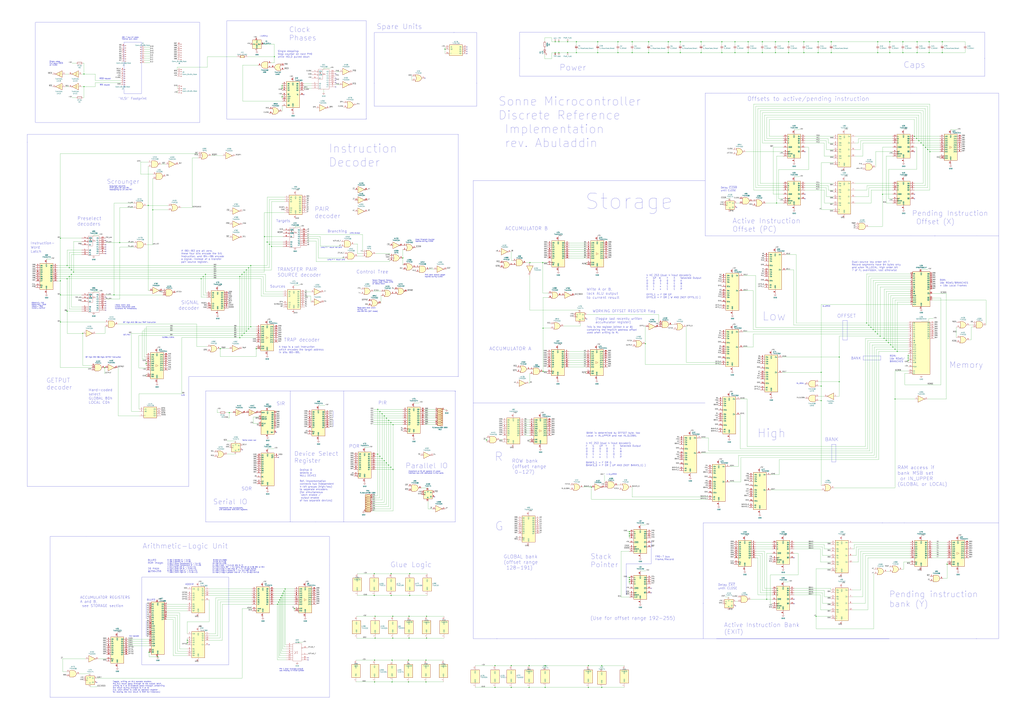
<source format=kicad_sch>
(kicad_sch (version 20230121) (generator eeschema)
  (paper "A0")
  (title_block (title "Sonne THT Micro-Controller") (date "2023-09-16") (rev "Abuladdin") (company "Contact: mim@ok-schalter.de") (comment 1 "Author: Michael Mangelsdorf") (comment 2 "Project homepage: http://ok-schalter.de/sonne"))
  (lib_symbols
    (symbol "4xxx:4075" (pin_names (offset 1.016))
      (property "Reference" "U" (at 0 1.27 0))
      (property "Value" "4075" (at 0 -1.27 0))
      (symbol "4075_1_1"
        (pin input line (at -7.62 2.54 0) (length 4.318) (name "~") (number "1"))
        (pin input line (at -7.62 0 0) (length 4.953) (name "~") (number "2"))
        (pin input line (at -7.62 -2.54 0) (length 4.318) (name "~") (number "8"))
        (pin output line (at 7.62 0 180) (length 3.81) (name "~") (number "9"))
      )
      (symbol "4075_1_2"
        (pin input inverted (at -7.62 2.54 0) (length 3.81) (name "~") (number "1"))
        (pin input inverted (at -7.62 0 0) (length 3.81) (name "~") (number "2"))
        (pin input inverted (at -7.62 -2.54 0) (length 3.81) (name "~") (number "8"))
        (pin output inverted (at 7.62 0 180) (length 3.81) (name "~") (number "9"))
      )
      (symbol "4075_2_1"
        (pin input line (at -7.62 2.54 0) (length 4.318) (name "~") (number "3"))
        (pin input line (at -7.62 0 0) (length 4.953) (name "~") (number "4"))
        (pin input line (at -7.62 -2.54 0) (length 4.318) (name "~") (number "5"))
        (pin output line (at 7.62 0 180) (length 3.81) (name "~") (number "6"))
      )
      (symbol "4075_2_2"
        (pin input inverted (at -7.62 2.54 0) (length 3.81) (name "~") (number "3"))
        (pin input inverted (at -7.62 0 0) (length 3.81) (name "~") (number "4"))
        (pin input inverted (at -7.62 -2.54 0) (length 3.81) (name "~") (number "5"))
        (pin output inverted (at 7.62 0 180) (length 3.81) (name "~") (number "6"))
      )
      (symbol "4075_3_1"
        (pin output line (at 7.62 0 180) (length 3.81) (name "~") (number "10"))
        (pin input line (at -7.62 2.54 0) (length 4.318) (name "~") (number "11"))
        (pin input line (at -7.62 0 0) (length 4.953) (name "~") (number "12"))
        (pin input line (at -7.62 -2.54 0) (length 4.318) (name "~") (number "13"))
      )
      (symbol "4075_3_2"
        (pin output inverted (at 7.62 0 180) (length 3.81) (name "~") (number "10"))
        (pin input inverted (at -7.62 2.54 0) (length 3.81) (name "~") (number "11"))
        (pin input inverted (at -7.62 0 0) (length 3.81) (name "~") (number "12"))
        (pin input inverted (at -7.62 -2.54 0) (length 3.81) (name "~") (number "13"))
      )
      (symbol "4075_4_0"
        (pin power_in line (at 0 12.7 270) (length 5.08) (name "VDD") (number "14"))
        (pin power_in line (at 0 -12.7 90) (length 5.08) (name "VSS") (number "7"))
      )
    )
    (symbol "4xxx_IEEE:4078" (pin_names (offset 0.762))
      (property "Reference" "U" (at 8.89 11.43 0))
      (property "Value" "4078" (at 6.35 -11.43 0))
      (symbol "4078_0_0"
        (text "1" (at 0 0 0) (effects (font (size 2.54 2.54))))
        (pin power_in line (at 0 11.43 270) (length 1) hide (name "Vdd") (number "14"))
        (pin power_in line (at 0 -11.43 90) (length 1) hide (name "Vss") (number "7"))
      )
      (symbol "4078_1_1"
        (pin output line (at 12.7 -2.54 180) (length 7.62) (name "~") (number "1"))
        (pin input line (at -12.7 -3.81 0) (length 7.62) (name "~") (number "10"))
        (pin input line (at -12.7 -6.35 0) (length 7.62) (name "~") (number "11"))
        (pin input line (at -12.7 -8.89 0) (length 7.62) (name "~") (number "12"))
        (pin output inverted (at 12.7 5.08 180) (length 7.62) (name "~") (number "13"))
        (pin input line (at -12.7 8.89 0) (length 7.62) (name "~") (number "2"))
        (pin input line (at -12.7 6.35 0) (length 7.62) (name "~") (number "3"))
        (pin input line (at -12.7 3.81 0) (length 7.62) (name "~") (number "4"))
        (pin input line (at -12.7 1.27 0) (length 7.62) (name "~") (number "5"))
        (pin free line (at 12.7 -8.89 180) (length 7.62) (name "~") (number "6"))
        (pin free line (at 12.7 -6.35 180) (length 7.62) (name "~") (number "8"))
        (pin input line (at -12.7 -1.27 0) (length 7.62) (name "~") (number "9"))
      )
    )
    (symbol "74xx:74AHC04"
      (property "Reference" "U" (at 0 1.27 0))
      (property "Value" "74AHC04" (at 0 -1.27 0))
      (symbol "74AHC04_1_0"
        (pin input line (at -7.62 0 0) (length 3.81) (name "~") (number "1"))
        (pin output inverted (at 7.62 0 180) (length 3.81) (name "~") (number "2"))
      )
      (symbol "74AHC04_2_0"
        (pin input line (at -7.62 0 0) (length 3.81) (name "~") (number "3"))
        (pin output inverted (at 7.62 0 180) (length 3.81) (name "~") (number "4"))
      )
      (symbol "74AHC04_3_0"
        (pin input line (at -7.62 0 0) (length 3.81) (name "~") (number "5"))
        (pin output inverted (at 7.62 0 180) (length 3.81) (name "~") (number "6"))
      )
      (symbol "74AHC04_4_0"
        (pin output inverted (at 7.62 0 180) (length 3.81) (name "~") (number "8"))
        (pin input line (at -7.62 0 0) (length 3.81) (name "~") (number "9"))
      )
      (symbol "74AHC04_5_0"
        (pin output inverted (at 7.62 0 180) (length 3.81) (name "~") (number "10"))
        (pin input line (at -7.62 0 0) (length 3.81) (name "~") (number "11"))
      )
      (symbol "74AHC04_6_0"
        (pin output inverted (at 7.62 0 180) (length 3.81) (name "~") (number "12"))
        (pin input line (at -7.62 0 0) (length 3.81) (name "~") (number "13"))
      )
      (symbol "74AHC04_7_0"
        (pin power_in line (at 0 12.7 270) (length 5.08) (name "VCC") (number "14"))
        (pin power_in line (at 0 -12.7 90) (length 5.08) (name "GND") (number "7"))
      )
    )
    (symbol "74xx:74AHC244"
      (property "Reference" "U" (at -7.62 16.51 0))
      (property "Value" "74AHC244" (at -7.62 -16.51 0))
      (symbol "74AHC244_1_0"
        (pin input inverted (at -12.7 -10.16 0) (length 5.08) (name "1OE") (number "1"))
        (pin power_in line (at 0 -20.32 90) (length 5.08) (name "GND") (number "10"))
        (pin input line (at -12.7 -5.08 0) (length 5.08) (name "2A3") (number "11"))
        (pin tri_state line (at 12.7 5.08 180) (length 5.08) (name "1Y3") (number "12"))
        (pin input line (at -12.7 -2.54 0) (length 5.08) (name "2A2") (number "13"))
        (pin tri_state line (at 12.7 7.62 180) (length 5.08) (name "1Y2") (number "14"))
        (pin input line (at -12.7 0 0) (length 5.08) (name "2A1") (number "15"))
        (pin tri_state line (at 12.7 10.16 180) (length 5.08) (name "1Y1") (number "16"))
        (pin input line (at -12.7 2.54 0) (length 5.08) (name "2A0") (number "17"))
        (pin tri_state line (at 12.7 12.7 180) (length 5.08) (name "1Y0") (number "18"))
        (pin input inverted (at -12.7 -12.7 0) (length 5.08) (name "2OE") (number "19"))
        (pin input line (at -12.7 12.7 0) (length 5.08) (name "1A0") (number "2"))
        (pin power_in line (at 0 20.32 270) (length 5.08) (name "VCC") (number "20"))
        (pin tri_state line (at 12.7 2.54 180) (length 5.08) (name "2Y0") (number "3"))
        (pin input line (at -12.7 10.16 0) (length 5.08) (name "1A1") (number "4"))
        (pin tri_state line (at 12.7 0 180) (length 5.08) (name "2Y1") (number "5"))
        (pin input line (at -12.7 7.62 0) (length 5.08) (name "1A2") (number "6"))
        (pin tri_state line (at 12.7 -2.54 180) (length 5.08) (name "2Y2") (number "7"))
        (pin input line (at -12.7 5.08 0) (length 5.08) (name "1A3") (number "8"))
        (pin tri_state line (at 12.7 -5.08 180) (length 5.08) (name "2Y3") (number "9"))
      )
    )
    (symbol "74xx:74HC00" (pin_names (offset 1.016))
      (property "Reference" "U" (at 0 1.27 0))
      (property "Value" "74HC00" (at 0 -1.27 0))
      (symbol "74HC00_1_1"
        (pin input line (at -7.62 2.54 0) (length 3.81) (name "~") (number "1"))
        (pin input line (at -7.62 -2.54 0) (length 3.81) (name "~") (number "2"))
        (pin output inverted (at 7.62 0 180) (length 3.81) (name "~") (number "3"))
      )
      (symbol "74HC00_1_2"
        (pin input inverted (at -7.62 2.54 0) (length 4.318) (name "~") (number "1"))
        (pin input inverted (at -7.62 -2.54 0) (length 4.318) (name "~") (number "2"))
        (pin output line (at 7.62 0 180) (length 3.81) (name "~") (number "3"))
      )
      (symbol "74HC00_2_1"
        (pin input line (at -7.62 2.54 0) (length 3.81) (name "~") (number "4"))
        (pin input line (at -7.62 -2.54 0) (length 3.81) (name "~") (number "5"))
        (pin output inverted (at 7.62 0 180) (length 3.81) (name "~") (number "6"))
      )
      (symbol "74HC00_2_2"
        (pin input inverted (at -7.62 2.54 0) (length 4.318) (name "~") (number "4"))
        (pin input inverted (at -7.62 -2.54 0) (length 4.318) (name "~") (number "5"))
        (pin output line (at 7.62 0 180) (length 3.81) (name "~") (number "6"))
      )
      (symbol "74HC00_3_1"
        (pin input line (at -7.62 -2.54 0) (length 3.81) (name "~") (number "10"))
        (pin output inverted (at 7.62 0 180) (length 3.81) (name "~") (number "8"))
        (pin input line (at -7.62 2.54 0) (length 3.81) (name "~") (number "9"))
      )
      (symbol "74HC00_3_2"
        (pin input inverted (at -7.62 -2.54 0) (length 4.318) (name "~") (number "10"))
        (pin output line (at 7.62 0 180) (length 3.81) (name "~") (number "8"))
        (pin input inverted (at -7.62 2.54 0) (length 4.318) (name "~") (number "9"))
      )
      (symbol "74HC00_4_1"
        (pin output inverted (at 7.62 0 180) (length 3.81) (name "~") (number "11"))
        (pin input line (at -7.62 2.54 0) (length 3.81) (name "~") (number "12"))
        (pin input line (at -7.62 -2.54 0) (length 3.81) (name "~") (number "13"))
      )
      (symbol "74HC00_4_2"
        (pin output line (at 7.62 0 180) (length 3.81) (name "~") (number "11"))
        (pin input inverted (at -7.62 2.54 0) (length 4.318) (name "~") (number "12"))
        (pin input inverted (at -7.62 -2.54 0) (length 4.318) (name "~") (number "13"))
      )
      (symbol "74HC00_5_0"
        (pin power_in line (at 0 12.7 270) (length 5.08) (name "VCC") (number "14"))
        (pin power_in line (at 0 -12.7 90) (length 5.08) (name "GND") (number "7"))
      )
    )
    (symbol "74xx:74HC04"
      (property "Reference" "U" (at 0 1.27 0))
      (property "Value" "74HC04" (at 0 -1.27 0))
      (symbol "74HC04_1_0"
        (pin input line (at -7.62 0 0) (length 3.81) (name "~") (number "1"))
        (pin output inverted (at 7.62 0 180) (length 3.81) (name "~") (number "2"))
      )
      (symbol "74HC04_2_0"
        (pin input line (at -7.62 0 0) (length 3.81) (name "~") (number "3"))
        (pin output inverted (at 7.62 0 180) (length 3.81) (name "~") (number "4"))
      )
      (symbol "74HC04_3_0"
        (pin input line (at -7.62 0 0) (length 3.81) (name "~") (number "5"))
        (pin output inverted (at 7.62 0 180) (length 3.81) (name "~") (number "6"))
      )
      (symbol "74HC04_4_0"
        (pin output inverted (at 7.62 0 180) (length 3.81) (name "~") (number "8"))
        (pin input line (at -7.62 0 0) (length 3.81) (name "~") (number "9"))
      )
      (symbol "74HC04_5_0"
        (pin output inverted (at 7.62 0 180) (length 3.81) (name "~") (number "10"))
        (pin input line (at -7.62 0 0) (length 3.81) (name "~") (number "11"))
      )
      (symbol "74HC04_6_0"
        (pin output inverted (at 7.62 0 180) (length 3.81) (name "~") (number "12"))
        (pin input line (at -7.62 0 0) (length 3.81) (name "~") (number "13"))
      )
      (symbol "74HC04_7_0"
        (pin power_in line (at 0 12.7 270) (length 5.08) (name "VCC") (number "14"))
        (pin power_in line (at 0 -12.7 90) (length 5.08) (name "GND") (number "7"))
      )
    )
    (symbol "74xx:74HC14" (pin_names (offset 1.016))
      (property "Reference" "U" (at 0 1.27 0))
      (property "Value" "74HC14" (at 0 -1.27 0))
      (symbol "74HC14_1_0"
        (pin input line (at -7.62 0 0) (length 3.81) (name "~") (number "1"))
        (pin output inverted (at 7.62 0 180) (length 3.81) (name "~") (number "2"))
      )
      (symbol "74HC14_2_0"
        (pin input line (at -7.62 0 0) (length 3.81) (name "~") (number "3"))
        (pin output inverted (at 7.62 0 180) (length 3.81) (name "~") (number "4"))
      )
      (symbol "74HC14_3_0"
        (pin input line (at -7.62 0 0) (length 3.81) (name "~") (number "5"))
        (pin output inverted (at 7.62 0 180) (length 3.81) (name "~") (number "6"))
      )
      (symbol "74HC14_4_0"
        (pin output inverted (at 7.62 0 180) (length 3.81) (name "~") (number "8"))
        (pin input line (at -7.62 0 0) (length 3.81) (name "~") (number "9"))
      )
      (symbol "74HC14_5_0"
        (pin output inverted (at 7.62 0 180) (length 3.81) (name "~") (number "10"))
        (pin input line (at -7.62 0 0) (length 3.81) (name "~") (number "11"))
      )
      (symbol "74HC14_6_0"
        (pin output inverted (at 7.62 0 180) (length 3.81) (name "~") (number "12"))
        (pin input line (at -7.62 0 0) (length 3.81) (name "~") (number "13"))
      )
      (symbol "74HC14_7_0"
        (pin power_in line (at 0 12.7 270) (length 5.08) (name "VCC") (number "14"))
        (pin power_in line (at 0 -12.7 90) (length 5.08) (name "GND") (number "7"))
      )
    )
    (symbol "74xx:74HC165"
      (property "Reference" "U" (at -7.62 19.05 0))
      (property "Value" "74HC165" (at -7.62 -21.59 0))
      (symbol "74HC165_1_0"
        (pin input line (at -12.7 -10.16 0) (length 5.08) (name "~{PL}") (number "1"))
        (pin input line (at -12.7 15.24 0) (length 5.08) (name "DS") (number "10"))
        (pin input line (at -12.7 12.7 0) (length 5.08) (name "D0") (number "11"))
        (pin input line (at -12.7 10.16 0) (length 5.08) (name "D1") (number "12"))
        (pin input line (at -12.7 7.62 0) (length 5.08) (name "D2") (number "13"))
        (pin input line (at -12.7 5.08 0) (length 5.08) (name "D3") (number "14"))
        (pin input line (at -12.7 -17.78 0) (length 5.08) (name "~{CE}") (number "15"))
        (pin power_in line (at 0 22.86 270) (length 5.08) (name "VCC") (number "16"))
        (pin input line (at -12.7 -15.24 0) (length 5.08) (name "CP") (number "2"))
        (pin input line (at -12.7 2.54 0) (length 5.08) (name "D4") (number "3"))
        (pin input line (at -12.7 0 0) (length 5.08) (name "D5") (number "4"))
        (pin input line (at -12.7 -2.54 0) (length 5.08) (name "D6") (number "5"))
        (pin input line (at -12.7 -5.08 0) (length 5.08) (name "D7") (number "6"))
        (pin output line (at 12.7 12.7 180) (length 5.08) (name "~{Q7}") (number "7"))
        (pin power_in line (at 0 -25.4 90) (length 5.08) (name "GND") (number "8"))
        (pin output line (at 12.7 15.24 180) (length 5.08) (name "Q7") (number "9"))
      )
    )
    (symbol "74xx:74HC273"
      (property "Reference" "U" (at -7.62 16.51 0))
      (property "Value" "74HC273" (at -7.62 -16.51 0))
      (symbol "74HC273_1_0"
        (pin input line (at -12.7 -12.7 0) (length 5.08) (name "~{Mr}") (number "1"))
        (pin power_in line (at 0 -20.32 90) (length 5.08) (name "GND") (number "10"))
        (pin input clock (at -12.7 -10.16 0) (length 5.08) (name "Cp") (number "11"))
        (pin output line (at 12.7 2.54 180) (length 5.08) (name "Q4") (number "12"))
        (pin input line (at -12.7 2.54 0) (length 5.08) (name "D4") (number "13"))
        (pin input line (at -12.7 0 0) (length 5.08) (name "D5") (number "14"))
        (pin output line (at 12.7 0 180) (length 5.08) (name "Q5") (number "15"))
        (pin output line (at 12.7 -2.54 180) (length 5.08) (name "Q6") (number "16"))
        (pin input line (at -12.7 -2.54 0) (length 5.08) (name "D6") (number "17"))
        (pin input line (at -12.7 -5.08 0) (length 5.08) (name "D7") (number "18"))
        (pin output line (at 12.7 -5.08 180) (length 5.08) (name "Q7") (number "19"))
        (pin output line (at 12.7 12.7 180) (length 5.08) (name "Q0") (number "2"))
        (pin power_in line (at 0 20.32 270) (length 5.08) (name "VCC") (number "20"))
        (pin input line (at -12.7 12.7 0) (length 5.08) (name "D0") (number "3"))
        (pin input line (at -12.7 10.16 0) (length 5.08) (name "D1") (number "4"))
        (pin output line (at 12.7 10.16 180) (length 5.08) (name "Q1") (number "5"))
        (pin output line (at 12.7 7.62 180) (length 5.08) (name "Q2") (number "6"))
        (pin input line (at -12.7 7.62 0) (length 5.08) (name "D2") (number "7"))
        (pin input line (at -12.7 5.08 0) (length 5.08) (name "D3") (number "8"))
        (pin output line (at 12.7 5.08 180) (length 5.08) (name "Q3") (number "9"))
      )
    )
    (symbol "74xx:74HC595"
      (property "Reference" "U" (at -7.62 13.97 0))
      (property "Value" "74HC595" (at -7.62 -16.51 0))
      (symbol "74HC595_1_0"
        (pin tri_state line (at 10.16 7.62 180) (length 2.54) (name "QB") (number "1"))
        (pin input line (at -10.16 2.54 0) (length 2.54) (name "~{SRCLR}") (number "10"))
        (pin input line (at -10.16 5.08 0) (length 2.54) (name "SRCLK") (number "11"))
        (pin input line (at -10.16 -2.54 0) (length 2.54) (name "RCLK") (number "12"))
        (pin input line (at -10.16 -5.08 0) (length 2.54) (name "~{OE}") (number "13"))
        (pin input line (at -10.16 10.16 0) (length 2.54) (name "SER") (number "14"))
        (pin tri_state line (at 10.16 10.16 180) (length 2.54) (name "QA") (number "15"))
        (pin power_in line (at 0 15.24 270) (length 2.54) (name "VCC") (number "16"))
        (pin tri_state line (at 10.16 5.08 180) (length 2.54) (name "QC") (number "2"))
        (pin tri_state line (at 10.16 2.54 180) (length 2.54) (name "QD") (number "3"))
        (pin tri_state line (at 10.16 0 180) (length 2.54) (name "QE") (number "4"))
        (pin tri_state line (at 10.16 -2.54 180) (length 2.54) (name "QF") (number "5"))
        (pin tri_state line (at 10.16 -5.08 180) (length 2.54) (name "QG") (number "6"))
        (pin tri_state line (at 10.16 -7.62 180) (length 2.54) (name "QH") (number "7"))
        (pin power_in line (at 0 -17.78 90) (length 2.54) (name "GND") (number "8"))
        (pin output line (at 10.16 -12.7 180) (length 2.54) (name "QH'") (number "9"))
      )
    )
    (symbol "74xx:74HC74" (pin_names (offset 1.016))
      (property "Reference" "U" (at -7.62 8.89 0))
      (property "Value" "74HC74" (at -7.62 -8.89 0))
      (symbol "74HC74_1_0"
        (pin input line (at 0 -7.62 90) (length 2.54) (name "~{R}") (number "1"))
        (pin input line (at -7.62 2.54 0) (length 2.54) (name "D") (number "2"))
        (pin input clock (at -7.62 0 0) (length 2.54) (name "C") (number "3"))
        (pin input line (at 0 7.62 270) (length 2.54) (name "~{S}") (number "4"))
        (pin output line (at 7.62 2.54 180) (length 2.54) (name "Q") (number "5"))
        (pin output line (at 7.62 -2.54 180) (length 2.54) (name "~{Q}") (number "6"))
      )
      (symbol "74HC74_2_0"
        (pin input line (at 0 7.62 270) (length 2.54) (name "~{S}") (number "10"))
        (pin input clock (at -7.62 0 0) (length 2.54) (name "C") (number "11"))
        (pin input line (at -7.62 2.54 0) (length 2.54) (name "D") (number "12"))
        (pin input line (at 0 -7.62 90) (length 2.54) (name "~{R}") (number "13"))
        (pin output line (at 7.62 -2.54 180) (length 2.54) (name "~{Q}") (number "8"))
        (pin output line (at 7.62 2.54 180) (length 2.54) (name "Q") (number "9"))
      )
      (symbol "74HC74_3_0"
        (pin power_in line (at 0 10.16 270) (length 2.54) (name "VCC") (number "14"))
        (pin power_in line (at 0 -10.16 90) (length 2.54) (name "GND") (number "7"))
      )
    )
    (symbol "74xx:74LS00" (pin_names (offset 1.016))
      (property "Reference" "U" (at 0 1.27 0))
      (property "Value" "74LS00" (at 0 -1.27 0))
      (symbol "74LS00_1_1"
        (pin input line (at -7.62 2.54 0) (length 3.81) (name "~") (number "1"))
        (pin input line (at -7.62 -2.54 0) (length 3.81) (name "~") (number "2"))
        (pin output inverted (at 7.62 0 180) (length 3.81) (name "~") (number "3"))
      )
      (symbol "74LS00_1_2"
        (pin input inverted (at -7.62 2.54 0) (length 4.318) (name "~") (number "1"))
        (pin input inverted (at -7.62 -2.54 0) (length 4.318) (name "~") (number "2"))
        (pin output line (at 7.62 0 180) (length 3.81) (name "~") (number "3"))
      )
      (symbol "74LS00_2_1"
        (pin input line (at -7.62 2.54 0) (length 3.81) (name "~") (number "4"))
        (pin input line (at -7.62 -2.54 0) (length 3.81) (name "~") (number "5"))
        (pin output inverted (at 7.62 0 180) (length 3.81) (name "~") (number "6"))
      )
      (symbol "74LS00_2_2"
        (pin input inverted (at -7.62 2.54 0) (length 4.318) (name "~") (number "4"))
        (pin input inverted (at -7.62 -2.54 0) (length 4.318) (name "~") (number "5"))
        (pin output line (at 7.62 0 180) (length 3.81) (name "~") (number "6"))
      )
      (symbol "74LS00_3_1"
        (pin input line (at -7.62 -2.54 0) (length 3.81) (name "~") (number "10"))
        (pin output inverted (at 7.62 0 180) (length 3.81) (name "~") (number "8"))
        (pin input line (at -7.62 2.54 0) (length 3.81) (name "~") (number "9"))
      )
      (symbol "74LS00_3_2"
        (pin input inverted (at -7.62 -2.54 0) (length 4.318) (name "~") (number "10"))
        (pin output line (at 7.62 0 180) (length 3.81) (name "~") (number "8"))
        (pin input inverted (at -7.62 2.54 0) (length 4.318) (name "~") (number "9"))
      )
      (symbol "74LS00_4_1"
        (pin output inverted (at 7.62 0 180) (length 3.81) (name "~") (number "11"))
        (pin input line (at -7.62 2.54 0) (length 3.81) (name "~") (number "12"))
        (pin input line (at -7.62 -2.54 0) (length 3.81) (name "~") (number "13"))
      )
      (symbol "74LS00_4_2"
        (pin output line (at 7.62 0 180) (length 3.81) (name "~") (number "11"))
        (pin input inverted (at -7.62 2.54 0) (length 4.318) (name "~") (number "12"))
        (pin input inverted (at -7.62 -2.54 0) (length 4.318) (name "~") (number "13"))
      )
      (symbol "74LS00_5_0"
        (pin power_in line (at 0 12.7 270) (length 5.08) (name "VCC") (number "14"))
        (pin power_in line (at 0 -12.7 90) (length 5.08) (name "GND") (number "7"))
      )
    )
    (symbol "74xx:74LS02" (pin_names (offset 1.016))
      (property "Reference" "U" (at 0 1.27 0))
      (property "Value" "74LS02" (at 0 -1.27 0))
      (symbol "74LS02_1_1"
        (pin output inverted (at 7.62 0 180) (length 3.81) (name "~") (number "1"))
        (pin input line (at -7.62 2.54 0) (length 4.318) (name "~") (number "2"))
        (pin input line (at -7.62 -2.54 0) (length 4.318) (name "~") (number "3"))
      )
      (symbol "74LS02_1_2"
        (pin output line (at 7.62 0 180) (length 3.81) (name "~") (number "1"))
        (pin input inverted (at -7.62 2.54 0) (length 3.81) (name "~") (number "2"))
        (pin input inverted (at -7.62 -2.54 0) (length 3.81) (name "~") (number "3"))
      )
      (symbol "74LS02_2_1"
        (pin output inverted (at 7.62 0 180) (length 3.81) (name "~") (number "4"))
        (pin input line (at -7.62 2.54 0) (length 4.318) (name "~") (number "5"))
        (pin input line (at -7.62 -2.54 0) (length 4.318) (name "~") (number "6"))
      )
      (symbol "74LS02_2_2"
        (pin output line (at 7.62 0 180) (length 3.81) (name "~") (number "4"))
        (pin input inverted (at -7.62 2.54 0) (length 3.81) (name "~") (number "5"))
        (pin input inverted (at -7.62 -2.54 0) (length 3.81) (name "~") (number "6"))
      )
      (symbol "74LS02_3_1"
        (pin output inverted (at 7.62 0 180) (length 3.81) (name "~") (number "10"))
        (pin input line (at -7.62 2.54 0) (length 4.318) (name "~") (number "8"))
        (pin input line (at -7.62 -2.54 0) (length 4.318) (name "~") (number "9"))
      )
      (symbol "74LS02_3_2"
        (pin output line (at 7.62 0 180) (length 3.81) (name "~") (number "10"))
        (pin input inverted (at -7.62 2.54 0) (length 3.81) (name "~") (number "8"))
        (pin input inverted (at -7.62 -2.54 0) (length 3.81) (name "~") (number "9"))
      )
      (symbol "74LS02_4_1"
        (pin input line (at -7.62 2.54 0) (length 4.318) (name "~") (number "11"))
        (pin input line (at -7.62 -2.54 0) (length 4.318) (name "~") (number "12"))
        (pin output inverted (at 7.62 0 180) (length 3.81) (name "~") (number "13"))
      )
      (symbol "74LS02_4_2"
        (pin input inverted (at -7.62 2.54 0) (length 3.81) (name "~") (number "11"))
        (pin input inverted (at -7.62 -2.54 0) (length 3.81) (name "~") (number "12"))
        (pin output line (at 7.62 0 180) (length 3.81) (name "~") (number "13"))
      )
      (symbol "74LS02_5_0"
        (pin power_in line (at 0 12.7 270) (length 5.08) (name "VCC") (number "14"))
        (pin power_in line (at 0 -12.7 90) (length 5.08) (name "GND") (number "7"))
      )
    )
    (symbol "74xx:74LS08" (pin_names (offset 1.016))
      (property "Reference" "U" (at 0 1.27 0))
      (property "Value" "74LS08" (at 0 -1.27 0))
      (symbol "74LS08_1_1"
        (pin input line (at -7.62 2.54 0) (length 3.81) (name "~") (number "1"))
        (pin input line (at -7.62 -2.54 0) (length 3.81) (name "~") (number "2"))
        (pin output line (at 7.62 0 180) (length 3.81) (name "~") (number "3"))
      )
      (symbol "74LS08_1_2"
        (pin input inverted (at -7.62 2.54 0) (length 4.318) (name "~") (number "1"))
        (pin input inverted (at -7.62 -2.54 0) (length 4.318) (name "~") (number "2"))
        (pin output inverted (at 7.62 0 180) (length 3.81) (name "~") (number "3"))
      )
      (symbol "74LS08_2_1"
        (pin input line (at -7.62 2.54 0) (length 3.81) (name "~") (number "4"))
        (pin input line (at -7.62 -2.54 0) (length 3.81) (name "~") (number "5"))
        (pin output line (at 7.62 0 180) (length 3.81) (name "~") (number "6"))
      )
      (symbol "74LS08_2_2"
        (pin input inverted (at -7.62 2.54 0) (length 4.318) (name "~") (number "4"))
        (pin input inverted (at -7.62 -2.54 0) (length 4.318) (name "~") (number "5"))
        (pin output inverted (at 7.62 0 180) (length 3.81) (name "~") (number "6"))
      )
      (symbol "74LS08_3_1"
        (pin input line (at -7.62 -2.54 0) (length 3.81) (name "~") (number "10"))
        (pin output line (at 7.62 0 180) (length 3.81) (name "~") (number "8"))
        (pin input line (at -7.62 2.54 0) (length 3.81) (name "~") (number "9"))
      )
      (symbol "74LS08_3_2"
        (pin input inverted (at -7.62 -2.54 0) (length 4.318) (name "~") (number "10"))
        (pin output inverted (at 7.62 0 180) (length 3.81) (name "~") (number "8"))
        (pin input inverted (at -7.62 2.54 0) (length 4.318) (name "~") (number "9"))
      )
      (symbol "74LS08_4_1"
        (pin output line (at 7.62 0 180) (length 3.81) (name "~") (number "11"))
        (pin input line (at -7.62 2.54 0) (length 3.81) (name "~") (number "12"))
        (pin input line (at -7.62 -2.54 0) (length 3.81) (name "~") (number "13"))
      )
      (symbol "74LS08_4_2"
        (pin output inverted (at 7.62 0 180) (length 3.81) (name "~") (number "11"))
        (pin input inverted (at -7.62 2.54 0) (length 4.318) (name "~") (number "12"))
        (pin input inverted (at -7.62 -2.54 0) (length 4.318) (name "~") (number "13"))
      )
      (symbol "74LS08_5_0"
        (pin power_in line (at 0 12.7 270) (length 5.08) (name "VCC") (number "14"))
        (pin power_in line (at 0 -12.7 90) (length 5.08) (name "GND") (number "7"))
      )
    )
    (symbol "74xx:74LS11" (pin_names (offset 1.016))
      (property "Reference" "U" (at 0 1.27 0))
      (property "Value" "74LS11" (at 0 -1.27 0))
      (symbol "74LS11_1_1"
        (pin input line (at -7.62 2.54 0) (length 3.81) (name "~") (number "1"))
        (pin output line (at 7.62 0 180) (length 3.81) (name "~") (number "12"))
        (pin input line (at -7.62 -2.54 0) (length 3.81) (name "~") (number "13"))
        (pin input line (at -7.62 0 0) (length 3.81) (name "~") (number "2"))
      )
      (symbol "74LS11_1_2"
        (pin input inverted (at -7.62 2.54 0) (length 4.318) (name "~") (number "1"))
        (pin output inverted (at 7.62 0 180) (length 3.81) (name "~") (number "12"))
        (pin input inverted (at -7.62 -2.54 0) (length 4.318) (name "~") (number "13"))
        (pin input inverted (at -7.62 0 0) (length 4.953) (name "~") (number "2"))
      )
      (symbol "74LS11_2_1"
        (pin input line (at -7.62 2.54 0) (length 3.81) (name "~") (number "3"))
        (pin input line (at -7.62 0 0) (length 3.81) (name "~") (number "4"))
        (pin input line (at -7.62 -2.54 0) (length 3.81) (name "~") (number "5"))
        (pin output line (at 7.62 0 180) (length 3.81) (name "~") (number "6"))
      )
      (symbol "74LS11_2_2"
        (pin input inverted (at -7.62 2.54 0) (length 4.318) (name "~") (number "3"))
        (pin input inverted (at -7.62 0 0) (length 4.953) (name "~") (number "4"))
        (pin input inverted (at -7.62 -2.54 0) (length 4.318) (name "~") (number "5"))
        (pin output inverted (at 7.62 0 180) (length 3.81) (name "~") (number "6"))
      )
      (symbol "74LS11_3_1"
        (pin input line (at -7.62 0 0) (length 3.81) (name "~") (number "10"))
        (pin input line (at -7.62 -2.54 0) (length 3.81) (name "~") (number "11"))
        (pin output line (at 7.62 0 180) (length 3.81) (name "~") (number "8"))
        (pin input line (at -7.62 2.54 0) (length 3.81) (name "~") (number "9"))
      )
      (symbol "74LS11_3_2"
        (pin input inverted (at -7.62 0 0) (length 4.953) (name "~") (number "10"))
        (pin input inverted (at -7.62 -2.54 0) (length 4.318) (name "~") (number "11"))
        (pin output inverted (at 7.62 0 180) (length 3.81) (name "~") (number "8"))
        (pin input inverted (at -7.62 2.54 0) (length 4.318) (name "~") (number "9"))
      )
      (symbol "74LS11_4_0"
        (pin power_in line (at 0 12.7 270) (length 5.08) (name "VCC") (number "14"))
        (pin power_in line (at 0 -12.7 90) (length 5.08) (name "GND") (number "7"))
      )
    )
    (symbol "74xx:74LS138" (pin_names (offset 1.016))
      (property "Reference" "U" (at -7.62 11.43 0))
      (property "Value" "74LS138" (at -7.62 -13.97 0))
      (symbol "74LS138_1_0"
        (pin input line (at -12.7 7.62 0) (length 5.08) (name "A0") (number "1"))
        (pin output output_low (at 12.7 -5.08 180) (length 5.08) (name "O5") (number "10"))
        (pin output output_low (at 12.7 -2.54 180) (length 5.08) (name "O4") (number "11"))
        (pin output output_low (at 12.7 0 180) (length 5.08) (name "O3") (number "12"))
        (pin output output_low (at 12.7 2.54 180) (length 5.08) (name "O2") (number "13"))
        (pin output output_low (at 12.7 5.08 180) (length 5.08) (name "O1") (number "14"))
        (pin output output_low (at 12.7 7.62 180) (length 5.08) (name "O0") (number "15"))
        (pin power_in line (at 0 15.24 270) (length 5.08) (name "VCC") (number "16"))
        (pin input line (at -12.7 5.08 0) (length 5.08) (name "A1") (number "2"))
        (pin input line (at -12.7 2.54 0) (length 5.08) (name "A2") (number "3"))
        (pin input input_low (at -12.7 -10.16 0) (length 5.08) (name "E1") (number "4"))
        (pin input input_low (at -12.7 -7.62 0) (length 5.08) (name "E2") (number "5"))
        (pin input line (at -12.7 -5.08 0) (length 5.08) (name "E3") (number "6"))
        (pin output output_low (at 12.7 -10.16 180) (length 5.08) (name "O7") (number "7"))
        (pin power_in line (at 0 -17.78 90) (length 5.08) (name "GND") (number "8"))
        (pin output output_low (at 12.7 -7.62 180) (length 5.08) (name "O6") (number "9"))
      )
    )
    (symbol "74xx:74LS139" (pin_names (offset 1.016))
      (property "Reference" "U" (at -7.62 8.89 0))
      (property "Value" "74LS139" (at -7.62 -8.89 0))
      (symbol "74LS139_1_0"
        (pin input inverted (at -12.7 -5.08 0) (length 5.08) (name "E") (number "1"))
        (pin input line (at -12.7 0 0) (length 5.08) (name "A0") (number "2"))
        (pin input line (at -12.7 2.54 0) (length 5.08) (name "A1") (number "3"))
        (pin output inverted (at 12.7 2.54 180) (length 5.08) (name "O0") (number "4"))
        (pin output inverted (at 12.7 0 180) (length 5.08) (name "O1") (number "5"))
        (pin output inverted (at 12.7 -2.54 180) (length 5.08) (name "O2") (number "6"))
        (pin output inverted (at 12.7 -5.08 180) (length 5.08) (name "O3") (number "7"))
      )
      (symbol "74LS139_2_0"
        (pin output inverted (at 12.7 -2.54 180) (length 5.08) (name "O2") (number "10"))
        (pin output inverted (at 12.7 0 180) (length 5.08) (name "O1") (number "11"))
        (pin output inverted (at 12.7 2.54 180) (length 5.08) (name "O0") (number "12"))
        (pin input line (at -12.7 2.54 0) (length 5.08) (name "A1") (number "13"))
        (pin input line (at -12.7 0 0) (length 5.08) (name "A0") (number "14"))
        (pin input inverted (at -12.7 -5.08 0) (length 5.08) (name "E") (number "15"))
        (pin output inverted (at 12.7 -5.08 180) (length 5.08) (name "O3") (number "9"))
      )
      (symbol "74LS139_3_0"
        (pin power_in line (at 0 12.7 270) (length 5.08) (name "VCC") (number "16"))
        (pin power_in line (at 0 -12.7 90) (length 5.08) (name "GND") (number "8"))
      )
    )
    (symbol "74xx:74LS157" (pin_names (offset 1.016))
      (property "Reference" "U" (at -7.62 19.05 0))
      (property "Value" "74LS157" (at -7.62 -21.59 0))
      (symbol "74LS157_1_0"
        (pin input line (at -12.7 -15.24 0) (length 5.08) (name "S") (number "1"))
        (pin input line (at -12.7 -2.54 0) (length 5.08) (name "I1c") (number "10"))
        (pin input line (at -12.7 0 0) (length 5.08) (name "I0c") (number "11"))
        (pin output line (at 12.7 -7.62 180) (length 5.08) (name "Zd") (number "12"))
        (pin input line (at -12.7 -10.16 0) (length 5.08) (name "I1d") (number "13"))
        (pin input line (at -12.7 -7.62 0) (length 5.08) (name "I0d") (number "14"))
        (pin input inverted (at -12.7 -17.78 0) (length 5.08) (name "E") (number "15"))
        (pin power_in line (at 0 22.86 270) (length 5.08) (name "VCC") (number "16"))
        (pin input line (at -12.7 15.24 0) (length 5.08) (name "I0a") (number "2"))
        (pin input line (at -12.7 12.7 0) (length 5.08) (name "I1a") (number "3"))
        (pin output line (at 12.7 15.24 180) (length 5.08) (name "Za") (number "4"))
        (pin input line (at -12.7 7.62 0) (length 5.08) (name "I0b") (number "5"))
        (pin input line (at -12.7 5.08 0) (length 5.08) (name "I1b") (number "6"))
        (pin output line (at 12.7 7.62 180) (length 5.08) (name "Zb") (number "7"))
        (pin power_in line (at 0 -25.4 90) (length 5.08) (name "GND") (number "8"))
        (pin output line (at 12.7 0 180) (length 5.08) (name "Zc") (number "9"))
      )
    )
    (symbol "74xx:74LS163" (pin_names (offset 1.016))
      (property "Reference" "U" (at -7.62 16.51 0))
      (property "Value" "74LS163" (at -7.62 -16.51 0))
      (symbol "74LS163_1_0"
        (pin input line (at -12.7 -12.7 0) (length 5.08) (name "~{MR}") (number "1"))
        (pin input line (at -12.7 -5.08 0) (length 5.08) (name "CET") (number "10"))
        (pin output line (at 12.7 5.08 180) (length 5.08) (name "Q3") (number "11"))
        (pin output line (at 12.7 7.62 180) (length 5.08) (name "Q2") (number "12"))
        (pin output line (at 12.7 10.16 180) (length 5.08) (name "Q1") (number "13"))
        (pin output line (at 12.7 12.7 180) (length 5.08) (name "Q0") (number "14"))
        (pin output line (at 12.7 0 180) (length 5.08) (name "TC") (number "15"))
        (pin power_in line (at 0 20.32 270) (length 5.08) (name "VCC") (number "16"))
        (pin input line (at -12.7 -7.62 0) (length 5.08) (name "CP") (number "2"))
        (pin input line (at -12.7 12.7 0) (length 5.08) (name "D0") (number "3"))
        (pin input line (at -12.7 10.16 0) (length 5.08) (name "D1") (number "4"))
        (pin input line (at -12.7 7.62 0) (length 5.08) (name "D2") (number "5"))
        (pin input line (at -12.7 5.08 0) (length 5.08) (name "D3") (number "6"))
        (pin input line (at -12.7 -2.54 0) (length 5.08) (name "CEP") (number "7"))
        (pin power_in line (at 0 -20.32 90) (length 5.08) (name "GND") (number "8"))
        (pin input line (at -12.7 0 0) (length 5.08) (name "~{PE}") (number "9"))
      )
    )
    (symbol "74xx:74LS193"
      (property "Reference" "U" (at -7.62 13.97 0))
      (property "Value" "74LS193" (at 5.08 13.97 0))
      (symbol "74LS193_1_0"
        (pin input line (at -12.7 7.62 0) (length 5.08) (name "B") (number "1"))
        (pin input line (at -12.7 5.08 0) (length 5.08) (name "C") (number "10"))
        (pin input line (at -12.7 -2.54 0) (length 5.08) (name "~{LOAD}") (number "11"))
        (pin output line (at 12.7 -2.54 180) (length 5.08) (name "~{CO}") (number "12"))
        (pin output line (at 12.7 -7.62 180) (length 5.08) (name "~{BO}") (number "13"))
        (pin input line (at -12.7 -12.7 0) (length 5.08) (name "CLR") (number "14"))
        (pin input line (at -12.7 10.16 0) (length 5.08) (name "A") (number "15"))
        (pin power_in line (at 0 17.78 270) (length 5.08) (name "VCC") (number "16"))
        (pin output line (at 12.7 7.62 180) (length 5.08) (name "QB") (number "2"))
        (pin output line (at 12.7 10.16 180) (length 5.08) (name "QA") (number "3"))
        (pin input clock (at -12.7 -10.16 0) (length 5.08) (name "DOWN") (number "4"))
        (pin input clock (at -12.7 -7.62 0) (length 5.08) (name "UP") (number "5"))
        (pin output line (at 12.7 5.08 180) (length 5.08) (name "QC") (number "6"))
        (pin output line (at 12.7 2.54 180) (length 5.08) (name "QD") (number "7"))
        (pin power_in line (at 0 -20.32 90) (length 5.08) (name "GND") (number "8"))
        (pin input line (at -12.7 2.54 0) (length 5.08) (name "D") (number "9"))
      )
    )
    (symbol "74xx:74LS253" (pin_names (offset 1.016))
      (property "Reference" "U" (at -7.62 21.59 0))
      (property "Value" "74LS253" (at -7.62 -24.13 0))
      (symbol "74LS253_1_0"
        (pin input inverted (at -12.7 5.08 0) (length 5.08) (name "OEa") (number "1"))
        (pin input line (at -12.7 0 0) (length 5.08) (name "I0b") (number "10"))
        (pin input line (at -12.7 -2.54 0) (length 5.08) (name "I1b") (number "11"))
        (pin input line (at -12.7 -5.08 0) (length 5.08) (name "I2b") (number "12"))
        (pin input line (at -12.7 -7.62 0) (length 5.08) (name "I3b") (number "13"))
        (pin input line (at -12.7 -17.78 0) (length 5.08) (name "A0") (number "14"))
        (pin input inverted (at -12.7 -12.7 0) (length 5.08) (name "OEb") (number "15"))
        (pin power_in line (at 0 25.4 270) (length 5.08) (name "VCC") (number "16"))
        (pin input line (at -12.7 -20.32 0) (length 5.08) (name "A1") (number "2"))
        (pin input line (at -12.7 10.16 0) (length 5.08) (name "I3a") (number "3"))
        (pin input line (at -12.7 12.7 0) (length 5.08) (name "I2a") (number "4"))
        (pin input line (at -12.7 15.24 0) (length 5.08) (name "I1a") (number "5"))
        (pin input line (at -12.7 17.78 0) (length 5.08) (name "I0a") (number "6"))
        (pin tri_state line (at 12.7 17.78 180) (length 5.08) (name "Za") (number "7"))
        (pin power_in line (at 0 -27.94 90) (length 5.08) (name "GND") (number "8"))
        (pin tri_state line (at 12.7 0 180) (length 5.08) (name "Zb") (number "9"))
      )
    )
    (symbol "74xx:74LS283" (pin_names (offset 1.016))
      (property "Reference" "U" (at -7.62 16.51 0))
      (property "Value" "74LS283" (at -7.62 -16.51 0))
      (symbol "74LS283_1_0"
        (pin output line (at 12.7 10.16 180) (length 5.08) (name "S2") (number "1"))
        (pin output line (at 12.7 5.08 180) (length 5.08) (name "S4") (number "10"))
        (pin input line (at -12.7 -12.7 0) (length 5.08) (name "B4") (number "11"))
        (pin input line (at -12.7 0 0) (length 5.08) (name "A4") (number "12"))
        (pin output line (at 12.7 7.62 180) (length 5.08) (name "S3") (number "13"))
        (pin input line (at -12.7 2.54 0) (length 5.08) (name "A3") (number "14"))
        (pin input line (at -12.7 -10.16 0) (length 5.08) (name "B3") (number "15"))
        (pin power_in line (at 0 20.32 270) (length 5.08) (name "VCC") (number "16"))
        (pin input line (at -12.7 -7.62 0) (length 5.08) (name "B2") (number "2"))
        (pin input line (at -12.7 5.08 0) (length 5.08) (name "A2") (number "3"))
        (pin output line (at 12.7 12.7 180) (length 5.08) (name "S1") (number "4"))
        (pin input line (at -12.7 7.62 0) (length 5.08) (name "A1") (number "5"))
        (pin input line (at -12.7 -5.08 0) (length 5.08) (name "B1") (number "6"))
        (pin input line (at -12.7 12.7 0) (length 5.08) (name "C0") (number "7"))
        (pin power_in line (at 0 -20.32 90) (length 5.08) (name "GND") (number "8"))
        (pin output line (at 12.7 0 180) (length 5.08) (name "C4") (number "9"))
      )
    )
    (symbol "74xx:74LS32" (pin_names (offset 1.016))
      (property "Reference" "U" (at 0 1.27 0))
      (property "Value" "74LS32" (at 0 -1.27 0))
      (symbol "74LS32_1_1"
        (pin input line (at -7.62 2.54 0) (length 4.318) (name "~") (number "1"))
        (pin input line (at -7.62 -2.54 0) (length 4.318) (name "~") (number "2"))
        (pin output line (at 7.62 0 180) (length 3.81) (name "~") (number "3"))
      )
      (symbol "74LS32_1_2"
        (pin input inverted (at -7.62 2.54 0) (length 3.81) (name "~") (number "1"))
        (pin input inverted (at -7.62 -2.54 0) (length 3.81) (name "~") (number "2"))
        (pin output inverted (at 7.62 0 180) (length 3.81) (name "~") (number "3"))
      )
      (symbol "74LS32_2_1"
        (pin input line (at -7.62 2.54 0) (length 4.318) (name "~") (number "4"))
        (pin input line (at -7.62 -2.54 0) (length 4.318) (name "~") (number "5"))
        (pin output line (at 7.62 0 180) (length 3.81) (name "~") (number "6"))
      )
      (symbol "74LS32_2_2"
        (pin input inverted (at -7.62 2.54 0) (length 3.81) (name "~") (number "4"))
        (pin input inverted (at -7.62 -2.54 0) (length 3.81) (name "~") (number "5"))
        (pin output inverted (at 7.62 0 180) (length 3.81) (name "~") (number "6"))
      )
      (symbol "74LS32_3_1"
        (pin input line (at -7.62 -2.54 0) (length 4.318) (name "~") (number "10"))
        (pin output line (at 7.62 0 180) (length 3.81) (name "~") (number "8"))
        (pin input line (at -7.62 2.54 0) (length 4.318) (name "~") (number "9"))
      )
      (symbol "74LS32_3_2"
        (pin input inverted (at -7.62 -2.54 0) (length 3.81) (name "~") (number "10"))
        (pin output inverted (at 7.62 0 180) (length 3.81) (name "~") (number "8"))
        (pin input inverted (at -7.62 2.54 0) (length 3.81) (name "~") (number "9"))
      )
      (symbol "74LS32_4_1"
        (pin output line (at 7.62 0 180) (length 3.81) (name "~") (number "11"))
        (pin input line (at -7.62 2.54 0) (length 4.318) (name "~") (number "12"))
        (pin input line (at -7.62 -2.54 0) (length 4.318) (name "~") (number "13"))
      )
      (symbol "74LS32_4_2"
        (pin output inverted (at 7.62 0 180) (length 3.81) (name "~") (number "11"))
        (pin input inverted (at -7.62 2.54 0) (length 3.81) (name "~") (number "12"))
        (pin input inverted (at -7.62 -2.54 0) (length 3.81) (name "~") (number "13"))
      )
      (symbol "74LS32_5_0"
        (pin power_in line (at 0 12.7 270) (length 5.08) (name "VCC") (number "14"))
        (pin power_in line (at 0 -12.7 90) (length 5.08) (name "GND") (number "7"))
      )
    )
    (symbol "74xx:74LS573" (pin_names (offset 1.016))
      (property "Reference" "U" (at -7.62 16.51 0))
      (property "Value" "74LS573" (at -7.62 -16.51 0))
      (symbol "74LS573_1_0"
        (pin input inverted (at -12.7 -12.7 0) (length 5.08) (name "OE") (number "1"))
        (pin power_in line (at 0 -20.32 90) (length 5.08) (name "GND") (number "10"))
        (pin input line (at -12.7 -10.16 0) (length 5.08) (name "Load") (number "11"))
        (pin tri_state line (at 12.7 -5.08 180) (length 5.08) (name "Q7") (number "12"))
        (pin tri_state line (at 12.7 -2.54 180) (length 5.08) (name "Q6") (number "13"))
        (pin tri_state line (at 12.7 0 180) (length 5.08) (name "Q5") (number "14"))
        (pin tri_state line (at 12.7 2.54 180) (length 5.08) (name "Q4") (number "15"))
        (pin tri_state line (at 12.7 5.08 180) (length 5.08) (name "Q3") (number "16"))
        (pin tri_state line (at 12.7 7.62 180) (length 5.08) (name "Q2") (number "17"))
        (pin tri_state line (at 12.7 10.16 180) (length 5.08) (name "Q1") (number "18"))
        (pin tri_state line (at 12.7 12.7 180) (length 5.08) (name "Q0") (number "19"))
        (pin input line (at -12.7 12.7 0) (length 5.08) (name "D0") (number "2"))
        (pin power_in line (at 0 20.32 270) (length 5.08) (name "VCC") (number "20"))
        (pin input line (at -12.7 10.16 0) (length 5.08) (name "D1") (number "3"))
        (pin input line (at -12.7 7.62 0) (length 5.08) (name "D2") (number "4"))
        (pin input line (at -12.7 5.08 0) (length 5.08) (name "D3") (number "5"))
        (pin input line (at -12.7 2.54 0) (length 5.08) (name "D4") (number "6"))
        (pin input line (at -12.7 0 0) (length 5.08) (name "D5") (number "7"))
        (pin input line (at -12.7 -2.54 0) (length 5.08) (name "D6") (number "8"))
        (pin input line (at -12.7 -5.08 0) (length 5.08) (name "D7") (number "9"))
      )
    )
    (symbol "74xx:74LS574" (pin_names (offset 1.016))
      (property "Reference" "U" (at -7.62 16.51 0))
      (property "Value" "74LS574" (at -7.62 -16.51 0))
      (symbol "74LS574_1_0"
        (pin input inverted (at -12.7 -12.7 0) (length 5.08) (name "OE") (number "1"))
        (pin power_in line (at 0 -20.32 90) (length 5.08) (name "GND") (number "10"))
        (pin input clock (at -12.7 -10.16 0) (length 5.08) (name "Cp") (number "11"))
        (pin tri_state line (at 12.7 -5.08 180) (length 5.08) (name "Q7") (number "12"))
        (pin tri_state line (at 12.7 -2.54 180) (length 5.08) (name "Q6") (number "13"))
        (pin tri_state line (at 12.7 0 180) (length 5.08) (name "Q5") (number "14"))
        (pin tri_state line (at 12.7 2.54 180) (length 5.08) (name "Q4") (number "15"))
        (pin tri_state line (at 12.7 5.08 180) (length 5.08) (name "Q3") (number "16"))
        (pin tri_state line (at 12.7 7.62 180) (length 5.08) (name "Q2") (number "17"))
        (pin tri_state line (at 12.7 10.16 180) (length 5.08) (name "Q1") (number "18"))
        (pin tri_state line (at 12.7 12.7 180) (length 5.08) (name "Q0") (number "19"))
        (pin input line (at -12.7 12.7 0) (length 5.08) (name "D0") (number "2"))
        (pin power_in line (at 0 20.32 270) (length 5.08) (name "VCC") (number "20"))
        (pin input line (at -12.7 10.16 0) (length 5.08) (name "D1") (number "3"))
        (pin input line (at -12.7 7.62 0) (length 5.08) (name "D2") (number "4"))
        (pin input line (at -12.7 5.08 0) (length 5.08) (name "D3") (number "5"))
        (pin input line (at -12.7 2.54 0) (length 5.08) (name "D4") (number "6"))
        (pin input line (at -12.7 0 0) (length 5.08) (name "D5") (number "7"))
        (pin input line (at -12.7 -2.54 0) (length 5.08) (name "D6") (number "8"))
        (pin input line (at -12.7 -5.08 0) (length 5.08) (name "D7") (number "9"))
      )
    )
    (symbol "74xx_IEEE:74HC238" (pin_names (offset 0.762))
      (property "Reference" "U" (at 3.81 8.89 0))
      (property "Value" "74HC238" (at 8.89 -16.51 0))
      (symbol "74HC238_0_0"
        (text "&" (at -3.81 3.556 0) (effects (font (size 1.524 1.524))))
        (text "EN" (at 0.508 2.032 0) (effects (font (size 1.524 1.524))))
        (pin power_in line (at 0 7.62 270) (length 0) hide (name "VCC") (number "16"))
      )
      (symbol "74HC238_1_1"
        (pin input line (at -13.97 -8.89 0) (length 7.62) (name "A0") (number "1"))
        (pin output line (at 13.97 -7.62 180) (length 7.62) (name "Y5") (number "10"))
        (pin output line (at 13.97 -5.08 180) (length 7.62) (name "Y4") (number "11"))
        (pin output line (at 13.97 -2.54 180) (length 7.62) (name "Y3") (number "12"))
        (pin output line (at 13.97 0 180) (length 7.62) (name "Y2") (number "13"))
        (pin output line (at 13.97 2.54 180) (length 7.62) (name "Y1") (number "14"))
        (pin output line (at 13.97 5.08 180) (length 7.62) (name "Y0") (number "15"))
        (pin input line (at -13.97 -11.43 0) (length 7.62) (name "A1") (number "2"))
        (pin input line (at -13.97 -13.97 0) (length 7.62) (name "A2") (number "3"))
        (pin input inverted (at -13.97 5.08 0) (length 7.62) (name "~{G2A}") (number "4"))
        (pin input inverted (at -13.97 1.27 0) (length 7.62) (name "~{G2B}") (number "5"))
        (pin input line (at -13.97 -2.54 0) (length 7.62) (name "G1") (number "6"))
        (pin output line (at 13.97 -12.7 180) (length 7.62) (name "Y7") (number "7"))
        (pin power_in line (at 0 -15.24 90) (length 0) hide (name "GND") (number "8"))
        (pin output line (at 13.97 -10.16 180) (length 7.62) (name "Y6") (number "9"))
      )
    )
    (symbol "Connector:Conn_01x04_Male" (pin_names (offset 1.016) hide)
      (property "Reference" "J" (at 0 5.08 0))
      (property "Value" "Conn_01x04_Male" (at 0 -7.62 0))
      (symbol "Conn_01x04_Male_1_1"
        (pin passive line (at 5.08 2.54 180) (length 3.81) (name "Pin_1") (number "1"))
        (pin passive line (at 5.08 0 180) (length 3.81) (name "Pin_2") (number "2"))
        (pin passive line (at 5.08 -2.54 180) (length 3.81) (name "Pin_3") (number "3"))
        (pin passive line (at 5.08 -5.08 180) (length 3.81) (name "Pin_4") (number "4"))
      )
    )
    (symbol "Connector:Conn_01x08_Male" (pin_names (offset 1.016) hide)
      (property "Reference" "J" (at 0 10.16 0))
      (property "Value" "Conn_01x08_Male" (at 0 -12.7 0))
      (symbol "Conn_01x08_Male_1_1"
        (pin passive line (at 5.08 7.62 180) (length 3.81) (name "Pin_1") (number "1"))
        (pin passive line (at 5.08 5.08 180) (length 3.81) (name "Pin_2") (number "2"))
        (pin passive line (at 5.08 2.54 180) (length 3.81) (name "Pin_3") (number "3"))
        (pin passive line (at 5.08 0 180) (length 3.81) (name "Pin_4") (number "4"))
        (pin passive line (at 5.08 -2.54 180) (length 3.81) (name "Pin_5") (number "5"))
        (pin passive line (at 5.08 -5.08 180) (length 3.81) (name "Pin_6") (number "6"))
        (pin passive line (at 5.08 -7.62 180) (length 3.81) (name "Pin_7") (number "7"))
        (pin passive line (at 5.08 -10.16 180) (length 3.81) (name "Pin_8") (number "8"))
      )
    )
    (symbol "Connector_Generic:Conn_02x01" (pin_names (offset 1.016) hide)
      (property "Reference" "J" (at 1.27 2.54 0))
      (property "Value" "Conn_02x01" (at 1.27 -2.54 0))
      (symbol "Conn_02x01_1_1"
        (pin passive line (at -5.08 0 0) (length 3.81) (name "Pin_1") (number "1"))
        (pin passive line (at 7.62 0 180) (length 3.81) (name "Pin_2") (number "2"))
      )
    )
    (symbol "Device:C_Polarized_Small" (pin_numbers hide) (pin_names (offset 0.254) hide)
      (property "Reference" "C" (at 0.254 1.778 0))
      (property "Value" "C_Polarized_Small" (at 0.254 -2.032 0))
      (symbol "C_Polarized_Small_1_1"
        (pin passive line (at 0 2.54 270) (length 1.8542) (name "~") (number "1"))
        (pin passive line (at 0 -2.54 90) (length 1.8542) (name "~") (number "2"))
      )
    )
    (symbol "Device:C_Small" (pin_numbers hide) (pin_names (offset 0.254) hide)
      (property "Reference" "C" (at 0.254 1.778 0))
      (property "Value" "C_Small" (at 0.254 -2.032 0))
      (symbol "C_Small_1_1"
        (pin passive line (at 0 2.54 270) (length 2.032) (name "~") (number "1"))
        (pin passive line (at 0 -2.54 90) (length 2.032) (name "~") (number "2"))
      )
    )
    (symbol "Device:LED" (pin_numbers hide) (pin_names (offset 1.016) hide)
      (property "Reference" "D" (at 0 2.54 0))
      (property "Value" "LED" (at 0 -2.54 0))
      (symbol "LED_1_1"
        (pin passive line (at -3.81 0 0) (length 2.54) (name "K") (number "1"))
        (pin passive line (at 3.81 0 180) (length 2.54) (name "A") (number "2"))
      )
    )
    (symbol "Device:R" (pin_numbers hide) (pin_names (offset 0))
      (property "Reference" "R" (at 2.032 0 90))
      (property "Value" "R" (at 0 0 90))
      (symbol "R_1_1"
        (pin passive line (at 0 3.81 270) (length 1.27) (name "~") (number "1"))
        (pin passive line (at 0 -3.81 90) (length 1.27) (name "~") (number "2"))
      )
    )
    (symbol "Device:R_Network08" (pin_names (offset 0) hide)
      (property "Reference" "RN" (at -12.7 0 90))
      (property "Value" "R_Network08" (at 10.16 0 90))
      (symbol "R_Network08_1_1"
        (pin passive line (at -10.16 5.08 270) (length 2.54) (name "common") (number "1"))
        (pin passive line (at -10.16 -5.08 90) (length 1.27) (name "R1") (number "2"))
        (pin passive line (at -7.62 -5.08 90) (length 1.27) (name "R2") (number "3"))
        (pin passive line (at -5.08 -5.08 90) (length 1.27) (name "R3") (number "4"))
        (pin passive line (at -2.54 -5.08 90) (length 1.27) (name "R4") (number "5"))
        (pin passive line (at 0 -5.08 90) (length 1.27) (name "R5") (number "6"))
        (pin passive line (at 2.54 -5.08 90) (length 1.27) (name "R6") (number "7"))
        (pin passive line (at 5.08 -5.08 90) (length 1.27) (name "R7") (number "8"))
        (pin passive line (at 7.62 -5.08 90) (length 1.27) (name "R8") (number "9"))
      )
    )
    (symbol "Memory_EPROM:27C080"
      (property "Reference" "U" (at -7.62 31.75 0))
      (property "Value" "27C080" (at 2.54 -31.75 0))
      (symbol "27C080_1_1"
        (pin input line (at -10.16 -20.32 0) (length 2.54) (name "A19") (number "1"))
        (pin input line (at -10.16 22.86 0) (length 2.54) (name "A2") (number "10"))
        (pin input line (at -10.16 25.4 0) (length 2.54) (name "A1") (number "11"))
        (pin input line (at -10.16 27.94 0) (length 2.54) (name "A0") (number "12"))
        (pin tri_state line (at 10.16 27.94 180) (length 2.54) (name "D0") (number "13"))
        (pin tri_state line (at 10.16 25.4 180) (length 2.54) (name "D1") (number "14"))
        (pin tri_state line (at 10.16 22.86 180) (length 2.54) (name "D2") (number "15"))
        (pin power_in line (at 0 -33.02 90) (length 2.54) (name "GND") (number "16"))
        (pin tri_state line (at 10.16 20.32 180) (length 2.54) (name "D3") (number "17"))
        (pin tri_state line (at 10.16 17.78 180) (length 2.54) (name "D4") (number "18"))
        (pin tri_state line (at 10.16 15.24 180) (length 2.54) (name "D5") (number "19"))
        (pin input line (at -10.16 -12.7 0) (length 2.54) (name "A16") (number "2"))
        (pin tri_state line (at 10.16 12.7 180) (length 2.54) (name "D6") (number "20"))
        (pin tri_state line (at 10.16 10.16 180) (length 2.54) (name "D7") (number "21"))
        (pin input line (at -10.16 -25.4 0) (length 2.54) (name "~{CE}") (number "22"))
        (pin input line (at -10.16 2.54 0) (length 2.54) (name "A10") (number "23"))
        (pin input line (at -10.16 -27.94 0) (length 2.54) (name "~{OE}") (number "24"))
        (pin input line (at -10.16 0 0) (length 2.54) (name "A11") (number "25"))
        (pin input line (at -10.16 5.08 0) (length 2.54) (name "A9") (number "26"))
        (pin input line (at -10.16 7.62 0) (length 2.54) (name "A8") (number "27"))
        (pin input line (at -10.16 -5.08 0) (length 2.54) (name "A13") (number "28"))
        (pin input line (at -10.16 -7.62 0) (length 2.54) (name "A14") (number "29"))
        (pin input line (at -10.16 -10.16 0) (length 2.54) (name "A15") (number "3"))
        (pin input line (at -10.16 -15.24 0) (length 2.54) (name "A17") (number "30"))
        (pin input line (at -10.16 -17.78 0) (length 2.54) (name "A18") (number "31"))
        (pin power_in line (at 0 33.02 270) (length 2.54) (name "VCC") (number "32"))
        (pin input line (at -10.16 -2.54 0) (length 2.54) (name "A12") (number "4"))
        (pin input line (at -10.16 10.16 0) (length 2.54) (name "A7") (number "5"))
        (pin input line (at -10.16 12.7 0) (length 2.54) (name "A6") (number "6"))
        (pin input line (at -10.16 15.24 0) (length 2.54) (name "A5") (number "7"))
        (pin input line (at -10.16 17.78 0) (length 2.54) (name "A4") (number "8"))
        (pin input line (at -10.16 20.32 0) (length 2.54) (name "A3") (number "9"))
      )
    )
    (symbol "Memory_Flash:SST39SF040"
      (property "Reference" "U" (at 2.54 33.02 0))
      (property "Value" "SST39SF040" (at 0 -30.48 0))
      (symbol "SST39SF040_0_0"
        (pin power_in line (at 0 -30.48 90) (length 1.27) hide (name "GND") (number "16"))
        (pin power_in line (at 0 33.02 270) (length 1.27) hide (name "VCC") (number "32"))
      )
      (symbol "SST39SF040_1_1"
        (pin input line (at -15.24 -15.24 0) (length 5.08) (name "A18") (number "1"))
        (pin input line (at -15.24 25.4 0) (length 5.08) (name "A2") (number "10"))
        (pin input line (at -15.24 27.94 0) (length 5.08) (name "A1") (number "11"))
        (pin input line (at -15.24 30.48 0) (length 5.08) (name "A0") (number "12"))
        (pin tri_state line (at 15.24 30.48 180) (length 5.08) (name "D0") (number "13"))
        (pin tri_state line (at 15.24 27.94 180) (length 5.08) (name "D1") (number "14"))
        (pin tri_state line (at 15.24 25.4 180) (length 5.08) (name "D2") (number "15"))
        (pin tri_state line (at 15.24 22.86 180) (length 5.08) (name "D3") (number "17"))
        (pin tri_state line (at 15.24 20.32 180) (length 5.08) (name "D4") (number "18"))
        (pin tri_state line (at 15.24 17.78 180) (length 5.08) (name "D5") (number "19"))
        (pin input line (at -15.24 -10.16 0) (length 5.08) (name "A16") (number "2"))
        (pin tri_state line (at 15.24 15.24 180) (length 5.08) (name "D6") (number "20"))
        (pin tri_state line (at 15.24 12.7 180) (length 5.08) (name "D7") (number "21"))
        (pin input input_low (at -15.24 -25.4 0) (length 5.08) (name "CE") (number "22"))
        (pin input line (at -15.24 5.08 0) (length 5.08) (name "A10") (number "23"))
        (pin input input_low (at -15.24 -27.94 0) (length 5.08) (name "OE") (number "24"))
        (pin input line (at -15.24 2.54 0) (length 5.08) (name "A11") (number "25"))
        (pin input line (at -15.24 7.62 0) (length 5.08) (name "A9") (number "26"))
        (pin input line (at -15.24 10.16 0) (length 5.08) (name "A8") (number "27"))
        (pin input line (at -15.24 -2.54 0) (length 5.08) (name "A13") (number "28"))
        (pin input line (at -15.24 -5.08 0) (length 5.08) (name "A14") (number "29"))
        (pin input line (at -15.24 -7.62 0) (length 5.08) (name "A15") (number "3"))
        (pin input line (at -15.24 -12.7 0) (length 5.08) (name "A17") (number "30"))
        (pin input input_low (at -15.24 -20.32 0) (length 5.08) (name "PGM") (number "31"))
        (pin input line (at -15.24 0 0) (length 5.08) (name "A12") (number "4"))
        (pin input line (at -15.24 12.7 0) (length 5.08) (name "A7") (number "5"))
        (pin input line (at -15.24 15.24 0) (length 5.08) (name "A6") (number "6"))
        (pin input line (at -15.24 17.78 0) (length 5.08) (name "A5") (number "7"))
        (pin input line (at -15.24 20.32 0) (length 5.08) (name "A4") (number "8"))
        (pin input line (at -15.24 22.86 0) (length 5.08) (name "A3") (number "9"))
      )
    )
    (symbol "Memory_RAM:KM62256CLP"
      (property "Reference" "U" (at -10.16 20.955 0))
      (property "Value" "KM62256CLP" (at 2.54 20.955 0))
      (symbol "KM62256CLP_0_0"
        (pin power_in line (at 0 -22.86 90) (length 2.54) (name "GND") (number "14"))
        (pin power_in line (at 0 22.86 270) (length 2.54) (name "VCC") (number "28"))
      )
      (symbol "KM62256CLP_1_1"
        (pin input line (at -12.7 -17.78 0) (length 2.54) (name "A14") (number "1"))
        (pin input line (at -12.7 17.78 0) (length 2.54) (name "A0") (number "10"))
        (pin tri_state line (at 12.7 17.78 180) (length 2.54) (name "Q0") (number "11"))
        (pin tri_state line (at 12.7 15.24 180) (length 2.54) (name "Q1") (number "12"))
        (pin tri_state line (at 12.7 12.7 180) (length 2.54) (name "Q2") (number "13"))
        (pin tri_state line (at 12.7 10.16 180) (length 2.54) (name "Q3") (number "15"))
        (pin tri_state line (at 12.7 7.62 180) (length 2.54) (name "Q4") (number "16"))
        (pin tri_state line (at 12.7 5.08 180) (length 2.54) (name "Q5") (number "17"))
        (pin tri_state line (at 12.7 2.54 180) (length 2.54) (name "Q6") (number "18"))
        (pin tri_state line (at 12.7 0 180) (length 2.54) (name "Q7") (number "19"))
        (pin input line (at -12.7 -12.7 0) (length 2.54) (name "A12") (number "2"))
        (pin input line (at 12.7 -5.08 180) (length 2.54) (name "~{CS}") (number "20"))
        (pin input line (at -12.7 -7.62 0) (length 2.54) (name "A10") (number "21"))
        (pin input line (at 12.7 -10.16 180) (length 2.54) (name "~{OE}") (number "22"))
        (pin input line (at -12.7 -10.16 0) (length 2.54) (name "A11") (number "23"))
        (pin input line (at -12.7 -5.08 0) (length 2.54) (name "A9") (number "24"))
        (pin input line (at -12.7 -2.54 0) (length 2.54) (name "A8") (number "25"))
        (pin input line (at -12.7 -15.24 0) (length 2.54) (name "A13") (number "26"))
        (pin input line (at 12.7 -12.7 180) (length 2.54) (name "~{WE}") (number "27"))
        (pin input line (at -12.7 0 0) (length 2.54) (name "A7") (number "3"))
        (pin input line (at -12.7 2.54 0) (length 2.54) (name "A6") (number "4"))
        (pin input line (at -12.7 5.08 0) (length 2.54) (name "A5") (number "5"))
        (pin input line (at -12.7 7.62 0) (length 2.54) (name "A4") (number "6"))
        (pin input line (at -12.7 10.16 0) (length 2.54) (name "A3") (number "7"))
        (pin input line (at -12.7 12.7 0) (length 2.54) (name "A2") (number "8"))
        (pin input line (at -12.7 15.24 0) (length 2.54) (name "A1") (number "9"))
      )
    )
    (symbol "Oscillator:CXO_DIP14" (pin_names (offset 0.254))
      (property "Reference" "X" (at -5.08 6.35 0))
      (property "Value" "CXO_DIP14" (at 1.27 -6.35 0))
      (symbol "CXO_DIP14_1_1"
        (pin input line (at -7.62 0 0) (length 2.54) (name "EN") (number "1"))
        (pin power_in line (at 0 7.62 270) (length 2.54) (name "Vcc") (number "14"))
        (pin power_in line (at 0 -7.62 90) (length 2.54) (name "GND") (number "7"))
        (pin output line (at 7.62 0 180) (length 2.54) (name "OUT") (number "8"))
      )
    )
    (symbol "power:+5V" (power) (pin_names (offset 0))
      (property "Value" "+5V" (at 0 3.556 0))
      (symbol "+5V_1_1"
        (pin power_in line (at 0 0 90) (length 0) hide (name "+5V") (number "1"))
      )
    )
    (symbol "power:GND" (power) (pin_names (offset 0))
      (property "Value" "GND" (at 0 -3.81 0))
      (symbol "GND_1_1"
        (pin power_in line (at 0 0 270) (length 0) hide (name "GND") (number "1"))
      )
    )
    (symbol "power:PWR_FLAG" (power) (pin_numbers hide) (pin_names (offset 0) hide)
      (property "Value" "PWR_FLAG" (at 0 3.81 0))
      (symbol "PWR_FLAG_0_0"
        (pin power_out line (at 0 0 90) (length 0) (name "pwr") (number "1"))
      )
    )
    (symbol "power:VCC" (power) (pin_names (offset 0))
      (property "Value" "VCC" (at 0 3.81 0))
      (symbol "VCC_1_1"
        (pin power_in line (at 0 0 90) (length 0) hide (name "VCC") (number "1"))
      )
    )
    (symbol "power:VSS" (power) (pin_names (offset 0))
      (property "Value" "VSS" (at 0 3.81 0))
      (symbol "VSS_1_1"
        (pin power_in line (at 0 0 90) (length 0) hide (name "VSS") (number "1"))
      )
    )
  )
  (junction (at 868.6546 48.4632))
  (junction (at 1006.221 375.3358))
  (junction (at 448.7418 485.775))
  (junction (at 838.1746 48.4632))
  (junction (at 217.5002 743.9406))
  (junction (at 280.9748 389.8392))
  (junction (at 717.5246 61.1632))
  (junction (at 1064.3616 160.9852))
  (junction (at 96.0628 387.2992))
  (junction (at 853.4146 61.1632))
  (junction (at 286.0548 313.6392))
  (junction (at 328.5236 689.3306))
  (junction (at 474.9292 741.4514))
  (junction (at 901.6746 235.9152))
  (junction (at 138.9888 281.8892))
  (junction (at 1026.541 393.1158))
  (junction (at 467.6648 299.6692))
  (junction (at 266.2428 479.425))
  (junction (at 789.9146 48.4632))
  (junction (at 1034.161 400.7358))
  (junction (at 217.5002 746.4806))
  (junction (at 868.6546 61.1632))
  (junction (at 814.0446 48.4632))
  (junction (at 1018.921 388.0358))
  (junction (at 734.0346 48.4632))
  (junction (at 97.5106 100.6094))
  (junction (at 593.6234 773.3538))
  (junction (at 1048.3596 61.1632))
  (junction (at 953.516 448.5894))
  (junction (at 614.3244 798.7538))
  (junction (at 632.9934 798.7538))
  (junction (at 475.742 691.9214))
  (junction (at 749.3508 399.3134))
  (junction (at 434.9242 792.3784))
  (junction (at 900.4046 61.1632))
  (junction (at 297.4848 405.0792))
  (junction (at 953.516 465.5058))
  (junction (at 278.4348 321.2592))
  (junction (at 325.9836 694.4106))
  (junction (at 974.471 443.5094))
  (junction (at 1039.241 405.8158))
  (junction (at 965.1746 61.1632))
  (junction (at 775.9446 61.1632))
  (junction (at 853.4146 48.4632))
  (junction (at 694.0296 61.1632))
  (junction (at 1054.481 413.4358))
  (junction (at 630.5296 381.3048))
  (junction (at 789.9146 61.1632))
  (junction (at 753.0846 61.1632))
  (junction (at 717.5246 48.4632))
  (junction (at 455.2442 766.9784))
  (junction (at 85.3948 316.1792))
  (junction (at 669.2646 61.1632))
  (junction (at 564.9976 511.175))
  (junction (at 644.6012 61.1632))
  (junction (at 1016.381 385.4958))
  (junction (at 456.3618 545.465))
  (junction (at 495.2492 716.0514))
  (junction (at 255.7018 405.0792))
  (junction (at 286.0548 384.7592))
  (junction (at 456.0316 716.0514))
  (junction (at 632.9934 773.3538))
  (junction (at 97.5106 86.0044))
  (junction (at 1079.7286 176.2252))
  (junction (at 288.5948 311.0992))
  (junction (at 441.1218 478.155))
  (junction (at 307.0098 274.9042))
  (junction (at 965.1746 48.4632))
  (junction (at 1048.3596 48.4632))
  (junction (at 443.6618 532.765))
  (junction (at 77.9018 308.5592))
  (junction (at 615.2642 305.0794))
  (junction (at 82.8548 313.6392))
  (junction (at 132.3848 342.5952))
  (junction (at 310.1848 281.2542))
  (junction (at 885.1646 48.4632))
  (junction (at 456.0316 741.4514))
  (junction (at 753.0846 48.4632))
  (junction (at 659.1046 48.4632))
  (junction (at 435.5592 741.4514))
  (junction (at 1024.7376 225.7552))
  (junction (at 949.9346 61.1632))
  (junction (at 644.652 48.4632))
  (junction (at 1019.1496 48.4632))
  (junction (at 278.4348 392.3792))
  (junction (at 177.3428 243.7892))
  (junction (at 730.758 675.9956))
  (junction (at 327.2536 691.8706))
  (junction (at 730.758 622.6556))
  (junction (at 1069.4416 166.0652))
  (junction (at 614.3244 773.3538))
  (junction (at 1013.841 382.9558))
  (junction (at 451.2818 540.385))
  (junction (at 1061.8216 158.4452))
  (junction (at 686.6636 565.9882))
  (junction (at 456.3618 493.395))
  (junction (at 77.9018 323.7992))
  (junction (at 1033.1196 61.1632))
  (junction (at 474.9292 716.0514))
  (junction (at 341.7062 707.1106))
  (junction (at 698.7032 773.3538))
  (junction (at 80.4418 311.0992))
  (junction (at 434.5432 691.9214))
  (junction (at 455.2442 792.3784))
  (junction (at 454.152 666.5214))
  (junction (at 1064.8696 61.1632))
  (junction (at 1029.081 395.6558))
  (junction (at 434.9242 766.9784))
  (junction (at 183.2102 762.9906))
  (junction (at 949.9346 48.4632))
  (junction (at 233.5784 323.7992))
  (junction (at 694.0296 48.4632))
  (junction (at 494.6142 766.9784))
  (junction (at 1094.0796 48.4632))
  (junction (at 494.6142 792.3784))
  (junction (at 323.4436 699.4906))
  (junction (at 453.8218 542.925))
  (junction (at 435.5592 716.0514))
  (junction (at 438.5818 475.615))
  (junction (at 947.5216 716.1022))
  (junction (at 1031.621 398.1958))
  (junction (at 438.5818 527.685))
  (junction (at 683.133 773.3538))
  (junction (at 434.5432 666.5214))
  (junction (at 474.2942 766.9784))
  (junction (at 1078.8396 61.1632))
  (junction (at 630.2248 305.0794))
  (junction (at 441.1218 530.225))
  (junction (at 1094.0796 61.1632))
  (junction (at 574.7766 773.3538))
  (junction (at 451.2818 488.315))
  (junction (at 730.758 673.4556))
  (junction (at 446.2018 483.235))
  (junction (at 291.1348 379.6792))
  (junction (at 659.1046 61.1632))
  (junction (at 1036.701 403.2758))
  (junction (at 495.2492 741.4514))
  (junction (at 475.742 666.5214))
  (junction (at 443.6618 480.695))
  (junction (at 291.1348 308.5592))
  (junction (at 516.7122 57.1246))
  (junction (at 1021.969 390.5758))
  (junction (at 453.8218 490.855))
  (junction (at 172.1358 238.7092))
  (junction (at 734.0346 61.1632))
  (junction (at 70.104 276.8092))
  (junction (at 648.9446 48.4632))
  (junction (at 283.5148 387.2992))
  (junction (at 315.2648 286.3342))
  (junction (at 648.9446 61.1632))
  (junction (at 838.1746 61.1632))
  (junction (at 1033.1196 48.4632))
  (junction (at 77.9018 361.6452))
  (junction (at 669.2646 48.4632))
  (junction (at 915.6446 61.1632))
  (junction (at 283.5148 316.1792))
  (junction (at 70.104 326.3392))
  (junction (at 169.5958 422.3512))
  (junction (at 1054.481 418.5158))
  (junction (at 814.0446 61.1632))
  (junction (at 1041.781 408.3558))
  (junction (at 933.4246 61.1632))
  (junction (at 698.7032 798.7538))
  (junction (at 80.4418 321.2592))
  (junction (at 1011.301 380.4158))
  (junction (at 235.966 321.2592))
  (junction (at 953.516 432.6382))
  (junction (at 312.7248 283.7942))
  (junction (at 974.471 414.8582))
  (junction (at 331.0636 684.2506))
  (junction (at 1066.9016 163.5252))
  (junction (at 730.758 670.9156))
  (junction (at 1039.241 463.6008))
  (junction (at 454.152 691.9214))
  (junction (at 730.758 617.5756))
  (junction (at 1064.8696 48.4632))
  (junction (at 683.133 798.7538))
  (junction (at 173.0502 757.9106))
  (junction (at 474.2942 792.3784))
  (junction (at 327.5076 102.2604))
  (junction (at 1008.761 377.8758))
  (junction (at 448.7418 537.845))
  (junction (at 280.9748 318.7192))
  (junction (at 1071.9816 168.6052))
  (junction (at 327.5076 112.4204))
  (junction (at 121.6152 427.1518))
  (junction (at 900.4046 48.4632))
  (junction (at 1099.6676 655.6502))
  (junction (at 885.1646 61.1632))
  (junction (at 775.9446 48.4632))
  (junction (at 322.1736 702.0306))
  (junction (at 327.5076 99.7204))
  (junction (at 890.2446 696.2902))
  (junction (at 1074.5216 171.1452))
  (junction (at 574.7766 798.7538))
  (junction (at 1019.1496 61.1632))
  (junction (at 288.5948 382.2192))
  (junction (at 70.104 374.0912))
  (junction (at 318.6176 65.8114))
  (junction (at 593.6234 798.7538))
  (junction (at 446.2018 535.305))
  (junction (at 324.7136 696.9506))
  (junction (at 1077.0616 173.6852))
  (junction (at 238.5568 318.7192))
  (junction (at 915.6446 48.4632))
  (junction (at 730.758 620.1156))
  (junction (at 1054.481 415.9758))
  (junction (at 70.104 342.5952))
  (junction (at 630.5296 431.419))
  (junction (at 82.8548 318.7192))
  (junction (at 933.4246 48.4632))
  (junction (at 1078.8396 48.4632))
  (junction (at 329.7936 686.7906))
  (no_connect (at 854.0496 703.9102))
  (no_connect (at 921.9946 696.2902))
  (no_connect (at 542.1122 59.6646))
  (no_connect (at 265.4046 340.3092))
  (no_connect (at 122.7328 289.5092))
  (no_connect (at 122.7328 355.2952))
  (no_connect (at 934.6946 176.2252))
  (no_connect (at 756.158 688.6956))
  (no_connect (at 1061.8216 230.8352))
  (no_connect (at 756.158 683.6156))
  (no_connect (at 122.7328 352.7552))
  (no_connect (at 242.9002 749.0206))
  (no_connect (at 921.9946 648.0302))
  (no_connect (at 504.6218 577.215))
  (no_connect (at 1061.8216 225.7552))
  (no_connect (at 352.9076 109.8804))
  (no_connect (at 389.7376 85.7504))
  (no_connect (at 542.1122 62.2046))
  (no_connect (at 122.7328 294.5892))
  (no_connect (at 855.3196 240.9952))
  (no_connect (at 542.1122 54.5846))
  (no_connect (at 122.7328 345.1352))
  (no_connect (at 323.3928 531.495))
  (no_connect (at 112.3442 793.0134))
  (no_connect (at 493.4458 90.8304))
  (no_connect (at 122.7328 357.8352))
  (no_connect (at 1061.8216 176.2252))
  (no_connect (at 122.7328 360.3752))
  (no_connect (at 389.7376 100.9904))
  (no_connect (at 122.7328 279.3492))
  (no_connect (at 122.7328 286.9692))
  (no_connect (at 122.7328 292.0492))
  (no_connect (at 357.7336 766.8006))
  (no_connect (at 357.7336 764.2606))
  (no_connect (at 122.7328 350.2152))
  (no_connect (at 934.6946 230.8352))
  (no_connect (at 320.8528 502.285))
  (no_connect (at 281.4828 522.605))
  (no_connect (at 122.7328 284.4292))
  (no_connect (at 935.0756 446.0494))
  (no_connect (at 921.9946 701.3702))
  (no_connect (at 542.1122 57.1246))
  (no_connect (at 934.6946 225.7552))
  (no_connect (at 681.2534 370.6622))
  (no_connect (at 389.7376 93.3704))
  (no_connect (at 389.7376 90.8304))
  (no_connect (at 389.7376 95.9104))
  (polyline (pts (xy 1032.4846 742.0102) (xy 831.8246 742.0102)))
  (wire (pts (xy 121.6152 427.1518) (xy 121.6152 434.1368)))
  (wire (pts (xy 233.5784 323.7992) (xy 303.1998 323.7992)))
  (wire (pts (xy 467.6648 290.1442) (xy 467.6648 299.6692)))
  (wire (pts (xy 323.4436 699.4906) (xy 323.4436 764.2606)))
  (wire (pts (xy 208.6102 754.1006) (xy 217.5002 754.1006)))
  (wire (pts (xy 353.9998 339.0392) (xy 360.8578 339.0392)))
  (wire (pts (xy 167.4368 414.7312) (xy 167.4368 382.2192)))
  (wire (pts (xy 903.9606 197.0532) (xy 903.9606 230.8352)))
  (wire (pts (xy 991.8446 637.8702) (xy 991.8446 632.7902)))
  (wire (pts (xy 698.7032 773.3538) (xy 724.9414 773.3538)))
  (wire (pts (xy 341.2998 331.4192) (xy 347.6498 331.4192)))
  (wire (pts (xy 433.5018 475.615) (xy 438.5818 475.615)))
  (wire (pts (xy 733.9076 577.5198) (xy 733.9076 565.9882)))
  (wire (pts (xy 497.0018 582.295) (xy 497.0018 591.185)))
  (wire (pts (xy 1010.031 398.1958) (xy 1010.031 523.9258)))
  (wire (pts (xy 283.5148 316.1792) (xy 283.5148 387.2992)))
  (wire (pts (xy 1061.8216 160.9852) (xy 1064.3616 160.9852)))
  (wire (pts (xy 187.3758 190.7032) (xy 192.3288 190.7032)))
  (wire (pts (xy 999.3376 685.6222) (xy 999.3376 640.4102)))
  (wire (pts (xy 411.1498 283.4132) (xy 415.0868 283.4132)))
  (wire (pts (xy 242.9002 689.3306) (xy 292.5572 689.3306)))
  (wire (pts (xy 1078.611 370.2558) (xy 1083.691 370.2558)))
  (wire (pts (xy 169.9768 238.7092) (xy 172.1358 238.7092)))
  (polyline (pts (xy 528.7518 454.152) (xy 528.7518 455.168)))
  (wire (pts (xy 436.0418 545.465) (xy 456.3618 545.465)))
  (wire (pts (xy 137.0838 427.1518) (xy 137.0838 483.0572)))
  (wire (pts (xy 1094.0796 57.3532) (xy 1094.0796 61.1632)))
  (wire (pts (xy 327.5076 122.5804) (xy 327.5076 128.9304)))
  (wire (pts (xy 1092.581 447.0908) (xy 1092.581 346.1258)))
  (wire (pts (xy 1064.3616 160.9852) (xy 1091.1586 160.9852)))
  (wire (pts (xy 165.2778 384.7592) (xy 165.2778 417.2712)))
  (wire (pts (xy 432.2318 586.105) (xy 448.7418 586.105)))
  (wire (pts (xy 208.6102 712.1906) (xy 208.6102 754.1006)))
  (wire (pts (xy 432.2318 578.485) (xy 441.1218 578.485)))
  (wire (pts (xy 1057.021 320.7258) (xy 1008.761 320.7258)))
  (wire (pts (xy 734.0346 48.4632) (xy 753.0846 48.4632)))
  (polyline (pts (xy 965.581 516.3058) (xy 970.661 516.3058)))
  (wire (pts (xy 1018.921 330.8858) (xy 1018.921 388.0358)))
  (wire (pts (xy 843.2546 230.8352) (xy 847.6996 230.8352)))
  (wire (pts (xy 632.4346 44.0182) (xy 632.4346 47.8282)))
  (wire (pts (xy 303.1998 344.1192) (xy 328.5998 344.1192)))
  (wire (pts (xy 868.6546 48.4632) (xy 885.1646 48.4632)))
  (wire (pts (xy 1031.7226 196.7992) (xy 1064.4886 196.7992)))
  (wire (pts (xy 953.516 448.5894) (xy 953.516 465.5058)))
  (wire (pts (xy 169.5958 414.7312) (xy 167.4368 414.7312)))
  (wire (pts (xy 327.2536 691.8706) (xy 327.2536 756.6406)))
  (wire (pts (xy 583.4126 510.8448) (xy 580.2376 510.8448)))
  (wire (pts (xy 433.5018 493.395) (xy 456.3618 493.395)))
  (polyline (pts (xy 31.5468 565.2262) (xy 219.2528 565.2262)))
  (wire (pts (xy 934.6946 215.5952) (xy 961.4916 215.5952)))
  (wire (pts (xy 1011.301 380.4158) (xy 1054.481 380.4158)))
  (wire (pts (xy 730.758 622.6556) (xy 730.758 620.1156)))
  (wire (pts (xy 80.4418 311.0992) (xy 288.5948 311.0992)))
  (wire (pts (xy 317.9572 689.3306) (xy 328.5236 689.3306)))
  (wire (pts (xy 361.0102 350.9772) (xy 361.0102 344.1192)))
  (wire (pts (xy 432.2318 583.565) (xy 446.2018 583.565)))
  (wire (pts (xy 686.6636 580.0598) (xy 686.6636 565.9882)))
  (wire (pts (xy 97.5106 113.3094) (xy 96.2406 113.3094)))
  (wire (pts (xy 660.9334 294.9194) (xy 680.7708 294.9194)))
  (wire (pts (xy 1078.8396 52.2732) (xy 1078.8396 48.4632)))
  (polyline (pts (xy 31.5468 437.5912) (xy 31.5468 165.1762)))
  (wire (pts (xy 315.2648 234.2642) (xy 330.5048 234.2642)))
  (wire (pts (xy 85.3948 316.1792) (xy 283.5148 316.1792)))
  (wire (pts (xy 242.9002 738.8606) (xy 253.0602 738.8606)))
  (wire (pts (xy 838.1746 61.1632) (xy 838.1746 57.3532)))
  (wire (pts (xy 438.5818 575.945) (xy 438.5818 527.685)))
  (wire (pts (xy 912.7744 313.4868) (xy 921.6644 313.4868)))
  (wire (pts (xy 291.1348 379.6792) (xy 291.1348 308.5592)))
  (wire (pts (xy 167.8686 54.8894) (xy 174.2186 54.8894)))
  (wire (pts (xy 1006.221 318.1858) (xy 1006.221 375.3358)))
  (wire (pts (xy 1024.7376 225.7552) (xy 1036.4216 225.7552)))
  (wire (pts (xy 857.5294 529.0058) (xy 857.5294 541.9598)))
  (polyline (pts (xy 294.6908 606.552) (xy 339.6488 606.552)))
  (wire (pts (xy 894.5626 701.3702) (xy 896.5946 701.3702)))
  (wire (pts (xy 435.5592 716.0514) (xy 456.0316 716.0514)))
  (wire (pts (xy 317.9572 686.7906) (xy 329.7936 686.7906)))
  (wire (pts (xy 217.5002 741.4006) (xy 217.5002 743.9406)))
  (wire (pts (xy 1021.969 333.4258) (xy 1021.969 390.5758)))
  (wire (pts (xy 1049.2486 661.3652) (xy 1049.2486 653.1102)))
  (wire (pts (xy 921.6644 377.8758) (xy 1008.761 377.8758)))
  (wire (pts (xy 694.0296 52.2732) (xy 694.0296 48.4632)))
  (wire (pts (xy 443.6618 480.695) (xy 467.7918 480.695)))
  (wire (pts (xy 438.5818 475.615) (xy 467.7918 475.615)))
  (wire (pts (xy 148.9202 745.2106) (xy 173.0502 745.2106)))
  (wire (pts (xy 888.9746 235.9152) (xy 901.6746 235.9152)))
  (polyline (pts (xy 970.661 536.6258) (xy 970.661 516.3058)))
  (wire (pts (xy 155.2448 286.9692) (xy 139.065 286.9692)))
  (wire (pts (xy 414.782 666.5214) (xy 434.5432 666.5214)))
  (wire (pts (xy 1069.721 372.7958) (xy 1078.611 372.7958)))
  (wire (pts (xy 161.3916 475.4372) (xy 161.7218 475.4372)))
  (wire (pts (xy 456.3618 593.725) (xy 456.3618 545.465)))
  (polyline (pts (xy 742.5436 419.6334) (xy 742.5436 419.6588)))
  (wire (pts (xy 80.4418 321.2592) (xy 235.966 321.2592)))
  (polyline (pts (xy 553.4406 96.4184) (xy 553.4406 123.4694)))
  (polyline (pts (xy 880.0846 607.3902) (xy 816.5846 607.3902)))
  (wire (pts (xy 640.6896 48.4632) (xy 640.6896 44.0182)))
  (wire (pts (xy 451.2818 488.315) (xy 467.7918 488.315)))
  (wire (pts (xy 97.5106 73.3044) (xy 96.2406 73.3044)))
  (wire (pts (xy 896.5946 696.2902) (xy 890.2446 696.2902)))
  (wire (pts (xy 893.4196 138.7602) (xy 893.4196 158.4452)))
  (wire (pts (xy 938.8856 197.0532) (xy 903.9606 197.0532)))
  (wire (pts (xy 217.5002 756.6406) (xy 206.0702 756.6406)))
  (wire (pts (xy 328.5236 689.3306) (xy 341.7062 689.3306)))
  (polyline (pts (xy 603.2246 37.6682) (xy 603.2246 68.1482)))
  (wire (pts (xy 669.2646 61.1632) (xy 694.0296 61.1632)))
  (wire (pts (xy 352.9076 97.1804) (xy 361.7976 97.1804)))
  (wire (pts (xy 660.9334 284.7594) (xy 680.7708 284.7594)))
  (wire (pts (xy 66.675 318.7192) (xy 82.8548 318.7192)))
  (wire (pts (xy 456.3618 493.395) (xy 467.7918 493.395)))
  (wire (pts (xy 223.4438 183.4642) (xy 223.4438 241.2492)))
  (wire (pts (xy 868.6546 61.1632) (xy 868.6546 57.3532)))
  (wire (pts (xy 903.9606 230.8352) (xy 909.2946 230.8352)))
  (wire (pts (xy 996.6706 653.1102) (xy 996.6706 637.8702)))
  (wire (pts (xy 608.8126 500.6848) (xy 614.8578 500.6848)))
  (wire (pts (xy 167.8686 65.0494) (xy 174.2186 65.0494)))
  (wire (pts (xy 96.0628 424.6118) (xy 106.3752 424.6118)))
  (polyline (pts (xy 1134.0846 108.2802) (xy 1159.6116 108.2802)))
  (wire (pts (xy 163.2458 188.1632) (xy 172.1358 188.1632)))
  (wire (pts (xy 1064.8696 52.2732) (xy 1064.8696 48.4632)))
  (polyline (pts (xy 425.2976 138.4554) (xy 425.2976 137.8204)))
  (polyline (pts (xy 1134.0846 274.0152) (xy 1159.6116 274.0152)))
  (wire (pts (xy 169.5958 417.2712) (xy 165.2778 417.2712)))
  (wire (pts (xy 303.1998 344.1192) (xy 303.1998 323.7992)))
  (wire (pts (xy 70.104 326.3392) (xy 70.104 342.5952)))
  (wire (pts (xy 990.0666 653.1102) (xy 996.6706 653.1102)))
  (wire (pts (xy 901.6746 181.3052) (xy 901.6746 235.9152)))
  (wire (pts (xy 953.516 465.5058) (xy 953.516 564.2102)))
  (wire (pts (xy 992.9876 228.2952) (xy 1008.8626 228.2952)))
  (wire (pts (xy 924.3568 375.3358) (xy 1006.221 375.3358)))
  (wire (pts (xy 887.7046 133.6802) (xy 887.7046 163.5252)))
  (wire (pts (xy 1057.021 348.6658) (xy 1039.241 348.6658)))
  (wire (pts (xy 1079.7286 176.2252) (xy 1079.7286 121.1072)))
  (wire (pts (xy 789.9146 61.1632) (xy 814.0446 61.1632)))
  (polyline (pts (xy 816.5846 710.2602) (xy 816.5846 742.0102)))
  (wire (pts (xy 152.654 387.2992) (xy 283.5148 387.2992)))
  (wire (pts (xy 1071.9816 168.6052) (xy 1071.9816 213.0552)))
  (wire (pts (xy 172.1358 193.2432) (xy 172.1358 238.7092)))
  (polyline (pts (xy 425.2976 24.1554) (xy 425.2976 138.4554)))
  (wire (pts (xy 1017.651 405.8158) (xy 1017.651 531.5458)))
  (wire (pts (xy 1094.0796 61.1632) (xy 1078.8396 61.1632)))
  (wire (pts (xy 990.0666 708.4822) (xy 1007.8466 708.4822)))
  (wire (pts (xy 1127.7854 380.0348) (xy 1127.7854 394.7668)))
  (polyline (pts (xy 339.5218 454.152) (xy 528.7518 454.152)))
  (wire (pts (xy 934.6946 160.9852) (xy 961.4916 160.9852)))
  (wire (pts (xy 934.6946 163.5252) (xy 959.3326 163.5252)))
  (wire (pts (xy 1061.8216 218.1352) (xy 1077.0616 218.1352)))
  (wire (pts (xy 217.5002 743.9406) (xy 217.5002 746.4806)))
  (wire (pts (xy 921.9946 630.2502) (xy 964.6666 630.2502)))
  (wire (pts (xy 312.7248 283.7942) (xy 328.5998 283.7942)))
  (wire (pts (xy 122.7328 342.5952) (xy 132.3848 342.5952)))
  (wire (pts (xy 694.0296 57.3532) (xy 694.0296 61.1632)))
  (wire (pts (xy 453.8218 542.925) (xy 453.8218 490.855)))
  (wire (pts (xy 255.7018 405.0792) (xy 265.8618 405.0792)))
  (wire (pts (xy 1007.491 395.6558) (xy 1029.081 395.6558)))
  (wire (pts (xy 434.5432 666.5214) (xy 454.152 666.5214)))
  (wire (pts (xy 286.0548 313.6392) (xy 286.0548 384.7592)))
  (wire (pts (xy 921.9946 642.9502) (xy 926.6936 642.9502)))
  (wire (pts (xy 749.3508 399.3134) (xy 749.3508 379.5522)))
  (wire (pts (xy 110.5916 86.0044) (xy 97.5106 86.0044)))
  (wire (pts (xy 1034.161 400.7358) (xy 1054.481 400.7358)))
  (wire (pts (xy 921.9946 683.5902) (xy 964.6666 683.5902)))
  (wire (pts (xy 250.5202 694.4106) (xy 292.5572 694.4106)))
  (wire (pts (xy 1018.921 388.0358) (xy 1054.481 388.0358)))
  (wire (pts (xy 1010.031 398.1958) (xy 1031.621 398.1958)))
  (wire (pts (xy 877.5446 123.5202) (xy 1077.0616 123.5202)))
  (wire (pts (xy 868.6546 61.1632) (xy 885.1646 61.1632)))
  (wire (pts (xy 1008.761 320.7258) (xy 1008.761 377.8758)))
  (wire (pts (xy 717.5246 61.1632) (xy 717.5246 57.3532)))
  (wire (pts (xy 438.5818 527.685) (xy 438.5818 475.615)))
  (wire (pts (xy 375.7676 79.4004) (xy 383.3876 79.4004)))
  (wire (pts (xy 452.4248 294.8432) (xy 452.4248 297.1292)))
  (polyline (pts (xy 413.2326 138.4554) (xy 425.2976 138.4554)))
  (wire (pts (xy 1064.4886 196.7992) (xy 1064.4886 171.1452)))
  (wire (pts (xy 789.9146 48.4632) (xy 814.0446 48.4632)))
  (wire (pts (xy 441.1218 478.155) (xy 467.7918 478.155)))
  (wire (pts (xy 857.5294 541.9598) (xy 847.3186 541.9598)))
  (wire (pts (xy 660.9334 282.2194) (xy 680.7708 282.2194)))
  (polyline (pts (xy 622.2746 742.0102) (xy 1134.0846 742.0102)))
  (wire (pts (xy 1014.7046 730.4532) (xy 947.5216 730.4532)))
  (polyline (pts (xy 366.1918 606.552) (xy 394.1318 606.552)))
  (wire (pts (xy 1016.7112 176.2252) (xy 1036.4216 176.2252)))
  (wire (pts (xy 1077.0616 123.5202) (xy 1077.0616 173.6852)))
  (wire (pts (xy 593.6234 773.3538) (xy 614.3244 773.3538)))
  (wire (pts (xy 250.5202 736.3206) (xy 250.5202 694.4106)))
  (wire (pts (xy 206.0956 105.4354) (xy 206.0956 107.9754)))
  (polyline (pts (xy 58.0898 623.4684) (xy 58.0898 810.2854)))
  (wire (pts (xy 853.4146 52.2732) (xy 853.4146 48.4632)))
  (wire (pts (xy 630.5296 381.3048) (xy 630.5296 345.5162)))
  (wire (pts (xy 1015.111 403.2758) (xy 1036.701 403.2758)))
  (wire (pts (xy 1039.241 463.6008) (xy 1039.241 566.7502)))
  (wire (pts (xy 291.1348 308.5592) (xy 310.1848 308.5592)))
  (wire (pts (xy 1071.9816 128.6002) (xy 1071.9816 168.6052)))
  (wire (pts (xy 949.9346 52.2732) (xy 949.9346 48.4632)))
  (wire (pts (xy 1094.0796 52.2732) (xy 1094.0796 48.4632)))
  (wire (pts (xy 1066.9016 133.6802) (xy 1066.9016 163.5252)))
  (wire (pts (xy 717.5246 52.2732) (xy 717.5246 48.4632)))
  (wire (pts (xy 317.9572 702.0306) (xy 322.1736 702.0306)))
  (wire (pts (xy 934.6946 220.6752) (xy 957.3006 220.6752)))
  (wire (pts (xy 433.5018 490.855) (xy 453.8218 490.855)))
  (wire (pts (xy 432.2318 591.185) (xy 453.8218 591.185)))
  (wire (pts (xy 1066.9016 163.5252) (xy 1091.1586 163.5252)))
  (wire (pts (xy 92.3798 782.8534) (xy 104.7242 782.8534)))
  (wire (pts (xy 1064.8696 61.1632) (xy 1064.8696 57.3532)))
  (polyline (pts (xy 31.5468 437.5912) (xy 31.5468 565.2262)))
  (wire (pts (xy 862.965 385.4958) (xy 1016.381 385.4958)))
  (polyline (pts (xy 434.6956 37.7444) (xy 527.4056 37.7444)))
  (wire (pts (xy 874.6744 382.9558) (xy 1013.841 382.9558)))
  (polyline (pts (xy 41.1226 26.0604) (xy 41.1226 142.2654)))
  (wire (pts (xy 996.7976 166.0652) (xy 996.7976 160.9852)))
  (wire (pts (xy 167.8686 72.6694) (xy 174.2186 72.6694)))
  (wire (pts (xy 328.5236 689.3306) (xy 328.5236 754.1006)))
  (wire (pts (xy 223.4438 183.4642) (xy 229.7938 183.4642)))
  (wire (pts (xy 993.1146 173.6852) (xy 999.2106 173.6852)))
  (wire (pts (xy 921.9946 150.8252) (xy 928.3446 150.8252)))
  (wire (pts (xy 287.6296 65.8114) (xy 318.6176 65.8114)))
  (wire (pts (xy 240.8936 65.8114) (xy 240.8936 78.0034)))
  (wire (pts (xy 1008.8626 228.2952) (xy 1008.8626 218.1352)))
  (wire (pts (xy 70.104 178.3842) (xy 70.104 276.8092)))
  (wire (pts (xy 877.3922 320.04) (xy 877.3922 380.4158)))
  (wire (pts (xy 137.0838 427.1518) (xy 136.8552 427.1518)))
  (wire (pts (xy 885.1646 61.1632) (xy 885.1646 57.3532)))
  (wire (pts (xy 329.7936 686.7906) (xy 341.7062 686.7906)))
  (polyline (pts (xy 399.2372 454.152) (xy 399.2372 606.552)))
  (wire (pts (xy 717.1436 563.4482) (xy 718.6676 563.4482)))
  (wire (pts (xy 994.2576 645.4902) (xy 994.2576 635.3302)))
  (wire (pts (xy 1015.111 403.2758) (xy 1015.111 529.0058)))
  (wire (pts (xy 280.9748 318.7192) (xy 280.9748 389.8392)))
  (wire (pts (xy 420.9288 292.3032) (xy 420.9288 272.3642)))
  (wire (pts (xy 909.2946 215.5952) (xy 880.0846 215.5952)))
  (wire (pts (xy 456.3618 545.465) (xy 456.3618 493.395)))
  (wire (pts (xy 281.7876 75.5904) (xy 281.7876 117.5004)))
  (wire (pts (xy 108.7628 273.1262) (xy 115.1128 273.1262)))
  (wire (pts (xy 1006.221 318.1858) (xy 1057.021 318.1858)))
  (wire (pts (xy 640.6896 44.0182) (xy 632.4346 44.0182)))
  (wire (pts (xy 83.5406 113.3094) (xy 88.6206 113.3094)))
  (wire (pts (xy 1144.9304 377.4948) (xy 1144.9304 348.6658)))
  (polyline (pts (xy 238.8108 454.152) (xy 294.6908 454.152)))
  (wire (pts (xy 734.0346 52.2732) (xy 734.0346 48.4632)))
  (wire (pts (xy 698.7032 773.3538) (xy 698.7032 777.2654)))
  (wire (pts (xy 648.9446 61.1632) (xy 659.1046 61.1632)))
  (wire (pts (xy 443.6618 532.765) (xy 443.6618 480.695)))
  (wire (pts (xy 1029.081 395.6558) (xy 1029.081 338.5058)))
  (wire (pts (xy 478.2058 88.2904) (xy 478.2058 93.3704)))
  (wire (pts (xy 999.2106 173.6852) (xy 999.2106 163.5252)))
  (wire (pts (xy 163.2458 202.2602) (xy 177.3428 202.2602)))
  (wire (pts (xy 1061.8216 166.0652) (xy 1069.4416 166.0652)))
  (wire (pts (xy 608.8126 505.7648) (xy 614.8578 505.7648)))
  (wire (pts (xy 957.3006 220.6752) (xy 957.3006 235.9152)))
  (wire (pts (xy 990.0666 645.4902) (xy 994.2576 645.4902)))
  (wire (pts (xy 286.0548 313.6392) (xy 315.2648 313.6392)))
  (wire (pts (xy 1033.1196 48.4632) (xy 1048.3596 48.4632)))
  (wire (pts (xy 1078.8396 61.1632) (xy 1078.8396 57.3532)))
  (wire (pts (xy 1069.721 313.1058) (xy 1077.341 313.1058)))
  (wire (pts (xy 677.2402 565.9882) (xy 686.6636 565.9882)))
  (wire (pts (xy 882.6246 128.6002) (xy 882.6246 213.0552)))
  (wire (pts (xy 486.8418 467.995) (xy 480.4918 467.995)))
  (wire (pts (xy 853.4146 48.4632) (xy 868.6546 48.4632)))
  (wire (pts (xy 489.3818 567.055) (xy 497.0018 567.055)))
  (wire (pts (xy 323.4436 699.4906) (xy 341.7062 699.4906)))
  (wire (pts (xy 630.2248 340.4362) (xy 636.5748 340.4362)))
  (wire (pts (xy 1039.241 405.8158) (xy 1054.481 405.8158)))
  (wire (pts (xy 161.2138 427.4312) (xy 161.2138 389.8392)))
  (polyline (pts (xy 1022.731 418.5158) (xy 1002.411 418.5158)))
  (polyline (pts (xy 528.7518 606.425) (xy 528.7518 454.025)))
  (wire (pts (xy 82.8548 295.8592) (xy 94.7928 295.8592)))
  (wire (pts (xy 137.2108 376.6312) (xy 228.3968 376.6312)))
  (wire (pts (xy 203.5302 717.2706) (xy 203.5302 759.1806)))
  (wire (pts (xy 273.8628 512.445) (xy 263.7028 512.445)))
  (polyline (pts (xy 880.0846 607.3902) (xy 1024.8646 607.3902)))
  (wire (pts (xy 1031.7226 196.7992) (xy 1031.7226 230.8352)))
  (wire (pts (xy 1048.3596 48.4632) (xy 1064.8696 48.4632)))
  (polyline (pts (xy 818.7436 108.2802) (xy 826.1096 108.2802)))
  (wire (pts (xy 660.4762 423.799) (xy 680.3136 423.799)))
  (wire (pts (xy 608.8126 495.6048) (xy 614.8578 495.6048)))
  (wire (pts (xy 1020.191 408.3558) (xy 1020.191 534.0858)))
  (wire (pts (xy 1069.4416 131.1402) (xy 1069.4416 166.0652)))
  (wire (pts (xy 317.9572 699.4906) (xy 323.4436 699.4906)))
  (wire (pts (xy 730.758 693.7756) (xy 721.106 693.7756)))
  (wire (pts (xy 1125.728 377.4948) (xy 1129.6904 377.4948)))
  (wire (pts (xy 77.9018 323.7992) (xy 77.9018 361.6452)))
  (wire (pts (xy 959.3326 163.5252) (xy 959.3326 173.6852)))
  (wire (pts (xy 193.3702 709.6506) (xy 217.5002 709.6506)))
  (wire (pts (xy 318.6176 65.8114) (xy 318.6176 73.0504)))
  (polyline (pts (xy 382.6002 646.4554) (xy 382.6002 656.6154)))
  (wire (pts (xy 432.2318 581.025) (xy 443.6618 581.025)))
  (wire (pts (xy 860.3488 531.5458) (xy 860.3488 559.7398)))
  (polyline (pts (xy 434.6956 123.4694) (xy 434.6956 96.4184)))
  (polyline (pts (xy 169.8752 721.2076) (xy 169.8752 739.2416)))
  (polyline (pts (xy 965.581 516.3058) (xy 965.581 536.6258)))
  (wire (pts (xy 1036.701 403.2758) (xy 1054.481 403.2758)))
  (wire (pts (xy 721.106 640.4356) (xy 730.758 640.4356)))
  (wire (pts (xy 345.0336 746.4806) (xy 351.3836 746.4806)))
  (wire (pts (xy 615.2642 360.5022) (xy 673.6334 360.5022)))
  (wire (pts (xy 953.516 432.6382) (xy 953.516 448.5894)))
  (wire (pts (xy 169.5958 379.6792) (xy 169.5958 412.1912)))
  (wire (pts (xy 66.675 323.7992) (xy 77.9018 323.7992)))
  (wire (pts (xy 369.6208 277.4442) (xy 356.5398 277.4442)))
  (wire (pts (xy 329.7936 686.7906) (xy 329.7936 751.5606)))
  (wire (pts (xy 305.7398 341.5792) (xy 305.7398 321.2592)))
  (wire (pts (xy 614.172 445.1858) (xy 615.2896 445.1858)))
  (wire (pts (xy 308.2798 339.0392) (xy 308.2798 318.7192)))
  (wire (pts (xy 890.2446 136.2202) (xy 1064.3616 136.2202)))
  (wire (pts (xy 413.9692 741.4514) (xy 435.5592 741.4514)))
  (wire (pts (xy 874.6744 388.0358) (xy 1018.921 388.0358)))
  (wire (pts (xy 859.4344 521.3858) (xy 1007.491 521.3858)))
  (wire (pts (xy 66.675 316.1792) (xy 85.3948 316.1792)))
  (wire (pts (xy 217.5002 746.4806) (xy 217.5002 749.0206)))
  (polyline (pts (xy 294.6908 606.552) (xy 238.8108 606.552)))
  (wire (pts (xy 882.6246 128.6002) (xy 1071.9816 128.6002)))
  (wire (pts (xy 200.9902 719.8106) (xy 193.3702 719.8106)))
  (wire (pts (xy 814.0446 61.1632) (xy 838.1746 61.1632)))
  (wire (pts (xy 957.1736 693.2422) (xy 964.6666 693.2422)))
  (polyline (pts (xy 549.5036 209.677) (xy 818.7436 209.677)))
  (wire (pts (xy 955.0146 688.6702) (xy 955.0146 700.8622)))
  (wire (pts (xy 454.152 666.5214) (xy 475.742 666.5214)))
  (wire (pts (xy 138.9888 241.2492) (xy 138.9888 281.8892)))
  (wire (pts (xy 108.7628 338.9122) (xy 115.1128 338.9122)))
  (wire (pts (xy 266.2428 485.775) (xy 266.2428 479.425)))
  (wire (pts (xy 749.3508 379.5522) (xy 749.681 379.5522)))
  (wire (pts (xy 318.3128 521.335) (xy 310.6928 521.335)))
  (wire (pts (xy 77.9018 361.6452) (xy 94.7928 361.6452)))
  (wire (pts (xy 1029.9446 663.9052) (xy 1032.1036 663.9052)))
  (wire (pts (xy 660.9334 292.3794) (xy 680.7708 292.3794)))
  (wire (pts (xy 341.7062 707.1106) (xy 341.7062 709.6506)))
  (wire (pts (xy 615.2642 305.0794) (xy 630.2248 305.0794)))
  (wire (pts (xy 432.2318 593.725) (xy 456.3618 593.725)))
  (wire (pts (xy 415.0868 294.8432) (xy 420.9288 294.8432)))
  (wire (pts (xy 169.5958 422.3512) (xy 169.5958 424.8912)))
  (wire (pts (xy 877.5446 645.4902) (xy 882.6246 645.4902)))
  (wire (pts (xy 77.9018 323.7992) (xy 233.5784 323.7992)))
  (wire (pts (xy 921.9946 635.3302) (xy 955.0146 635.3302)))
  (wire (pts (xy 968.756 566.7502) (xy 1039.241 566.7502)))
  (wire (pts (xy 1061.8216 138.7602) (xy 1061.8216 158.4452)))
  (wire (pts (xy 280.9748 389.8392) (xy 297.4848 389.8392)))
  (wire (pts (xy 308.2798 339.0392) (xy 328.5998 339.0392)))
  (wire (pts (xy 717.5246 61.1632) (xy 734.0346 61.1632)))
  (wire (pts (xy 821.9186 577.5198) (xy 733.9076 577.5198)))
  (wire (pts (xy 974.471 460.4258) (xy 974.471 443.5094)))
  (wire (pts (xy 94.7928 280.6192) (xy 85.3948 280.6192)))
  (wire (pts (xy 837.565 423.5958) (xy 749.3508 423.5958)))
  (wire (pts (xy 446.2018 535.305) (xy 446.2018 483.235)))
  (wire (pts (xy 505.8918 493.395) (xy 493.1918 493.395)))
  (wire (pts (xy 1079.7286 176.2252) (xy 1091.1586 176.2252)))
  (wire (pts (xy 1078.8396 61.1632) (xy 1064.8696 61.1632)))
  (wire (pts (xy 912.7744 295.7068) (xy 924.3568 295.7068)))
  (wire (pts (xy 332.3336 759.1806) (xy 325.9836 759.1806)))
  (wire (pts (xy 242.9002 686.7906) (xy 292.5572 686.7906)))
  (wire (pts (xy 474.2942 792.3784) (xy 494.6142 792.3784)))
  (wire (pts (xy 909.2946 171.1452) (xy 897.8646 171.1452)))
  (wire (pts (xy 1091.1586 181.3052) (xy 1091.1586 183.8452)))
  (wire (pts (xy 170.4848 284.4292) (xy 177.3428 284.4292)))
  (wire (pts (xy 863.1174 320.04) (xy 877.3922 320.04)))
  (wire (pts (xy 167.8686 67.5894) (xy 174.2186 67.5894)))
  (polyline (pts (xy 58.0898 623.4684) (xy 100.0252 623.4684)))
  (wire (pts (xy 904.7226 534.0858) (xy 1020.191 534.0858)))
  (wire (pts (xy 992.9876 213.0552) (xy 1036.4216 213.0552)))
  (wire (pts (xy 372.0338 274.9042) (xy 356.5398 274.9042)))
  (wire (pts (xy 890.2446 160.9852) (xy 909.2946 160.9852)))
  (wire (pts (xy 413.3342 766.9784) (xy 434.9242 766.9784)))
  (wire (pts (xy 310.1848 229.1842) (xy 310.1848 281.2542)))
  (wire (pts (xy 210.2358 241.2492) (xy 223.4438 241.2492)))
  (wire (pts (xy 1004.951 393.1158) (xy 1004.951 518.8458)))
  (wire (pts (xy 952.7286 653.1102) (xy 964.6666 653.1102)))
  (wire (pts (xy 950.3156 443.5094) (xy 974.471 443.5094)))
  (wire (pts (xy 1031.621 398.1958) (xy 1031.621 341.0458)))
  (wire (pts (xy 660.4762 411.099) (xy 680.3136 411.099)))
  (wire (pts (xy 660.4762 426.339) (xy 680.3136 426.339)))
  (wire (pts (xy 1057.021 333.4258) (xy 1021.969 333.4258)))
  (wire (pts (xy 1074.5216 171.1452) (xy 1074.5216 215.5952)))
  (polyline (pts (xy 526.7706 37.7444) (xy 527.4056 37.7444)))
  (wire (pts (xy 1074.5216 126.0602) (xy 1074.5216 171.1452)))
  (wire (pts (xy 138.9888 281.8892) (xy 155.2448 281.8892)))
  (wire (pts (xy 1002.0046 181.3052) (xy 1002.0046 166.0652)))
  (wire (pts (xy 887.7046 133.6802) (xy 1066.9016 133.6802)))
  (wire (pts (xy 950.341 460.4258) (xy 956.691 460.4258)))
  (wire (pts (xy 1039.241 431.2158) (xy 1039.241 463.6008)))
  (wire (pts (xy 1064.4886 171.1452) (xy 1061.8216 171.1452)))
  (wire (pts (xy 1082.2686 642.9502) (xy 1099.6676 642.9502)))
  (wire (pts (xy 432.2318 575.945) (xy 438.5818 575.945)))
  (wire (pts (xy 1041.781 408.3558) (xy 1041.781 351.2058)))
  (wire (pts (xy 280.9748 318.7192) (xy 308.2798 318.7192)))
  (wire (pts (xy 996.7976 160.9852) (xy 1036.4216 160.9852)))
  (wire (pts (xy 630.2248 305.0794) (xy 635.5334 305.0794)))
  (wire (pts (xy 608.8126 487.9848) (xy 614.8578 487.9848)))
  (wire (pts (xy 1099.6676 672.1094) (xy 1099.6676 655.6502)))
  (wire (pts (xy 956.9196 166.0652) (xy 956.9196 181.3052)))
  (wire (pts (xy 297.4848 402.5392) (xy 297.4848 405.0792)))
  (wire (pts (xy 990.0666 630.2502) (xy 1056.8686 630.2502)))
  (wire (pts (xy 632.9934 798.7538) (xy 683.133 798.7538)))
  (wire (pts (xy 871.8296 696.2902) (xy 890.2446 696.2902)))
  (wire (pts (xy 965.1746 48.4632) (xy 1019.1496 48.4632)))
  (wire (pts (xy 446.2018 583.565) (xy 446.2018 535.305)))
  (wire (pts (xy 814.0446 61.1632) (xy 814.0446 57.3532)))
  (wire (pts (xy 928.3446 205.4352) (xy 921.9946 205.4352)))
  (wire (pts (xy 1057.021 330.8858) (xy 1018.921 330.8858)))
  (polyline (pts (xy 983.7674 372.3132) (xy 978.6874 372.3132)))
  (wire (pts (xy 1019.1496 52.2732) (xy 1019.1496 48.4632)))
  (wire (pts (xy 66.675 326.3392) (xy 70.104 326.3392)))
  (wire (pts (xy 887.7046 683.5902) (xy 896.5946 683.5902)))
  (polyline (pts (xy 413.2326 138.4554) (xy 263.3726 138.4554)))
  (wire (pts (xy 990.0666 693.2422) (xy 1002.0046 693.2422)))
  (wire (pts (xy 1002.0046 642.9502) (xy 1056.8686 642.9502)))
  (wire (pts (xy 148.9202 747.7506) (xy 173.0502 747.7506)))
  (wire (pts (xy 721.106 693.7756) (xy 721.106 640.4356)))
  (wire (pts (xy 505.8918 488.315) (xy 493.1918 488.315)))
  (wire (pts (xy 1020.191 408.3558) (xy 1041.781 408.3558)))
  (wire (pts (xy 1016.381 328.3458) (xy 1016.381 385.4958)))
  (wire (pts (xy 281.7876 75.5904) (xy 299.5676 75.5904)))
  (wire (pts (xy 648.9446 48.4632) (xy 644.652 48.4632)))
  (wire (pts (xy 331.0636 684.2506) (xy 331.0636 749.0206)))
  (wire (pts (xy 730.758 673.4556) (xy 730.758 670.9156)))
  (wire (pts (xy 1033.1196 52.2732) (xy 1033.1196 48.4632)))
  (wire (pts (xy 194.9958 243.7892) (xy 177.3428 243.7892)))
  (wire (pts (xy 874.6744 337.82) (xy 874.6744 382.9558)))
  (wire (pts (xy 70.104 374.0912) (xy 70.104 427.1518)))
  (wire (pts (xy 1029.0556 181.3052) (xy 1036.4216 181.3052)))
  (wire (pts (xy 882.6246 688.6702) (xy 896.5946 688.6702)))
  (wire (pts (xy 240.0046 342.8492) (xy 235.966 342.8492)))
  (wire (pts (xy 901.6746 181.3052) (xy 909.2946 181.3052)))
  (wire (pts (xy 574.7766 773.3538) (xy 593.6234 773.3538)))
  (wire (pts (xy 322.1736 702.0306) (xy 341.7062 702.0306)))
  (wire (pts (xy 630.5296 381.3048) (xy 639.1148 381.3048)))
  (wire (pts (xy 210.9978 392.3792) (xy 278.4348 392.3792)))
  (wire (pts (xy 1077.0616 173.6852) (xy 1091.1586 173.6852)))
  (wire (pts (xy 877.5446 642.9502) (xy 885.1646 642.9502)))
  (wire (pts (xy 242.9002 696.9506) (xy 242.9002 722.3506)))
  (wire (pts (xy 1019.1496 61.1632) (xy 1033.1196 61.1632)))
  (wire (pts (xy 952.7286 691.2102) (xy 952.7286 708.4822)))
  (wire (pts (xy 1069.4416 166.0652) (xy 1091.1586 166.0652)))
  (wire (pts (xy 70.104 342.5952) (xy 94.7928 342.5952)))
  (wire (pts (xy 177.3428 207.3402) (xy 177.3428 243.7892)))
  (wire (pts (xy 608.8126 490.5248) (xy 614.8578 490.5248)))
  (wire (pts (xy 996.6706 637.8702) (xy 1056.8686 637.8702)))
  (polyline (pts (xy 82.2706 26.0604) (xy 41.1226 26.0604)))
  (wire (pts (xy 305.7398 341.5792) (xy 328.5998 341.5792)))
  (polyline (pts (xy 1133.4496 742.0102) (xy 1134.0846 742.0102)))
  (wire (pts (xy 451.2818 540.385) (xy 451.2818 488.315)))
  (wire (pts (xy 1006.7036 215.5952) (xy 1036.4216 215.5952)))
  (wire (pts (xy 240.8936 78.0034) (xy 205.8416 78.0034)))
  (wire (pts (xy 203.5302 759.1806) (xy 217.5002 759.1806)))
  (wire (pts (xy 206.0702 714.7306) (xy 193.3702 714.7306)))
  (wire (pts (xy 165.2778 384.7592) (xy 286.0548 384.7592)))
  (wire (pts (xy 137.0838 483.0572) (xy 161.7218 483.0572)))
  (polyline (pts (xy 553.4406 37.7444) (xy 553.4406 96.7994)))
  (wire (pts (xy 730.758 617.5756) (xy 728.218 617.5756)))
  (wire (pts (xy 436.0418 535.305) (xy 446.2018 535.305)))
  (wire (pts (xy 300.5328 484.505) (xy 294.1828 484.505)))
  (wire (pts (xy 516.7122 54.5846) (xy 516.7122 57.1246)))
  (wire (pts (xy 1013.841 325.8058) (xy 1013.841 382.9558)))
  (wire (pts (xy 434.5432 691.9214) (xy 454.152 691.9214)))
  (wire (pts (xy 897.8646 225.7552) (xy 909.2946 225.7552)))
  (wire (pts (xy 860.3488 559.7398) (xy 847.3186 559.7398)))
  (wire (pts (xy 456.0316 716.0514) (xy 474.9292 716.0514)))
  (wire (pts (xy 331.0636 684.2506) (xy 341.7062 684.2506)))
  (wire (pts (xy 242.9002 736.3206) (xy 250.5202 736.3206)))
  (wire (pts (xy 172.1358 238.7092) (xy 172.1358 337.5152)))
  (wire (pts (xy 172.1358 238.7092) (xy 194.9958 238.7092)))
  (wire (pts (xy 890.2446 160.9852) (xy 890.2446 136.2202)))
  (wire (pts (xy 614.8578 510.8448) (xy 614.8578 513.3848)))
  (wire (pts (xy 327.5076 109.8804) (xy 327.5076 112.4204)))
  (wire (pts (xy 433.5018 485.775) (xy 448.7418 485.775)))
  (polyline (pts (xy 1143.6096 67.5132) (xy 1143.6096 88.4682)))
  (wire (pts (xy 205.8416 78.0034) (xy 205.8416 80.9244)))
  (wire (pts (xy 1050.671 447.0908) (xy 1092.581 447.0908)))
  (wire (pts (xy 775.9446 61.1632) (xy 789.9146 61.1632)))
  (wire (pts (xy 288.5948 311.0992) (xy 312.7248 311.0992)))
  (wire (pts (xy 111.3028 387.2992) (xy 121.9708 387.2992)))
  (wire (pts (xy 1039.241 431.2158) (xy 1054.481 431.2158)))
  (wire (pts (xy 312.7248 231.7242) (xy 312.7248 283.7942)))
  (wire (pts (xy 1029.081 395.6558) (xy 1054.481 395.6558)))
  (wire (pts (xy 974.471 390.5758) (xy 974.471 414.8582)))
  (wire (pts (xy 452.4248 303.9872) (xy 452.4248 302.2092)))
  (wire (pts (xy 167.8686 57.4294) (xy 174.2186 57.4294)))
  (wire (pts (xy 955.0146 635.3302) (xy 955.0146 645.4902)))
  (wire (pts (xy 853.4146 61.1632) (xy 868.6546 61.1632)))
  (wire (pts (xy 551.7134 798.7538) (xy 574.7766 798.7538)))
  (wire (pts (xy 990.0666 700.8622) (xy 1004.9256 700.8622)))
  (wire (pts (xy 880.0846 215.5952) (xy 880.0846 126.0602)))
  (polyline (pts (xy 1050.0106 607.3902) (xy 1159.6116 607.3902)))
  (wire (pts (xy 1092.581 346.1258) (xy 1082.421 346.1258)))
  (wire (pts (xy 80.4418 293.3192) (xy 80.4418 311.0992)))
  (wire (pts (xy 493.1918 485.775) (xy 505.8918 485.775)))
  (wire (pts (xy 505.8918 475.615) (xy 493.1918 475.615)))
  (wire (pts (xy 307.0098 274.9042) (xy 307.0098 246.9642)))
  (wire (pts (xy 96.0628 387.2992) (xy 96.0628 424.6118)))
  (wire (pts (xy 132.3848 236.1692) (xy 154.7368 236.1692)))
  (wire (pts (xy 953.7446 243.5352) (xy 967.5876 243.5352)))
  (wire (pts (xy 640.6896 68.1482) (xy 632.4346 68.1482)))
  (polyline (pts (xy 31.5468 165.5572) (xy 31.5468 156.1592)))
  (wire (pts (xy 904.7226 534.0858) (xy 904.7226 551.5102)))
  (polyline (pts (xy 1024.2296 607.3902) (xy 1032.4846 607.3902)))
  (wire (pts (xy 317.9572 696.9506) (xy 324.7136 696.9506)))
  (wire (pts (xy 278.4348 321.2592) (xy 278.4348 392.3792)))
  (wire (pts (xy 240.0046 340.3092) (xy 238.5568 340.3092)))
  (wire (pts (xy 97.5106 100.6094) (xy 110.5916 100.6094)))
  (wire (pts (xy 315.2648 286.3342) (xy 328.5998 286.3342)))
  (wire (pts (xy 859.4344 521.3858) (xy 859.4344 481.33)))
  (wire (pts (xy 934.6946 213.0552) (xy 967.5876 213.0552)))
  (wire (pts (xy 908.2532 414.8582) (xy 974.471 414.8582)))
  (wire (pts (xy 328.5998 274.9042) (xy 307.0098 274.9042)))
  (wire (pts (xy 1094.0796 48.4632) (xy 1120.7496 48.4632)))
  (wire (pts (xy 255.7018 414.3502) (xy 297.4848 414.3502)))
  (polyline (pts (xy 1143.6096 88.4682) (xy 603.2246 88.4682)))
  (polyline (pts (xy 1057.2496 274.0152) (xy 1085.8246 274.0152)))
  (wire (pts (xy 161.3916 457.4794) (xy 161.3916 475.4372)))
  (polyline (pts (xy 294.6908 454.152) (xy 339.3948 454.152)))
  (wire (pts (xy 934.6946 171.1452) (xy 938.8856 171.1452)))
  (wire (pts (xy 990.0666 637.8702) (xy 991.8446 637.8702)))
  (wire (pts (xy 325.9836 694.4106) (xy 341.7062 694.4106)))
  (polyline (pts (xy 229.4636 26.0604) (xy 232.0036 26.0604)))
  (polyline (pts (xy 387.096 477.2914) (xy 387.096 485.521)))
  (wire (pts (xy 297.4848 384.7592) (xy 286.0548 384.7592)))
  (wire (pts (xy 518.5918 475.615) (xy 516.0518 475.615)))
  (wire (pts (xy 305.9176 51.4604) (xy 318.6176 51.4604)))
  (wire (pts (xy 1077.341 463.6008) (xy 1098.931 463.6008)))
  (wire (pts (xy 1057.021 325.8058) (xy 1013.841 325.8058)))
  (wire (pts (xy 1082.2686 632.7902) (xy 1099.6676 632.7902)))
  (wire (pts (xy 367.0808 279.9842) (xy 367.0808 303.9872)))
  (wire (pts (xy 112.3442 787.9334) (xy 281.1526 787.9334)))
  (wire (pts (xy 1007.8466 648.0302) (xy 1056.8686 648.0302)))
  (wire (pts (xy 610.7684 305.0794) (xy 615.2642 305.0794)))
  (wire (pts (xy 885.1646 48.4632) (xy 900.4046 48.4632)))
  (polyline (pts (xy 1057.2496 108.2802) (xy 1134.0846 108.2802)))
  (wire (pts (xy 332.3336 751.5606) (xy 329.7936 751.5606)))
  (wire (pts (xy 1033.1196 61.1632) (xy 1033.1196 57.3532)))
  (wire (pts (xy 717.5246 48.4632) (xy 734.0346 48.4632)))
  (wire (pts (xy 441.1218 530.225) (xy 441.1218 478.155)))
  (wire (pts (xy 753.0846 57.3532) (xy 753.0846 61.1632)))
  (wire (pts (xy 749.3508 423.5958) (xy 749.3508 399.3134)))
  (wire (pts (xy 838.1746 48.4632) (xy 853.4146 48.4632)))
  (wire (pts (xy 325.9836 694.4106) (xy 325.9836 759.1806)))
  (wire (pts (xy 451.2818 588.645) (xy 451.2818 540.385)))
  (wire (pts (xy 1026.541 393.1158) (xy 1054.481 393.1158)))
  (wire (pts (xy 1012.571 400.7358) (xy 1012.571 526.4658)))
  (wire (pts (xy 1021.969 390.5758) (xy 1054.481 390.5758)))
  (wire (pts (xy 915.6446 52.2732) (xy 915.6446 48.4632)))
  (wire (pts (xy 77.9018 308.5592) (xy 291.1348 308.5592)))
  (wire (pts (xy 161.3916 457.4794) (xy 210.9978 457.4794)))
  (polyline (pts (xy 382.6002 810.2854) (xy 382.6002 656.6154)))
  (wire (pts (xy 122.7328 281.8892) (xy 138.9888 281.8892)))
  (wire (pts (xy 854.0496 698.8302) (xy 856.5896 698.8302)))
  (wire (pts (xy 1056.8686 653.1102) (xy 1049.2486 653.1102)))
  (wire (pts (xy 915.6446 61.1632) (xy 933.4246 61.1632)))
  (wire (pts (xy 673.6334 378.7648) (xy 654.3548 378.7648)))
  (wire (pts (xy 312.7248 283.7942) (xy 312.7248 311.0992)))
  (wire (pts (xy 85.3948 280.6192) (xy 85.3948 316.1792)))
  (wire (pts (xy 110.5916 93.4974) (xy 110.5916 86.0044)))
  (wire (pts (xy 253.0602 696.9506) (xy 292.5572 696.9506)))
  (wire (pts (xy 375.7676 103.5304) (xy 375.7676 107.3404)))
  (wire (pts (xy 974.471 390.5758) (xy 1021.969 390.5758)))
  (wire (pts (xy 934.6946 158.4452) (xy 967.7146 158.4452)))
  (wire (pts (xy 167.8686 70.1294) (xy 174.2186 70.1294)))
  (wire (pts (xy 193.3702 717.2706) (xy 203.5302 717.2706)))
  (wire (pts (xy 1002.0046 166.0652) (xy 1036.4216 166.0652)))
  (wire (pts (xy 880.0846 691.2102) (xy 896.5946 691.2102)))
  (wire (pts (xy 1082.2686 640.4102) (xy 1099.6676 640.4102)))
  (wire (pts (xy 1082.2686 645.4902) (xy 1099.6676 645.4902)))
  (polyline (pts (xy 1143.6096 37.6682) (xy 1143.6096 68.1482)))
  (wire (pts (xy 312.7248 231.7242) (xy 330.5048 231.7242)))
  (polyline (pts (xy 816.5846 689.9402) (xy 816.5846 692.4802)))
  (wire (pts (xy 420.9288 272.3642) (xy 356.5398 272.3642)))
  (wire (pts (xy 660.4762 421.259) (xy 680.3136 421.259)))
  (polyline (pts (xy 1032.4846 607.3902) (xy 1050.2646 607.3902)))
  (polyline (pts (xy 263.3726 24.1554) (xy 263.3726 138.4554)))
  (wire (pts (xy 868.6546 52.2732) (xy 868.6546 48.4632)))
  (wire (pts (xy 70.104 178.3842) (xy 229.7938 178.3842)))
  (wire (pts (xy 961.4916 166.0652) (xy 967.7146 166.0652)))
  (wire (pts (xy 897.8646 171.1452) (xy 897.8646 225.7552)))
  (wire (pts (xy 307.0098 246.9642) (xy 330.5048 246.9642)))
  (wire (pts (xy 673.6334 375.7422) (xy 673.6334 378.7648)))
  (wire (pts (xy 821.9186 580.0598) (xy 686.6636 580.0598)))
  (wire (pts (xy 132.3848 236.1692) (xy 132.3848 342.5952)))
  (wire (pts (xy 173.0502 762.9906) (xy 173.0502 757.9106)))
  (wire (pts (xy 352.9076 99.7204) (xy 361.7976 99.7204)))
  (wire (pts (xy 75.9206 86.0044) (xy 79.7306 86.0044)))
  (wire (pts (xy 574.7766 798.7538) (xy 593.6234 798.7538)))
  (wire (pts (xy 342.5698 263.4742) (xy 348.9198 263.4742)))
  (polyline (pts (xy 164.7952 772.5156) (xy 265.5062 772.5156)))
  (wire (pts (xy 909.2946 163.5252) (xy 887.7046 163.5252)))
  (wire (pts (xy 1017.651 405.8158) (xy 1039.241 405.8158)))
  (wire (pts (xy 753.0846 61.1632) (xy 775.9446 61.1632)))
  (wire (pts (xy 317.9572 691.8706) (xy 327.2536 691.8706)))
  (polyline (pts (xy 818.7436 274.0152) (xy 826.1096 274.0152)))
  (wire (pts (xy 660.4762 418.719) (xy 680.3136 418.719)))
  (polyline (pts (xy 339.5218 606.552) (xy 366.4458 606.552)))
  (wire (pts (xy 228.3968 402.5392) (xy 228.3968 376.6312)))
  (wire (pts (xy 885.1646 61.1632) (xy 900.4046 61.1632)))
  (wire (pts (xy 495.2492 741.4514) (xy 515.5692 741.4514)))
  (wire (pts (xy 172.1358 337.5152) (xy 173.609 337.5152)))
  (wire (pts (xy 694.0296 61.1632) (xy 717.5246 61.1632)))
  (wire (pts (xy 921.9946 688.6702) (xy 955.0146 688.6702)))
  (wire (pts (xy 1111.4786 150.8252) (xy 1103.8586 150.8252)))
  (wire (pts (xy 743.458 609.9556) (xy 749.808 609.9556)))
  (wire (pts (xy 263.7028 527.685) (xy 273.8628 527.685)))
  (wire (pts (xy 173.0502 757.9106) (xy 173.0502 755.3706)))
  (polyline (pts (xy 816.5846 692.4802) (xy 816.5846 701.3702)))
  (wire (pts (xy 70.104 427.1518) (xy 106.3752 427.1518)))
  (wire (pts (xy 867.41 518.8458) (xy 1004.951 518.8458)))
  (wire (pts (xy 947.5216 660.7302) (xy 947.5216 716.1022)))
  (wire (pts (xy 730.758 670.9156) (xy 728.218 670.9156)))
  (wire (pts (xy 880.0846 126.0602) (xy 1074.5216 126.0602)))
  (wire (pts (xy 1034.161 343.5858) (xy 1057.021 343.5858)))
  (polyline (pts (xy 549.5036 209.677) (xy 549.5036 471.5256)))
  (wire (pts (xy 294.1828 484.505) (xy 294.1828 492.125)))
  (wire (pts (xy 921.9946 632.7902) (xy 957.1736 632.7902)))
  (wire (pts (xy 200.9902 761.7206) (xy 200.9902 719.8106)))
  (wire (pts (xy 108.7628 338.9122) (xy 108.7628 340.0552)))
  (wire (pts (xy 1082.421 341.0458) (xy 1098.931 341.0458)))
  (wire (pts (xy 841.9846 693.7502) (xy 846.4296 693.7502)))
  (wire (pts (xy 235.966 321.2592) (xy 278.4348 321.2592)))
  (wire (pts (xy 167.8686 62.5094) (xy 174.2186 62.5094)))
  (polyline (pts (xy 978.6874 372.3132) (xy 978.6874 395.1732)))
  (wire (pts (xy 242.9002 684.2506) (xy 292.5572 684.2506)))
  (wire (pts (xy 475.742 666.5214) (xy 496.062 666.5214)))
  (wire (pts (xy 288.5948 311.0992) (xy 288.5948 382.2192)))
  (wire (pts (xy 660.9334 299.9994) (xy 680.7708 299.9994)))
  (wire (pts (xy 82.8548 318.7192) (xy 238.5568 318.7192)))
  (wire (pts (xy 324.7136 696.9506) (xy 341.7062 696.9506)))
  (wire (pts (xy 369.7478 471.043) (xy 377.3678 471.043)))
  (wire (pts (xy 110.5916 96.0374) (xy 110.5916 100.6094)))
  (wire (pts (xy 1061.8216 215.5952) (xy 1074.5216 215.5952)))
  (wire (pts (xy 1011.5296 220.6752) (xy 1036.4216 220.6752)))
  (wire (pts (xy 1061.8216 163.5252) (xy 1066.9016 163.5252)))
  (wire (pts (xy 456.0316 741.4514) (xy 474.9292 741.4514)))
  (wire (pts (xy 428.4218 520.065) (xy 423.3418 520.065)))
  (wire (pts (xy 498.1448 312.7502) (xy 503.6058 312.7502)))
  (wire (pts (xy 240.0046 345.3892) (xy 233.5784 345.3892)))
  (wire (pts (xy 436.0418 527.685) (xy 438.5818 527.685)))
  (wire (pts (xy 563.7784 511.175) (xy 564.9976 511.175)))
  (wire (pts (xy 72.9234 765.5306) (xy 99.2632 765.5306)))
  (wire (pts (xy 867.41 518.8458) (xy 867.41 463.55)))
  (wire (pts (xy 454.152 691.9214) (xy 475.742 691.9214)))
  (wire (pts (xy 367.0808 303.9872) (xy 452.4248 303.9872)))
  (wire (pts (xy 814.197 508.6858) (xy 822.6552 508.6858)))
  (wire (pts (xy 875.0046 220.6752) (xy 909.2946 220.6752)))
  (wire (pts (xy 615.2642 320.3194) (xy 615.2642 360.5022)))
  (polyline (pts (xy 413.2326 24.1554) (xy 425.2976 24.1554)))
  (wire (pts (xy 82.8548 356.5652) (xy 82.8548 318.7192)))
  (wire (pts (xy 453.8218 591.185) (xy 453.8218 542.925)))
  (wire (pts (xy 493.1918 490.855) (xy 505.8918 490.855)))
  (wire (pts (xy 1077.0616 173.6852) (xy 1077.0616 218.1352)))
  (wire (pts (xy 94.9706 86.0044) (xy 97.5106 86.0044)))
  (wire (pts (xy 1007.491 395.6558) (xy 1007.491 521.3858)))
  (wire (pts (xy 993.1146 166.0652) (xy 996.7976 166.0652)))
  (wire (pts (xy 730.758 678.5356) (xy 730.758 675.9956)))
  (wire (pts (xy 297.4848 379.6792) (xy 291.1348 379.6792)))
  (wire (pts (xy 1050.671 433.7558) (xy 1054.481 433.7558)))
  (polyline (pts (xy 434.6956 37.7444) (xy 434.6956 96.7994)))
  (wire (pts (xy 1078.611 372.7958) (xy 1078.611 370.2558)))
  (wire (pts (xy 1048.3596 61.1632) (xy 1033.1196 61.1632)))
  (polyline (pts (xy 826.1096 108.2802) (xy 848.3346 108.2802)))
  (wire (pts (xy 1024.7376 263.0932) (xy 1008.7356 263.0932)))
  (wire (pts (xy 434.9242 792.3784) (xy 455.2442 792.3784)))
  (polyline (pts (xy 219.2528 437.5912) (xy 532.3078 437.5912)))
  (wire (pts (xy 1031.621 341.0458) (xy 1057.021 341.0458)))
  (polyline (pts (xy 603.2246 88.4682) (xy 603.2246 67.5132)))
  (wire (pts (xy 789.9146 52.2732) (xy 789.9146 48.4632)))
  (wire (pts (xy 1054.481 410.8958) (xy 1054.481 413.4358)))
  (wire (pts (xy 993.1146 181.3052) (xy 1002.0046 181.3052)))
  (wire (pts (xy 632.9934 773.3538) (xy 683.133 773.3538)))
  (wire (pts (xy 965.1746 57.3532) (xy 965.1746 61.1632)))
  (wire (pts (xy 193.3702 712.1906) (xy 208.6102 712.1906)))
  (wire (pts (xy 648.9446 48.4632) (xy 659.1046 48.4632)))
  (wire (pts (xy 796.925 421.0558) (xy 837.565 421.0558)))
  (polyline (pts (xy 143.9926 108.7374) (xy 164.3126 108.7374)))
  (wire (pts (xy 877.5446 123.5202) (xy 877.5446 218.1352)))
  (wire (pts (xy 1082.2686 637.8702) (xy 1099.6676 637.8702)))
  (wire (pts (xy 900.4046 48.4632) (xy 915.6446 48.4632)))
  (wire (pts (xy 961.4916 160.9852) (xy 961.4916 166.0652)))
  (polyline (pts (xy 965.581 536.6258) (xy 970.661 536.6258)))
  (wire (pts (xy 885.1646 131.1402) (xy 885.1646 166.0652)))
  (wire (pts (xy 77.9018 290.7792) (xy 94.7928 290.7792)))
  (polyline (pts (xy 1085.1896 274.0152) (xy 1134.0846 274.0152)))
  (wire (pts (xy 1120.7496 52.2732) (xy 1120.7496 48.4632)))
  (polyline (pts (xy 532.3078 437.5912) (xy 532.3078 437.3372)))
  (wire (pts (xy 838.1746 61.1632) (xy 853.4146 61.1632)))
  (wire (pts (xy 70.104 342.5952) (xy 70.104 374.0912)))
  (wire (pts (xy 949.9346 48.4632) (xy 965.1746 48.4632)))
  (wire (pts (xy 1110.488 380.0348) (xy 1110.488 392.2268)))
  (wire (pts (xy 317.9572 684.2506) (xy 331.0636 684.2506)))
  (wire (pts (xy 110.5916 96.0374) (xy 140.1826 96.0374)))
  (wire (pts (xy 894.969 569.2902) (xy 953.516 569.2902)))
  (wire (pts (xy 1029.081 338.5058) (xy 1057.021 338.5058)))
  (wire (pts (xy 1004.9256 645.4902) (xy 1056.8686 645.4902)))
  (wire (pts (xy 1094.0796 48.4632) (xy 1078.8396 48.4632)))
  (polyline (pts (xy 169.8752 701.0146) (xy 169.8752 719.0486)))
  (polyline (pts (xy 143.9926 49.0474) (xy 143.9926 108.7374)))
  (wire (pts (xy 1094.9178 672.1094) (xy 1099.6676 672.1094)))
  (polyline (pts (xy 58.0898 810.2854) (xy 382.6002 810.2854)))
  (wire (pts (xy 1002.0046 693.2422) (xy 1002.0046 642.9502)))
  (wire (pts (xy 992.9876 220.6752) (xy 1006.7036 220.6752)))
  (wire (pts (xy 1054.481 418.5158) (xy 1054.481 415.9758)))
  (wire (pts (xy 297.4848 392.3792) (xy 278.4348 392.3792)))
  (wire (pts (xy 890.2446 642.9502) (xy 890.2446 696.2902)))
  (wire (pts (xy 921.6644 313.4868) (xy 921.6644 377.8758)))
  (wire (pts (xy 630.2248 305.0794) (xy 630.2248 340.4362)))
  (polyline (pts (xy 603.2246 37.6682) (xy 1143.6096 37.6682)))
  (wire (pts (xy 949.9346 61.1632) (xy 965.1746 61.1632)))
  (wire (pts (xy 327.2536 691.8706) (xy 341.7062 691.8706)))
  (wire (pts (xy 322.1736 702.0306) (xy 322.1736 766.8006)))
  (wire (pts (xy 669.2646 57.3532) (xy 669.2646 61.1632)))
  (polyline (pts (xy 622.2746 742.0102) (xy 576.5546 742.0102)))
  (wire (pts (xy 957.3006 235.9152) (xy 967.5876 235.9152)))
  (wire (pts (xy 1031.7226 230.8352) (xy 1036.4216 230.8352)))
  (wire (pts (xy 593.6234 798.7538) (xy 614.3244 798.7538)))
  (polyline (pts (xy 394.1318 606.552) (xy 528.7518 606.552)))
  (wire (pts (xy 433.5018 480.695) (xy 443.6618 480.695)))
  (wire (pts (xy 632.9934 796.2138) (xy 632.9934 798.7538)))
  (wire (pts (xy 448.7418 485.775) (xy 467.7918 485.775)))
  (wire (pts (xy 242.9002 691.8706) (xy 292.5572 691.8706)))
  (wire (pts (xy 389.7376 83.2104) (xy 394.1826 83.2104)))
  (wire (pts (xy 1047.3436 661.3652) (xy 1049.2486 661.3652)))
  (wire (pts (xy 1024.7376 225.7552) (xy 1024.7376 263.0932)))
  (wire (pts (xy 505.8918 483.235) (xy 493.1918 483.235)))
  (wire (pts (xy 822.6552 523.9258) (xy 1010.031 523.9258)))
  (polyline (pts (xy 527.4056 37.7444) (xy 553.4406 37.7444)))
  (wire (pts (xy 904.7226 551.5102) (xy 894.969 551.5102)))
  (wire (pts (xy 681.2534 365.5822) (xy 764.921 365.5822)))
  (wire (pts (xy 683.133 798.7538) (xy 698.7032 798.7538)))
  (wire (pts (xy 838.1746 52.2732) (xy 838.1746 48.4632)))
  (wire (pts (xy 415.2138 297.3832) (xy 420.9288 297.3832)))
  (wire (pts (xy 933.4246 52.2732) (xy 933.4246 48.4632)))
  (wire (pts (xy 242.9002 741.4006) (xy 255.6002 741.4006)))
  (wire (pts (xy 1011.301 323.2658) (xy 1011.301 380.4158)))
  (wire (pts (xy 614.3244 798.7538) (xy 632.9934 798.7538)))
  (wire (pts (xy 1029.0556 235.9152) (xy 1036.4216 235.9152)))
  (polyline (pts (xy 726.948 655.0406) (xy 756.158 655.0406)))
  (wire (pts (xy 992.9876 235.9152) (xy 1011.5296 235.9152)))
  (wire (pts (xy 474.9292 716.0514) (xy 495.2492 716.0514)))
  (wire (pts (xy 455.2442 769.5184) (xy 455.2442 766.9784)))
  (wire (pts (xy 1011.301 323.2658) (xy 1057.021 323.2658)))
  (wire (pts (xy 1024.7376 171.1452) (xy 1036.4216 171.1452)))
  (wire (pts (xy 255.6002 699.4906) (xy 292.5572 699.4906)))
  (wire (pts (xy 138.9888 241.2492) (xy 154.7368 241.2492)))
  (polyline (pts (xy 873.0996 108.2802) (xy 1057.2496 108.2802)))
  (wire (pts (xy 122.7328 347.6752) (xy 139.065 347.6752)))
  (wire (pts (xy 593.4456 302.5394) (xy 593.4456 292.5064)))
  (wire (pts (xy 332.3336 761.7206) (xy 324.7136 761.7206)))
  (wire (pts (xy 949.9346 57.3532) (xy 949.9346 61.1632)))
  (wire (pts (xy 240.4618 402.5392) (xy 228.3968 402.5392)))
  (wire (pts (xy 630.5296 345.5162) (xy 636.5748 345.5162)))
  (polyline (pts (xy 232.0036 142.2654) (xy 229.4636 142.2654)))
  (wire (pts (xy 240.8936 65.8114) (xy 274.9296 65.8114)))
  (wire (pts (xy 660.4762 408.559) (xy 680.3136 408.559)))
  (wire (pts (xy 959.3326 173.6852) (xy 967.7146 173.6852)))
  (wire (pts (xy 885.1646 166.0652) (xy 909.2946 166.0652)))
  (wire (pts (xy 1127.7854 394.7668) (xy 1125.728 394.7668)))
  (wire (pts (xy 497.0018 591.185) (xy 501.9548 591.185)))
  (wire (pts (xy 909.2946 675.9702) (xy 915.6446 675.9702)))
  (wire (pts (xy 860.3488 531.5458) (xy 1017.651 531.5458)))
  (wire (pts (xy 70.104 276.8092) (xy 94.7928 276.8092)))
  (wire (pts (xy 660.9334 297.4594) (xy 680.7708 297.4594)))
  (wire (pts (xy 70.104 276.8092) (xy 70.104 326.3392)))
  (polyline (pts (xy 265.5062 772.5156) (xy 265.5062 670.5346)))
  (wire (pts (xy 97.5106 73.3044) (xy 97.5106 86.0044)))
  (wire (pts (xy 1082.2686 635.3302) (xy 1099.6676 635.3302)))
  (wire (pts (xy 909.2946 235.9152) (xy 901.6746 235.9152)))
  (wire (pts (xy 877.3922 380.4158) (xy 1011.301 380.4158)))
  (wire (pts (xy 80.4418 359.1052) (xy 80.4418 321.2592)))
  (wire (pts (xy 369.6208 299.9232) (xy 369.6208 277.4442)))
  (wire (pts (xy 630.5296 431.419) (xy 635.0762 431.419)))
  (wire (pts (xy 467.6648 299.6692) (xy 467.6648 307.6702)))
  (wire (pts (xy 660.4762 413.639) (xy 680.3136 413.639)))
  (wire (pts (xy 764.921 365.5822) (xy 764.921 374.4722)))
  (wire (pts (xy 1019.1496 48.4632) (xy 1033.1196 48.4632)))
  (wire (pts (xy 1074.5216 171.1452) (xy 1091.1586 171.1452)))
  (wire (pts (xy 961.4916 220.6752) (xy 967.5876 220.6752)))
  (wire (pts (xy 877.5446 637.8702) (xy 896.5946 637.8702)))
  (wire (pts (xy 952.7286 637.8702) (xy 952.7286 653.1102)))
  (wire (pts (xy 253.0602 738.8606) (xy 253.0602 696.9506)))
  (wire (pts (xy 1048.3596 61.1632) (xy 1048.3596 57.3532)))
  (wire (pts (xy 1061.8216 158.4452) (xy 1091.1586 158.4452)))
  (wire (pts (xy 369.6208 299.9232) (xy 399.9738 299.9232)))
  (wire (pts (xy 161.2138 389.8392) (xy 280.9748 389.8392)))
  (wire (pts (xy 1078.8396 48.4632) (xy 1064.8696 48.4632)))
  (wire (pts (xy 281.1526 707.1106) (xy 292.5572 707.1106)))
  (wire (pts (xy 436.0418 532.765) (xy 443.6618 532.765)))
  (polyline (pts (xy 41.1226 142.2654) (xy 82.2706 142.2654)))
  (wire (pts (xy 210.9978 392.3792) (xy 210.9978 457.4794)))
  (wire (pts (xy 893.4196 158.4452) (xy 909.2946 158.4452)))
  (wire (pts (xy 94.7928 359.1052) (xy 80.4418 359.1052)))
  (polyline (pts (xy 569.0616 742.0102) (xy 549.5036 742.0102)))
  (wire (pts (xy 242.9002 743.9406) (xy 258.1402 743.9406)))
  (wire (pts (xy 448.7418 537.845) (xy 448.7418 485.775)))
  (wire (pts (xy 1041.781 408.3558) (xy 1054.481 408.3558)))
  (wire (pts (xy 885.1646 642.9502) (xy 885.1646 686.1302)))
  (polyline (pts (xy 848.3346 108.2802) (xy 873.0996 108.2802)))
  (wire (pts (xy 1036.701 346.1258) (xy 1057.021 346.1258)))
  (wire (pts (xy 877.5446 640.4102) (xy 887.7046 640.4102)))
  (polyline (pts (xy 263.3726 24.1554) (xy 413.2326 24.1554)))
  (wire (pts (xy 857.5294 529.0058) (xy 1015.111 529.0058)))
  (wire (pts (xy 947.5216 716.1022) (xy 964.6666 716.1022)))
  (polyline (pts (xy 180.0606 26.0604) (xy 229.4636 26.0604)))
  (wire (pts (xy 1039.241 348.6658) (xy 1039.241 405.8158)))
  (wire (pts (xy 413.9692 716.0514) (xy 435.5592 716.0514)))
  (wire (pts (xy 188.849 342.5952) (xy 132.3848 342.5952)))
  (wire (pts (xy 252.2728 479.425) (xy 252.2728 475.615)))
  (wire (pts (xy 297.4848 405.0792) (xy 297.4848 414.3502)))
  (wire (pts (xy 77.9018 387.2992) (xy 96.0628 387.2992)))
  (wire (pts (xy 1061.8216 213.0552) (xy 1071.9816 213.0552)))
  (wire (pts (xy 894.5626 667.9692) (xy 894.5626 701.3702)))
  (wire (pts (xy 414.782 691.9214) (xy 434.5432 691.9214)))
  (wire (pts (xy 294.1828 492.125) (xy 300.5328 492.125)))
  (wire (pts (xy 1031.621 398.1958) (xy 1054.481 398.1958)))
  (wire (pts (xy 442.3918 343.4842) (xy 442.3918 351.9932)))
  (wire (pts (xy 955.0146 700.8622) (xy 964.6666 700.8622)))
  (wire (pts (xy 993.1146 158.4452) (xy 1036.4216 158.4452)))
  (polyline (pts (xy 532.3078 156.1592) (xy 532.3078 437.5912)))
  (wire (pts (xy 66.675 308.5592) (xy 77.9018 308.5592)))
  (wire (pts (xy 433.5018 483.235) (xy 446.2018 483.235)))
  (polyline (pts (xy 180.0606 142.2654) (xy 229.4636 142.2654)))
  (wire (pts (xy 880.0846 648.0302) (xy 880.0846 691.2102)))
  (wire (pts (xy 950.341 465.5058) (xy 953.516 465.5058)))
  (wire (pts (xy 1012.571 400.7358) (xy 1034.161 400.7358)))
  (wire (pts (xy 324.7136 696.9506) (xy 324.7136 761.7206)))
  (wire (pts (xy 169.5958 379.6792) (xy 291.1348 379.6792)))
  (wire (pts (xy 255.6002 741.4006) (xy 255.6002 699.4906)))
  (wire (pts (xy 934.6946 218.1352) (xy 959.4596 218.1352)))
  (wire (pts (xy 297.4848 382.2192) (xy 288.5948 382.2192)))
  (wire (pts (xy 516.7122 57.1246) (xy 516.7122 62.2046)))
  (wire (pts (xy 900.4046 61.1632) (xy 915.6446 61.1632)))
  (wire (pts (xy 317.9572 694.4106) (xy 325.9836 694.4106)))
  (wire (pts (xy 167.8686 59.9694) (xy 174.2186 59.9694)))
  (wire (pts (xy 307.0098 274.9042) (xy 307.0098 316.1792)))
  (wire (pts (xy 814.0446 52.2732) (xy 814.0446 48.4632)))
  (wire (pts (xy 77.9018 361.6452) (xy 77.9018 387.2992)))
  (wire (pts (xy 255.7018 405.0792) (xy 255.7018 414.3502)))
  (wire (pts (xy 1034.161 400.7358) (xy 1034.161 343.5858)))
  (wire (pts (xy 264.9728 485.775) (xy 266.2428 485.775)))
  (wire (pts (xy 342.5698 263.4742) (xy 342.5698 264.7442)))
  (wire (pts (xy 70.104 374.0912) (xy 121.9708 374.0912)))
  (wire (pts (xy 660.9334 289.8394) (xy 680.7708 289.8394)))
  (wire (pts (xy 1016.381 328.3458) (xy 1057.021 328.3458)))
  (wire (pts (xy 315.2648 234.2642) (xy 315.2648 286.3342)))
  (wire (pts (xy 1098.931 341.0458) (xy 1098.931 463.6008)))
  (wire (pts (xy 1006.7036 220.6752) (xy 1006.7036 215.5952)))
  (wire (pts (xy 436.0418 530.225) (xy 441.1218 530.225)))
  (wire (pts (xy 66.675 313.6392) (xy 82.8548 313.6392)))
  (wire (pts (xy 875.0046 121.1072) (xy 875.0046 220.6752)))
  (wire (pts (xy 933.4246 61.1632) (xy 933.4246 57.3532)))
  (polyline (pts (xy 818.7436 274.0152) (xy 818.7436 108.2802)))
  (wire (pts (xy 318.6176 51.4604) (xy 318.6176 65.8114)))
  (polyline (pts (xy 82.2706 142.2654) (xy 180.0606 142.2654)))
  (wire (pts (xy 957.1736 637.8702) (xy 964.6666 637.8702)))
  (wire (pts (xy 885.1646 131.1402) (xy 1069.4416 131.1402)))
  (wire (pts (xy 266.2428 479.425) (xy 270.0528 479.425)))
  (wire (pts (xy 955.0146 645.4902) (xy 964.6666 645.4902)))
  (wire (pts (xy 885.1646 52.2732) (xy 885.1646 48.4632)))
  (wire (pts (xy 169.5958 419.8112) (xy 169.5958 422.3512)))
  (wire (pts (xy 1026.541 335.9658) (xy 1057.021 335.9658)))
  (wire (pts (xy 743.458 663.2956) (xy 749.808 663.2956)))
  (wire (pts (xy 974.471 414.8582) (xy 974.471 443.5094)))
  (wire (pts (xy 193.3702 702.0306) (xy 217.5002 702.0306)))
  (wire (pts (xy 991.8446 632.7902) (xy 1056.8686 632.7902)))
  (wire (pts (xy 139.065 286.9692) (xy 139.065 347.6752)))
  (wire (pts (xy 1024.7376 171.1452) (xy 1024.7376 225.7552)))
  (wire (pts (xy 734.0346 61.1632) (xy 734.0346 57.3532)))
  (wire (pts (xy 896.5946 630.2502) (xy 877.5446 630.2502)))
  (wire (pts (xy 796.925 379.5522) (xy 796.925 421.0558)))
  (polyline (pts (xy 336.9564 454.152) (xy 336.9564 606.552)))
  (wire (pts (xy 1041.781 351.2058) (xy 1057.021 351.2058)))
  (wire (pts (xy 947.5216 730.4532) (xy 947.5216 716.1022)))
  (wire (pts (xy 965.1746 61.1632) (xy 1019.1496 61.1632)))
  (wire (pts (xy 1006.221 375.3358) (xy 1054.481 375.3358)))
  (wire (pts (xy 94.9706 100.6094) (xy 97.5106 100.6094)))
  (wire (pts (xy 1016.7112 193.9544) (xy 1016.7112 176.2252)))
  (wire (pts (xy 167.4368 382.2192) (xy 288.5948 382.2192)))
  (polyline (pts (xy 528.7518 606.552) (xy 528.7518 606.425)))
  (wire (pts (xy 435.5592 741.4514) (xy 456.0316 741.4514)))
  (wire (pts (xy 853.4146 61.1632) (xy 853.4146 57.3532)))
  (wire (pts (xy 608.8126 493.0648) (xy 614.8578 493.0648)))
  (wire (pts (xy 694.0296 48.4632) (xy 717.5246 48.4632)))
  (wire (pts (xy 94.7928 356.5652) (xy 82.8548 356.5652)))
  (wire (pts (xy 933.4246 48.4632) (xy 949.9346 48.4632)))
  (wire (pts (xy 971.931 460.4258) (xy 974.471 460.4258)))
  (wire (pts (xy 887.7046 640.4102) (xy 887.7046 683.5902)))
  (wire (pts (xy 680.7708 305.0794) (xy 680.7708 307.6194)))
  (wire (pts (xy 254.8128 479.425) (xy 252.2728 479.425)))
  (polyline (pts (xy 577.3166 742.0102) (xy 569.0616 742.0102)))
  (polyline (pts (xy 1057.2496 274.0152) (xy 826.1096 274.0152)))
  (wire (pts (xy 855.3196 235.9152) (xy 858.4946 235.9152)))
  (wire (pts (xy 753.0846 52.2732) (xy 753.0846 48.4632)))
  (wire (pts (xy 921.9946 686.1302) (xy 957.1736 686.1302)))
  (wire (pts (xy 938.8856 171.1452) (xy 938.8856 197.0532)))
  (wire (pts (xy 389.7376 98.4504) (xy 394.0556 98.4504)))
  (polyline (pts (xy 387.0706 487.6038) (xy 387.0706 495.7318)))
  (polyline (pts (xy 82.2706 26.0604) (xy 180.0606 26.0604)))
  (wire (pts (xy 1014.7046 666.4452) (xy 1014.7046 730.4532)))
  (wire (pts (xy 1082.2686 630.2502) (xy 1099.6676 630.2502)))
  (wire (pts (xy 999.3376 640.4102) (xy 1056.8686 640.4102)))
  (wire (pts (xy 874.6744 403.2758) (xy 874.6744 388.0358)))
  (wire (pts (xy 1019.1496 61.1632) (xy 1019.1496 57.3532)))
  (wire (pts (xy 206.0702 756.6406) (xy 206.0702 714.7306)))
  (wire (pts (xy 245.0338 180.9242) (xy 258.3688 180.9242)))
  (wire (pts (xy 775.9446 61.1632) (xy 775.9446 57.3532)))
  (wire (pts (xy 193.3702 707.1106) (xy 217.5002 707.1106)))
  (wire (pts (xy 327.5076 99.7204) (xy 327.5076 102.2604)))
  (wire (pts (xy 921.9946 637.8702) (xy 952.7286 637.8702)))
  (wire (pts (xy 318.6176 73.0504) (xy 314.8076 73.0504)))
  (polyline (pts (xy 816.5846 700.7352) (xy 816.5846 710.2602)))
  (wire (pts (xy 183.2102 762.9906) (xy 173.0502 762.9906)))
  (wire (pts (xy 121.9708 379.1712) (xy 121.9708 387.2992)))
  (wire (pts (xy 632.9934 775.8938) (xy 632.9934 773.3538)))
  (wire (pts (xy 152.654 477.9772) (xy 161.7218 477.9772)))
  (polyline (pts (xy 756.158 628.3706) (xy 756.158 655.0406)))
  (wire (pts (xy 775.9446 52.2732) (xy 775.9446 48.4632)))
  (wire (pts (xy 564.9976 511.175) (xy 564.9976 513.3848)))
  (wire (pts (xy 934.6946 166.0652) (xy 956.9196 166.0652)))
  (wire (pts (xy 862.965 403.2758) (xy 874.6744 403.2758)))
  (wire (pts (xy 933.4246 61.1632) (xy 949.9346 61.1632)))
  (wire (pts (xy 877.5446 218.1352) (xy 909.2946 218.1352)))
  (wire (pts (xy 433.8828 338.4042) (xy 442.3918 338.4042)))
  (wire (pts (xy 446.2018 483.235) (xy 467.7918 483.235)))
  (wire (pts (xy 1079.7286 121.1072) (xy 875.0046 121.1072)))
  (wire (pts (xy 206.0956 100.3554) (xy 206.0956 102.8954)))
  (wire (pts (xy 238.5568 340.3092) (xy 238.5568 318.7192)))
  (wire (pts (xy 775.9446 48.4632) (xy 789.9146 48.4632)))
  (wire (pts (xy 494.6142 792.3784) (xy 514.9342 792.3784)))
  (wire (pts (xy 608.8126 498.1448) (xy 614.8578 498.1448)))
  (wire (pts (xy 148.9202 750.2906) (xy 173.0502 750.2906)))
  (wire (pts (xy 352.9076 102.2604) (xy 361.7976 102.2604)))
  (wire (pts (xy 332.3336 766.8006) (xy 322.1736 766.8006)))
  (wire (pts (xy 1054.481 421.0558) (xy 1054.481 418.5158)))
  (wire (pts (xy 659.1046 61.1632) (xy 669.2646 61.1632)))
  (wire (pts (xy 433.5018 478.155) (xy 441.1218 478.155)))
  (wire (pts (xy 698.7032 798.7538) (xy 724.9414 798.7538)))
  (wire (pts (xy 1008.8626 218.1352) (xy 1036.4216 218.1352)))
  (wire (pts (xy 448.7418 586.105) (xy 448.7418 537.845)))
  (wire (pts (xy 734.0346 61.1632) (xy 753.0846 61.1632)))
  (wire (pts (xy 957.1736 632.7902) (xy 957.1736 637.8702)))
  (wire (pts (xy 956.9196 181.3052) (xy 967.7146 181.3052)))
  (wire (pts (xy 310.1848 281.2542) (xy 310.1848 308.5592)))
  (wire (pts (xy 1036.701 403.2758) (xy 1036.701 346.1258)))
  (wire (pts (xy 432.2318 588.645) (xy 451.2818 588.645)))
  (wire (pts (xy 494.6142 766.9784) (xy 514.9342 766.9784)))
  (wire (pts (xy 867.41 463.55) (xy 859.4344 463.55)))
  (wire (pts (xy 1008.761 377.8758) (xy 1054.481 377.8758)))
  (wire (pts (xy 258.1402 743.9406) (xy 258.1402 702.0306)))
  (polyline (pts (xy 726.948 691.2356) (xy 726.948 655.0406)))
  (wire (pts (xy 493.1918 478.155) (xy 505.8918 478.155)))
  (polyline (pts (xy 164.7952 670.5346) (xy 265.5062 670.5346)))
  (wire (pts (xy 233.5784 345.3892) (xy 233.5784 323.7992)))
  (wire (pts (xy 341.7062 707.0852) (xy 341.7062 707.1106)))
  (wire (pts (xy 1013.841 382.9558) (xy 1054.481 382.9558)))
  (wire (pts (xy 1007.8466 708.4822) (xy 1007.8466 648.0302)))
  (wire (pts (xy 217.5002 761.7206) (xy 200.9902 761.7206)))
  (polyline (pts (xy 1002.411 413.4358) (xy 1022.731 413.4358)))
  (wire (pts (xy 361.0102 344.1192) (xy 353.9998 344.1192)))
  (polyline (pts (xy 818.7436 467.995) (xy 549.5036 467.995)))
  (wire (pts (xy 169.5958 435.0512) (xy 169.5958 437.5912)))
  (wire (pts (xy 310.1848 229.1842) (xy 330.5048 229.1842)))
  (wire (pts (xy 926.6936 667.9692) (xy 894.5626 667.9692)))
  (polyline (pts (xy 1159.6116 108.2802) (xy 1159.6116 742.0102)))
  (wire (pts (xy 614.3244 773.3538) (xy 632.9934 773.3538)))
  (wire (pts (xy 1004.9256 700.8622) (xy 1004.9256 645.4902)))
  (wire (pts (xy 474.2942 766.9784) (xy 494.6142 766.9784)))
  (polyline (pts (xy 164.3126 108.7374) (xy 164.3126 49.0474)))
  (wire (pts (xy 1071.9816 168.6052) (xy 1091.1586 168.6052)))
  (wire (pts (xy 79.7306 100.6094) (xy 75.9206 100.6094)))
  (wire (pts (xy 964.6666 660.7302) (xy 947.5216 660.7302)))
  (wire (pts (xy 885.1646 686.1302) (xy 896.5946 686.1302)))
  (wire (pts (xy 952.7286 708.4822) (xy 964.6666 708.4822)))
  (polyline (pts (xy 549.5036 471.5002) (xy 549.5036 742.0102)))
  (wire (pts (xy 893.4196 138.7602) (xy 1061.8216 138.7602)))
  (wire (pts (xy 315.2648 286.3342) (xy 315.2648 313.6392)))
  (wire (pts (xy 863.1174 337.82) (xy 874.6744 337.82)))
  (wire (pts (xy 453.8218 490.855) (xy 467.7918 490.855)))
  (wire (pts (xy 1054.481 415.9758) (xy 1054.481 413.4358)))
  (wire (pts (xy 266.2428 479.425) (xy 262.4328 479.425)))
  (wire (pts (xy 669.2646 48.4632) (xy 694.0296 48.4632)))
  (wire (pts (xy 177.3428 243.7892) (xy 177.3428 284.4292)))
  (wire (pts (xy 1094.0796 61.1632) (xy 1120.7496 61.1632)))
  (wire (pts (xy 310.1848 281.2542) (xy 328.5998 281.2542)))
  (wire (pts (xy 890.2446 642.9502) (xy 896.5946 642.9502)))
  (wire (pts (xy 953.516 353.7458) (xy 953.516 432.6382)))
  (wire (pts (xy 455.2442 766.9784) (xy 474.2942 766.9784)))
  (wire (pts (xy 551.7134 773.3538) (xy 574.7766 773.3538)))
  (polyline (pts (xy 164.7952 670.5346) (xy 164.7952 772.5156)))
  (wire (pts (xy 283.5148 316.1792) (xy 307.0098 316.1792)))
  (wire (pts (xy 53.975 300.9392) (xy 59.055 300.9392)))
  (wire (pts (xy 332.3336 764.2606) (xy 323.4436 764.2606)))
  (polyline (pts (xy 219.2528 565.2262) (xy 219.2528 437.5912)))
  (wire (pts (xy 327.5076 97.1804) (xy 327.5076 99.7204)))
  (wire (pts (xy 959.4596 228.2952) (xy 967.5876 228.2952)))
  (wire (pts (xy 900.4046 52.2732) (xy 900.4046 48.4632)))
  (wire (pts (xy 375.7676 80.6704) (xy 375.7676 79.4004)))
  (wire (pts (xy 82.8548 295.8592) (xy 82.8548 313.6392)))
  (polyline (pts (xy 232.0036 26.0604) (xy 232.0036 142.2654)))
  (wire (pts (xy 669.2646 52.2732) (xy 669.2646 48.4632)))
  (wire (pts (xy 953.7446 188.9252) (xy 967.7146 188.9252)))
  (wire (pts (xy 961.4916 215.5952) (xy 961.4916 220.6752)))
  (wire (pts (xy 1026.541 393.1158) (xy 1004.951 393.1158)))
  (wire (pts (xy 1039.241 463.6008) (xy 1062.101 463.6008)))
  (wire (pts (xy 395.9098 285.9532) (xy 372.0338 285.9532)))
  (wire (pts (xy 1050.671 447.0908) (xy 1050.671 433.7558)))
  (wire (pts (xy 242.9002 722.3506) (xy 217.5002 722.3506)))
  (wire (pts (xy 327.5076 102.2604) (xy 327.5076 104.8004)))
  (wire (pts (xy 415.0868 294.8432) (xy 415.0868 283.4132)))
  (wire (pts (xy 1048.3596 52.2732) (xy 1048.3596 48.4632)))
  (wire (pts (xy 953.516 353.7458) (xy 1057.021 353.7458)))
  (wire (pts (xy 926.6936 642.9502) (xy 926.6936 667.9692)))
  (wire (pts (xy 83.5406 73.3044) (xy 88.6206 73.3044)))
  (wire (pts (xy 169.5958 427.4312) (xy 161.2138 427.4312)))
  (wire (pts (xy 994.2576 635.3302) (xy 1056.8686 635.3302)))
  (wire (pts (xy 683.133 773.3538) (xy 698.7032 773.3538)))
  (wire (pts (xy 436.1688 294.8432) (xy 452.4248 294.8432)))
  (wire (pts (xy 1016.381 385.4958) (xy 1054.481 385.4958)))
  (wire (pts (xy 238.5568 318.7192) (xy 280.9748 318.7192)))
  (wire (pts (xy 332.3336 749.0206) (xy 331.0636 749.0206)))
  (wire (pts (xy 866.1146 176.2252) (xy 909.2946 176.2252)))
  (wire (pts (xy 281.7876 117.5004) (xy 327.5076 117.5004)))
  (wire (pts (xy 413.3342 792.3784) (xy 434.9242 792.3784)))
  (wire (pts (xy 730.758 675.9956) (xy 730.758 673.4556)))
  (wire (pts (xy 680.3136 431.419) (xy 680.3136 433.959)))
  (polyline (pts (xy 978.6874 395.1732) (xy 983.7674 395.1732)))
  (wire (pts (xy 730.758 625.1956) (xy 730.758 622.6556)))
  (wire (pts (xy 648.9446 61.1632) (xy 644.6012 61.1632)))
  (wire (pts (xy 1029.0556 235.9152) (xy 1029.0556 181.3052)))
  (wire (pts (xy 964.6666 683.5902) (xy 964.6666 685.6222)))
  (wire (pts (xy 77.9018 290.7792) (xy 77.9018 308.5592)))
  (wire (pts (xy 959.4596 218.1352) (xy 959.4596 228.2952)))
  (wire (pts (xy 474.9292 741.4514) (xy 495.2492 741.4514)))
  (wire (pts (xy 455.2442 792.3784) (xy 455.2442 789.8384)))
  (wire (pts (xy 950.3156 448.5894) (xy 953.516 448.5894)))
  (wire (pts (xy 1061.8216 220.6752) (xy 1079.7286 220.6752)))
  (polyline (pts (xy 100.0252 623.4684) (xy 382.6002 623.4684)))
  (wire (pts (xy 644.652 48.4632) (xy 640.6896 48.4632)))
  (wire (pts (xy 908.2532 432.6382) (xy 953.516 432.6382)))
  (wire (pts (xy 327.5076 112.4204) (xy 327.5076 114.9604)))
  (wire (pts (xy 372.0338 285.9532) (xy 372.0338 274.9042)))
  (wire (pts (xy 753.0846 48.4632) (xy 775.9446 48.4632)))
  (polyline (pts (xy 1159.6116 742.0102) (xy 1134.0846 742.0102)))
  (wire (pts (xy 564.9976 508.3048) (xy 564.9976 511.175)))
  (wire (pts (xy 924.3568 295.7068) (xy 924.3568 375.3358)))
  (wire (pts (xy 915.6446 48.4632) (xy 933.4246 48.4632)))
  (wire (pts (xy 235.966 342.8492) (xy 235.966 321.2592)))
  (wire (pts (xy 1120.7496 61.1632) (xy 1120.7496 57.3532)))
  (wire (pts (xy 441.1218 578.485) (xy 441.1218 530.225)))
  (polyline (pts (xy 983.7674 395.1732) (xy 983.7674 372.3132)))
  (wire (pts (xy 957.1736 686.1302) (xy 957.1736 693.2422)))
  (wire (pts (xy 921.9946 691.2102) (xy 952.7286 691.2102)))
  (wire (pts (xy 152.654 387.2992) (xy 152.654 477.9772)))
  (wire (pts (xy 475.742 691.9214) (xy 496.062 691.9214)))
  (wire (pts (xy 1064.3616 136.2202) (xy 1064.3616 160.9852)))
  (wire (pts (xy 1079.7286 220.6752) (xy 1079.7286 176.2252)))
  (wire (pts (xy 332.3336 754.1006) (xy 328.5236 754.1006)))
  (wire (pts (xy 1082.2686 648.0302) (xy 1099.6676 648.0302)))
  (wire (pts (xy 258.1402 702.0306) (xy 292.5572 702.0306)))
  (wire (pts (xy 434.9242 766.9784) (xy 455.2442 766.9784)))
  (wire (pts (xy 1026.541 393.1158) (xy 1026.541 335.9658)))
  (wire (pts (xy 659.1046 48.4632) (xy 669.2646 48.4632)))
  (wire (pts (xy 1011.5296 235.9152) (xy 1011.5296 220.6752)))
  (wire (pts (xy 66.675 311.0992) (xy 80.4418 311.0992)))
  (wire (pts (xy 1066.9016 163.5252) (xy 1066.9016 163.6522)))
  (wire (pts (xy 615.2896 445.1858) (xy 615.2896 433.959)))
  (wire (pts (xy 660.4762 416.179) (xy 680.3136 416.179)))
  (wire (pts (xy 77.1398 780.3134) (xy 72.9234 780.3134)))
  (wire (pts (xy 278.4348 321.2592) (xy 305.7398 321.2592)))
  (wire (pts (xy 121.6152 434.1368) (xy 122.047 434.1368)))
  (wire (pts (xy 1082.421 348.6658) (xy 1144.9304 348.6658)))
  (wire (pts (xy 701.9036 552.0182) (xy 701.9036 560.9082)))
  (wire (pts (xy 193.3702 704.5706) (xy 217.5002 704.5706)))
  (wire (pts (xy 1129.6904 380.0348) (xy 1127.7854 380.0348)))
  (wire (pts (xy 108.7628 273.1262) (xy 108.7628 274.2692)))
  (wire (pts (xy 82.8548 313.6392) (xy 286.0548 313.6392)))
  (wire (pts (xy 104.7242 798.0934) (xy 112.8522 798.0934)))
  (wire (pts (xy 877.5446 648.0302) (xy 880.0846 648.0302)))
  (wire (pts (xy 356.5398 279.9842) (xy 367.0808 279.9842)))
  (wire (pts (xy 640.6896 61.1632) (xy 640.6896 68.1482)))
  (wire (pts (xy 660.9334 287.2994) (xy 680.7708 287.2994)))
  (wire (pts (xy 436.0418 537.845) (xy 448.7418 537.845)))
  (polyline (pts (xy 1002.411 418.5158) (xy 1002.411 413.4358)))
  (wire (pts (xy 217.5002 722.3506) (xy 217.5002 736.3206)))
  (wire (pts (xy 123.5202 765.5306) (xy 114.5032 765.5306)))
  (wire (pts (xy 999.2106 163.5252) (xy 1036.4216 163.5252)))
  (wire (pts (xy 436.0418 540.385) (xy 451.2818 540.385)))
  (wire (pts (xy 877.5446 632.7902) (xy 896.5946 632.7902)))
  (wire (pts (xy 443.6618 581.025) (xy 443.6618 532.765)))
  (polyline (pts (xy 238.8108 606.552) (xy 238.8108 454.152)))
  (polyline (pts (xy 31.5468 156.1592) (xy 532.3078 156.1592)))
  (wire (pts (xy 1099.6676 653.1102) (xy 1099.6676 655.6502)))
  (wire (pts (xy 608.8126 503.2248) (xy 614.8578 503.2248)))
  (polyline (pts (xy 553.4406 123.4694) (xy 434.6956 123.4694)))
  (polyline (pts (xy 382.6002 623.4684) (xy 382.6002 646.4554)))
  (wire (pts (xy 297.4848 387.2992) (xy 283.5148 387.2992)))
  (wire (pts (xy 953.7446 243.5352) (xy 953.7446 188.9252)))
  (wire (pts (xy 595.5284 302.5394) (xy 593.4456 302.5394)))
  (wire (pts (xy 66.675 321.2592) (xy 80.4418 321.2592)))
  (wire (pts (xy 990.0666 685.6222) (xy 999.3376 685.6222)))
  (wire (pts (xy 900.4046 57.3532) (xy 900.4046 61.1632)))
  (wire (pts (xy 882.6246 213.0552) (xy 909.2946 213.0552)))
  (wire (pts (xy 495.2492 716.0514) (xy 515.5692 716.0514)))
  (wire (pts (xy 965.1746 52.2732) (xy 965.1746 48.4632)))
  (wire (pts (xy 110.5916 93.4974) (xy 140.1826 93.4974)))
  (wire (pts (xy 896.5946 635.3302) (xy 877.5446 635.3302)))
  (wire (pts (xy 433.5018 488.315) (xy 451.2818 488.315)))
  (wire (pts (xy 455.2442 792.3784) (xy 474.2942 792.3784)))
  (wire (pts (xy 630.5296 381.3048) (xy 630.5296 431.419)))
  (wire (pts (xy 632.4346 68.1482) (xy 632.4346 63.0682)))
  (wire (pts (xy 915.6446 61.1632) (xy 915.6446 57.3532)))
  (wire (pts (xy 822.6552 508.6858) (xy 822.6552 523.9258)))
  (wire (pts (xy 493.1918 480.695) (xy 505.8918 480.695)))
  (polyline (pts (xy 816.5846 607.3902) (xy 816.5846 689.9402)))
  (wire (pts (xy 814.0446 48.4632) (xy 838.1746 48.4632)))
  (wire (pts (xy 814.197 526.4658) (xy 1012.571 526.4658)))
  (wire (pts (xy 163.2458 188.1632) (xy 163.2458 202.2602)))
  (wire (pts (xy 644.6012 61.1632) (xy 640.6896 61.1632)))
  (wire (pts (xy 332.3336 756.6406) (xy 327.2536 756.6406)))
  (wire (pts (xy 730.758 620.1156) (xy 730.758 617.5756)))
  (wire (pts (xy 789.9146 57.3532) (xy 789.9146 61.1632)))
  (wire (pts (xy 97.5106 113.3094) (xy 97.5106 100.6094)))
  (polyline (pts (xy 143.9926 49.0474) (xy 164.3126 49.0474)))
  (wire (pts (xy 436.0418 542.925) (xy 453.8218 542.925)))
  (wire (pts (xy 281.1526 787.9334) (xy 281.1526 707.1106)))
  (wire (pts (xy 72.9234 780.3134) (xy 72.9234 765.5306)))
  (polyline (pts (xy 532.3078 156.1592) (xy 532.3078 156.2862)))
  (polyline (pts (xy 1022.731 413.4358) (xy 1022.731 418.5158)))
  (wire (pts (xy 698.7032 797.5854) (xy 698.7032 798.7538)))
  (wire (pts (xy 148.9202 742.6706) (xy 173.0502 742.6706)))
  (wire (pts (xy 80.4418 293.3192) (xy 94.7928 293.3192)))
  (wire (pts (xy 1064.8696 61.1632) (xy 1048.3596 61.1632)))
  (wire (pts (xy 882.6246 645.4902) (xy 882.6246 688.6702)))
  (wire (pts (xy 780.161 377.0122) (xy 781.685 377.0122)))
  (text "Instruction-\nWord\nLatch" (at 35.6616 294.1066 0) (effects (font (size 3 3)) (justify left bottom)))
  (text "GETPUT\ndecoder" (at 53.9496 453.1868 0) (effects (font (size 5 5)) (justify left bottom)))
  (text "Device Select\nRegister" (at 341.7062 538.2514 0) (effects (font (size 5 5)) (justify left bottom)))
  (text "Dual-source low order bit 7\nRecord segments have 64 bytes only\nand when IN_LOCAL, high order bit\n7 of FL overridden, lost otherwise" (at 989.076 315.2648 0) (effects (font (size 2 2)) (justify left bottom)))
  (text "= IN_UPPER" (at 704.0626 551.9674 0) (effects (font (size 1.27 1.27)) (justify left bottom)))
  (text "ALU opcode" (at 150.0632 739.8766 0) (effects (font (size 1.27 1.27)) (justify left bottom)))
  (text "BANK is determined by OFFSET byte, too\nLocal = IN_UPPER and not IN_GLOBAL" (at 680.8724 507.5936 0) (effects (font (size 2 2)) (justify left bottom)))
  (text "RAM access if\nbank MSB set\n or IN_UPPER\n(GLOBAL or LOCAL)" (at 1042.1112 565.0738 0) (effects (font (size 4 4)) (justify left bottom)))
  (text "IB7 high AND IB6 low: TRAP instruction" (at 142.5956 375.4628 0) (effects (font (size 1.27 1.27)) (justify left bottom)))
  (text "Implements SPI functionality\nwith dedicated SER/DES registers" (at 254.3048 593.09 0) (effects (font (size 1.27 1.27)) (justify left bottom)))
  (text "SOR" (at 280.3144 570.3316 0) (effects (font (size 4 4)) (justify left bottom)))
  (text "A trap is a call instruction\nwhich encodes the target address\nin bits IB0-IB5." (at 323.8246 410.7942 0) (effects (font (size 2 2)) (justify left bottom)))
  (text "ACCUMULATOR B" (at 586.5622 267.9446 0) (effects (font (size 4 4)) (justify left bottom)))
  (text "(Use for offset range 192-255)" (at 685.3936 720.7504 0) (effects (font (size 4 4)) (justify left bottom)))
  (text "Sources" (at 313.4868 334.645 0) (effects (font (size 3 3)) (justify left bottom)))
  (text "~4MHz" (at 301.4726 43.2054 0) (effects (font (size 2.0066 2.0066)) (justify left bottom)))
  (text "ROM:\n16k ROWS/\nBRANCHES" (at 1032.891 421.3098 0) (effects (font (size 2 2)) (justify left bottom)))
  (text "Clear Program Counter\nApplied during CLOSE" (at 482.2698 281.2542 0) (effects (font (size 1.27 1.27)) (justify left bottom)))
  (text "Active Instruction\nOffset (PC)" (at 850.4682 269.9258 0) (effects (font (size 6 6)) (justify left bottom)))
  (text "R" (at 574.0146 536.702 0) (effects (font (size 10 10)) (justify left bottom)))
  (text "Hard-coded\nselect\nGLOBAL 80h\nLOCAL C0h" (at 103.0224 469.5698 0) (effects (font (size 3 3)) (justify left bottom)))
  (text "Active Instruction Bank\n(EXIT)" (at 840.7146 737.2604 0) (effects (font (size 5 5)) (justify left bottom)))
  (text "OFFSET" (at 972.1088 369.57 0) (effects (font (size 4 4)) (justify left bottom)))
  (text "Implement an 8-bit parallel tri-state\ninterface bus with dedicated In/Out ports" (at 474.1418 550.545 0) (effects (font (size 1.27 1.27)) (justify left bottom)))
  (text "Targets" (at 320.4718 258.5212 0) (effects (font (size 3 3)) (justify left bottom)))
  (text "00ANY4Z... SIG\n00ANY4NZ... PAIR \n10ANY... TRAP\n11ANY... GETPUT\n" (at 36.7284 358.9274 0) (effects (font (size 1.27 1.27)) (justify left bottom)))
  (text "SIR" (at 321.056 471.4748 0) (effects (font (size 4 4)) (justify left bottom)))
  (text "PIR" (at 439.0644 470.5604 0) (effects (font (size 4 4)) (justify left bottom)))
  (text "4 HC 253 (dual 4 input decoder):\nF	G	UP  Y	X	Selected Output\n0	0	0	0	0	A\n0	0	1	0	1	B\n0	1	x	1	0	X\n1	x	x	1	1	P\n\nBANKS_1 = F OR G\nBANKS_0 = F OR [ UP AND (NOT BANKS_1) ]" (at 680.2628 541.9852 0) (effects (font (size 2 2)) (justify left bottom)))
  (text "Toggle, writing an ALU opcode enables\nthe ALU result pass-through to the output latch,\nwriting to A or B disables pass-through, preserving\nthe result during changes to A or B,\n(i.e. when either is used as address-register\nfor storing the ALU result in RAM for instance.)" (at 130.937 805.0022 0) (effects (font (size 1.5 1.5)) (justify left bottom)))
  (text "Serial IO" (at 247.3198 586.74 0) (effects (font (size 6 6)) (justify left bottom)))
  (text "Delay ~{CLEAR}\nuntil CLOSE\n" (at 836.8284 222.6056 0) (effects (font (size 2 2)) (justify left bottom)))
  (text "Memory" (at 1102.106 428.2948 0) (effects (font (size 7 7)) (justify left bottom)))
  (text "BANK" (at 957.961 513.1308 0) (effects (font (size 4 4)) (justify left bottom)))
  (text "Spare Units" (at 437.2356 34.5694 0) (effects (font (size 6 6)) (justify left bottom)))
  (text "\"VLSI\" Footprint" (at 137.3886 116.2304 0) (effects (font (size 2.7 2.7)) (justify left bottom)))
  (text "IN_LOCAL" (at 924.687 446.3034 0) (effects (font (size 1.27 1.27)) (justify left bottom)))
  (text "Scrounger prevents\nXFER pairs NM and MM,\nreassigning to LID and RET" (at 126.9746 221.1832 0) (effects (font (size 1.27 1.27)) (justify left bottom)))
  (text "0 IDA (\"Identity A\" / F:=A)\n1 IDB (\"Identity B\" / F:=B)\n2 OCA (\"Ones Complement A\" / F:=~A)\n3 OCB (\"Ones Complement B\" / F:=~B)\n4 SLA (\"Shift left A\" / F:=A<<1)\n5 SLB (\"Shift left B\" / F:=B<<1)\n6 SRA (\"Shift right A\" / F:=A>>1)\n7 SRB (\"Shift right B\" / F:=B>>1)" (at 194.4878 665.8102 0) (effects (font (size 1.27 1.27)) (justify left bottom)))
  (text "Storage" (at 678.9674 244.6274 0) (effects (font (size 18 18)) (justify left bottom)))
  (text "A/B" (at 210.4898 460.121 0) (effects (font (size 1.27 1.27)) (justify left bottom)))
  (text "Write A or B,\nlock ALU output\nto current result" (at 681.1518 347.726 0) (effects (font (size 3 3)) (justify left bottom)))
  (text "4 HC 253 (dual 4 input decoder):\nF	GP  W	Y	X	Selected Output\n0	0	0	0	0	A\n0	0	1	0	1	B\n0	1	x	1	0	X\n1	x	x	1	1	P\n\nOFFS_1 = F OR GP\nOFFS_0 = F OR [ W AND (NOT OFFS_1) ]" (at 750.4176 346.8624 0) (effects (font (size 2 2)) (justify left bottom)))
  (text "IB7 high AND IB6 high: GETPUT instruction" (at 98.9076 415.798 0) (effects (font (size 1.27 1.27)) (justify left bottom)))
  (text "~{HOLD} request" (at 115.4176 92.2274 0) (effects (font (size 1.27 1.27)) (justify left bottom)))
  (text "PAIR\ndecoder" (at 365.4552 254.0508 0) (effects (font (size 5 5)) (justify left bottom)))
  (text "Preselect\ndecoders" (at 89.662 262.6868 0) (effects (font (size 4 4)) (justify left bottom)))
  (text "TRANSFER PAIR\nSOURCE decoder" (at 322.072 321.9704 0) (effects (font (size 4 4)) (justify left bottom)))
  (text "Jump if F result zero" (at 379.6538 302.4632 0) (effects (font (size 1.27 1.27)) (justify left bottom)))
  (text "Scrounger" (at 124.0536 214.0712 0) (effects (font (size 5 5)) (justify left bottom)))
  (text "ACCUMULATOR REGISTERS\nA and B,\n see STORAGE section" (at 92.9894 705.7898 0) (effects (font (size 3 3)) (justify left bottom)))
  (text "Select Program Memory\nduring Code Phase (IPH)\nor literal fetch" (at 432.3588 330.6572 0) (effects (font (size 1.27 1.27)) (justify left bottom)))
  (text "Caps" (at 1048.9946 79.5782 0) (effects (font (size 7.0104 7.0104)) (justify left bottom)))
  (text "Pending Instruction\n Offset (X)" (at 1059.0276 261.1628 0) (effects (font (size 6 6)) (justify left bottom)))
  (text "GET/PUT" (at 151.5618 389.9408 0) (effects (font (size 1.27 1.27)) (justify right bottom)))
  (text "SIGNAL\ndecoder" (at 231.0638 360.426 0) (effects (font (size 4 4)) (justify right bottom)))
  (text "Parallel IO" (at 470.9668 544.83 0) (effects (font (size 6 6)) (justify left bottom)))
  (text "IN_UPPER" (at 954.6844 356.6668 0) (effects (font (size 1.27 1.27)) (justify left bottom)))
  (text "This is the register (either A or B)\ncontaining the implicit address offset\nused when writing to M." (at 681.3042 387.7564 0) (effects (font (size 2 2)) (justify left bottom)))
  (text "Arithmetic-Logic Unit" (at 165.5318 638.0988 0) (effects (font (size 6 6)) (justify left bottom)))
  (text "PH3 latch branch target\nApplied during CLOSE" (at 493.1918 322.2752 0) (effects (font (size 1.27 1.27)) (justify left bottom)))
  (text "Serial clock out" (at 281.4828 512.445 0) (effects (font (size 1.2954 1.2954)) (justify left bottom)))
  (text "If IB0-IB3 are all zero,\nthese four bits encode the SIG\ninstruction, and IB4-IB6 encode\na signal, instead of a transfer\npair source register." (at 210.312 305.6382 0) (effects (font (size 2 2)) (justify left bottom)))
  (text "Jump if F result not zero" (at 372.0338 288.3662 0) (effects (font (size 1.27 1.27)) (justify left bottom)))
  (text "Single-step:\nPull down ~{HOLD}\non CLOSE" (at 57.5056 76.4794 0) (effects (font (size 1.27 1.27)) (justify left bottom)))
  (text "Literal Fetch, skip\ncurrent instruction word\nIncrement PC immediately" (at 133.35 359.3846 0) (effects (font (size 1.27 1.27)) (justify left bottom)))
  (text "BLUR3" (at 170.5102 698.2206 0) (effects (font (size 2 2)) (justify left bottom)))
  (text "Instruction\nDecoder" (at 381.3302 194.6402 0) (effects (font (size 10 10)) (justify left bottom)))
  (text "G" (at 574.5734 617.4232 0) (effects (font (size 10 10)) (justify left bottom)))
  (text "GLOBAL bank\n(offset range\n 128-191)" (at 584.8096 662.178 0) (effects (font (size 4 4)) (justify left bottom)))
  (text "Branching" (at 380.2888 270.5862 0) (effects (font (size 3 3)) (justify left bottom)))
  (text "Clock\nPhases" (at 335.5086 47.6504 0) (effects (font (size 6 6)) (justify left bottom)))
  (text "Delay ~{EXIT}\nuntil CLOSE" (at 833.7804 685.1142 0) (effects (font (size 2.5 2.5)) (justify left bottom)))
  (text "GLOBAL/LOCAL" (at 188.2902 392.8872 0) (effects (font (size 1.27 1.27)) (justify left bottom)))
  (text "Single stepping:\nStop counter on next PH0\nwhile HOLD pulled down" (at 322.4276 67.3354 0) (effects (font (size 2.0066 2.0066)) (justify left bottom)))
  (text "FR0-7 bus\nFrame/Record" (at 760.8316 651.2814 0) (effects (font (size 2 2)) (justify left bottom)))
  (text "~{RES} request" (at 115.7986 99.5934 0) (effects (font (size 1.27 1.27)) (justify left bottom)))
  (text "RAM:\n16k ROWS/BRANCHES\n+ 16k Local Frames" (at 1091.057 333.1718 0) (effects (font (size 2 2)) (justify left bottom)))
  (text "PIN 1 (non-inverted output)\nwas missing in KiCAD symbol" (at 324.3326 780.0848 0) (effects (font (size 1.27 1.27)) (justify left bottom)))
  (text "Sonne Microcontroller\nDiscrete Reference\n Implementation\n rev. Abuladdin" (at 578.5104 172.0596 0) (effects (font (size 10 10)) (justify left bottom)))
  (text "Jump always" (at 405.6888 271.6022 0) (effects (font (size 1.27 1.27)) (justify left bottom)))
  (text "WORKING OFFSET REGISTER flag" (at 688.086 363.3724 0) (effects (font (size 3 3)) (justify left bottom)))
  (text "High" (at 878.9416 509.4224 0) (effects (font (size 10 10)) (justify left bottom)))
  (text "ADDER" (at 215.1126 680.2374 0) (effects (font (size 2 2)) (justify left bottom)))
  (text "Offsets to active/pending instruction" (at 867.5878 117.856 0) (effects (font (size 5 5)) (justify left bottom)))
  (text "Low" (at 884.7582 373.507 0) (effects (font (size 10 10)) (justify left bottom)))
  (text "Stack\nPointer" (at 685.5968 659.8666 0) (effects (font (size 6 6)) (justify left bottom)))
  (text "Power" (at 649.5796 82.7532 0) (effects (font (size 7.0104 7.0104)) (justify left bottom)))
  (text "Pending instruction\nbank (Y)\n" (at 1032.4084 705.993 0) (effects (font (size 7 7)) (justify left bottom)))
  (text "POR" (at 405.2824 521.0048 0) (effects (font (size 4 4)) (justify left bottom)))
  (text "Glue Logic" (at 453.263 659.7904 0) (effects (font (size 6 6)) (justify left bottom)))
  (text "ACCUMULATOR A" (at 568.0202 407.67 0) (effects (font (size 4 4)) (justify left bottom)))
  (text "Read data also when:\nGETPUT low\nand IB3 low (GET mode)" (at 414.8328 362.6612 0) (effects (font (size 1.27 1.27)) (justify left bottom)))
  (text "TRAP decoder" (at 329.7682 397.383 0) (effects (font (size 4 4)) (justify left bottom)))
  (text "Ordinal 0\nselects a\nNULL DEVICE\n\nRef. implementation\nconnects two independent\n4-bit groups (high/low)\nto separate encoders\n(for simultaneous\n latch enable /\n output enable\nof two separate devices)" (at 347.9038 582.8792 0) (effects (font (size 2 2)) (justify left bottom)))
  (text "(Toggle last recently written\naccumulator register)" (at 691.3626 375.9962 0) (effects (font (size 2.5 2.5)) (justify left bottom)))
  (text " 8 AND (F:=A&B)\n 9 IOR (F:=A|B)\n10 EOR (F:=A^B)\n11 ADD (\"Add\" / F:=A+B, bits 0-7)\n12 CYB (\"Carry Bit\" / F:= Carry, 9th bit of A+B) 00h or 01h\n13 ALB (\"Flag: A less than B\" / F:= (A<B)? 0xFF:0\n14 AEB (\"Flag: A equals B\" / F:= (A==B)? 0xFF:0\n15 AGB (\"Flag: A greater than B\" / F:= (A>B)? 0xFF:0\n" (at 246.5832 665.8864 0) (effects (font (size 1.27 1.27)) (justify left bottom)))
  (text "Control Tree" (at 413.6644 318.3128 0) (effects (font (size 4 4)) (justify left bottom)))
  (text "BLUR3\nROM image:\n\n16 maps\n@256x256" (at 171.6278 665.0482 0) (effects (font (size 2 2)) (justify left bottom)))
  (text "BANK" (at 999.9726 418.1348 0) (effects (font (size 3 3)) (justify right bottom)))
  (text "ROW bank\n(offset range\n 0-127)" (at 594.5378 550.9514 0) (effects (font (size 4 4)) (justify left bottom)))
  (text "IO0-7 bus tri-state\ninternal pull-down" (at 141.3256 46.2534 0) (effects (font (size 1.27 1.27)) (justify left bottom)))
  (label "IO5" (at 432.2318 588.645 0))
  (label "~{xP}" (at 355.9048 244.4242 0))
  (label "FR0" (at 756.158 617.5756 0))
  (label "~{LEAVE}" (at 265.4046 355.5492 0))
  (label "CLOSE" (at 140.1826 90.9574 180))
  (label "B2" (at 680.7708 287.2994 180))
  (label "xY" (at 1014.7046 666.4452 180))
  (label "DB5" (at 41.275 321.2592 180))
  (label "SCROUNGE" (at 223.4438 241.2492 0))
  (label "CLOSE" (at 856.5896 693.7502 180))
  (label "xM_pre" (at 155.2448 281.8892 180))
  (label "DB4" (at 964.6666 688.1622 180))
  (label "DPH" (at 106.3752 429.6918 180))
  (label "DB2" (at 583.4126 493.0648 180))
  (label "+5V" (at 169.5958 429.9712 180))
  (label "R1" (at 834.0344 481.33 180))
  (label "+5V" (at 361.7976 90.8304 180))
  (label "PC6" (at 882.8532 422.4782 180))
  (label "DB5" (at 964.6666 695.7822 180))
  (label "~{PH3}" (at 580.2884 305.0794 180))
  (label "GETPUT" (at 122.047 434.1368 0))
  (label "xC" (at 1014.7046 661.3652 180))
  (label "IN_GLOBAL" (at 935.101 462.9658 180))
  (label "OFFS0" (at 148.9202 752.8306 0))
  (label "GND" (at 882.8532 427.5582 180))
  (label "B7" (at 882.8532 435.1782 180))
  (label "ADH5" (at 847.3186 559.7398 0))
  (label "Lx" (at 418.6428 340.9442 180))
  (label "G2" (at 788.797 513.7658 180))
  (label "G1" (at 626.4402 604.5454 0))
  (label "GND" (at 217.5002 684.2506 180))
  (label "DB4" (at 322.8848 389.8392 0))
  (label "DB2" (at 297.9928 536.575 180))
  (label "DL0" (at 382.4478 478.663 0))
  (label "DB6" (at 322.8848 394.9192 0))
  (label "B3" (at 173.0502 729.9706 180))
  (label "XA7" (at 882.8532 437.7182 180))
  (label "+5V" (at 928.3446 205.4352 0))
  (label "xM_pre" (at 154.7368 241.2492 180))
  (label "~{RES}" (at 635.0762 433.959 180))
  (label "DB1" (at 640.2578 490.5248 0))
  (label "G0" (at 626.4402 602.0054 0))
  (label "IB4" (at 197.4088 389.8392 0))
  (label "~{RES}" (at 635.5334 307.6194 180))
  (label "+5V" (at 900.0744 288.0868 0))
  (label "GND" (at 563.1434 798.7538 180))
  (label "+5V" (at 613.7402 594.3854 0))
  (label "R2" (at 608.8126 493.0648 0))
  (label "MOSI" (at 323.3928 528.955 0))
  (label "DB6" (at 635.0762 423.799 180))
  (label "~{POE}" (at 410.6418 553.085 180))
  (label "FOP3" (at 148.9202 750.2906 0))
  (label "A0" (at 173.0502 702.0306 180))
  (label "IB4" (at 271.399 389.8392 0))
  (label "DB4" (at 601.0402 612.1654 180))
  (label "~{RES}" (at 583.4126 513.3848 180))
  (label "IBNK0" (at 938.5046 630.2502 0))
  (label "BANKS_0" (at 733.9076 565.9882 0))
  (label "DB1" (at 705.7136 411.099 0))
  (label "IO4" (at 141.1986 63.3984 180))
  (label "DB0" (at 635.0762 408.559 180))
  (label "DB7" (at 1125.0676 648.0302 0))
  (label "IO2" (at 432.2318 581.025 0))
  (label "+5V" (at 647.7762 400.939 0))
  (label "OFFS0" (at 217.5002 689.3306 180))
  (label "DB2" (at 705.7136 413.639 0))
  (label "Y0" (at 1087.3486 630.2502 0))
  (label "+5V" (at 489.3818 572.135 180))
  (label "BANKS_1" (at 677.9514 565.9882 0))
  (label "IB7" (at 70.104 342.6206 180))
  (label "DB2" (at 601.0402 607.0854 180))
  (label "DB1" (at 322.8848 382.2192 0))
  (label "DB7" (at 640.2578 505.7648 0))
  (label "DB2" (at 1084.961 380.4158 0))
  (label "DB0" (at 705.7136 408.559 0))
  (label "CLOSE" (at 312.2676 131.4704 180))
  (label "IBNK4" (at 821.9186 549.5798 180))
  (label "GND" (at 869.569 581.9902 180))
  (label "PH0" (at 389.7376 83.2104 0))
  (label "~{COF}" (at 730.758 688.6956 180))
  (label "+5V" (at 310.1848 372.0592 0))
  (label "GND" (at 297.9928 561.975 180))
  (label "CLOSE" (at 398.7546 124.3584 180))
  (label "OFFS3" (at 217.5002 749.0206 180))
  (label "RCOPY" (at 240.0046 353.0092 180))
  (label "IBNK3" (at 938.5046 637.8702 0))
  (label "FR7" (at 869.569 571.8302 180))
  (label "DB7" (at 635.0762 426.339 180))
  (label "XA1" (at 887.3744 318.5668 180))
  (label "~{POE}" (at 504.6218 572.135 0))
  (label "+5V" (at 909.2946 178.7652 180))
  (label "DB2" (at 1125.0676 635.3302 0))
  (label "DB5" (at 297.9928 544.195 180))
  (label "GND" (at 837.7174 332.74 180))
  (label "FR7" (at 756.158 678.5356 0))
  (label "DB6" (at 205.7146 53.8734 180))
  (label "GND" (at 840.0796 238.4552 180))
  (label "Y7" (at 1087.3486 648.0302 0))
  (label "~{EXIT}" (at 841.9846 693.7502 180))
  (label "DB3" (at 1116.5586 166.0652 0))
  (label "IO6" (at 141.1986 68.4784 180))
  (label "+5V" (at 1111.4786 150.8252 0))
  (label "DB0" (at 493.1918 475.615 0))
  (label "+5V" (at 305.2572 676.6306 0))
  (label "IO1" (at 433.5018 478.155 180))
  (label "+5V" (at 377.3678 471.043 0))
  (label "+5V" (at 749.808 609.9556 0))
  (label "ADH6" (at 894.969 551.5102 0))
  (label "BANKS_1" (at 788.797 546.7858 180))
  (label "A3" (at 680.3136 416.179 180))
  (label "DB3" (at 964.6666 655.6502 180))
  (label "~{CSI}" (at 266.4714 245.2878 180))
  (label "+5V" (at 486.8418 467.995 0))
  (label "xX" (at 953.7446 243.5352 180))
  (label "DB1" (at 1084.961 377.8758 0))
  (label "DB0" (at 320.8528 479.425 0))
  (label "FETCH" (at 734.1108 396.7734 180))
  (label "IO5" (at 433.5018 488.315 180))
  (label "IO0" (at 432.2318 575.945 0))
  (label "IBNK6" (at 869.569 559.1302 180))
  (label "IO6" (at 433.5018 490.855 180))
  (label "DB7" (at 357.0478 496.443 180))
  (label "SCL" (at 248.4628 525.145 180))
  (label "IB0" (at 247.9548 308.5592 0))
  (label "DB3" (at 493.1918 483.235 0))
  (label "GND" (at 230.2002 769.3406 180))
  (label "~{LID}" (at 192.5828 204.8002 0))
  (label "DB5" (at 852.1446 642.9502 180))
  (label "B7" (at 173.0502 740.1306 180))
  (label "DB1" (at 706.1708 284.7594 0))
  (label "ADL7" (at 908.2532 432.6382 0))
  (label "~{BOF}" (at 756.158 635.3556 0))
  (label "~{PH3}" (at 229.7938 180.9242 180))
  (label "DB4" (at 635.0762 418.719 180))
  (label "GND" (at 297.4848 394.9192 180))
  (label "OFFS3" (at 217.5002 696.9506 180))
  (label "DB1" (at 635.0762 411.099 180))
  (label "DB5" (at 123.5202 755.3706 180))
  (label "+5V" (at 764.921 377.0122 180))
  (label "BANKS_0" (at 821.9186 577.5198 180))
  (label "DB4" (at 852.1446 640.4102 180))
  (label "GND" (at 788.797 539.1658 180))
  (label "DB3" (at 601.0402 609.6254 180))
  (label "RCOPY" (at 273.6088 180.9242 0))
  (label "+5V" (at 183.2102 696.9506 0))
  (label "A5" (at 837.565 403.2758 180))
  (label "OFFS_1" (at 749.681 379.5522 180))
  (label "DB3" (at 41.275 316.1792 180))
  (label "DB0" (at 205.7146 69.1134 180))
  (label "R7" (at 608.8126 505.7648 0))
  (label "~{MEMOE}" (at 1083.691 447.0908 180))
  (label "~{RES}" (at 60.6806 100.6094 180))
  (label "PC7" (at 951.4586 220.6752 180))
  (label "DB0" (at 964.6666 632.7902 180))
  (label "~{RES}" (at 357.0478 504.063 180))
  (label "DB4" (at 1084.961 385.4958 0))
  (label "IPH" (at 418.6428 335.8642 180))
  (label "DB2" (at 410.6418 532.765 180))
  (label "xB" (at 356.5398 285.0642 0))
  (label "GND" (at 821.9186 572.4398 180))
  (label "GND" (at 205.8416 86.0044 180))
  (label "~{Sx}" (at 353.9998 351.7392 0))
  (label "~{SCL}" (at 266.4714 275.7678 180))
  (label "CLOSE" (at 850.8746 173.6852 180))
  (label "GND" (at 297.4848 397.4592 180))
  (label "IBNK7" (at 938.5046 691.2102 0))
  (label "DL0" (at 174.2186 65.0494 0))
  (label "DB1" (at 852.1446 632.7902 180))
  (label "ADL1" (at 912.7744 313.4868 0))
  (label "DB7" (at 322.8848 397.4592 0))
  (label "DB0" (at 635.5334 282.2194 180))
  (label "DH2" (at 174.2186 59.9694 0))
  (label "xD" (at 356.5398 267.2842 0))
  (label "+5V" (at 701.9036 563.4482 180))
  (label "DB2" (at 967.7146 176.2252 180))
  (label "~{CSO}" (at 265.4046 345.3892 0))
  (label "GND" (at 424.7642 792.3784 180))
  (label "DB2" (at 123.5202 747.7506 180))
  (label "DB0" (at 410.6418 527.685 180))
  (label "pre_LID" (at 177.3428 284.3022 0))
  (label "NZFLAG_F" (at 357.7336 760.4506 0))
  (label "IB5" (at 210.9724 457.4794 0))
  (label "Lx" (at 376.0978 339.0392 0))
  (label "DB2" (at 205.7146 64.0334 180))
  (label "FOP1" (at 148.9202 745.2106 0))
  (label "BANKS_0" (at 869.569 587.0702 180))
  (label "DB2" (at 367.1062 689.3306 0))
  (label "IO7" (at 141.1986 71.0184 180))
  (label "DL3" (at 174.2186 72.6694 0))
  (label "A4" (at 680.3136 418.719 180))
  (label "PH1" (at 1001.4712 191.4144 180))
  (label "DB0" (at 640.2578 487.9848 0))
  (label "CLOSE" (at 361.7976 83.2104 180))
  (label "~{xR}" (at 355.9048 231.7242 0))
  (label "Mx_pre" (at 122.7328 347.6752 0))
  (label "+5V" (at 666.0134 365.5822 180))
  (label "BANKS_0" (at 788.797 544.2458 180))
  (label "DB2" (at 320.8528 484.505 0))
  (label "DB3" (at 852.1446 637.8702 180))
  (label "DB0" (at 357.0478 478.663 180))
  (label "xG" (at 356.5398 269.8242 0))
  (label "PH3" (at 482.9048 315.2902 180))
  (label "GND" (at 140.1826 98.5774 180))
  (label "DB4" (at 410.6418 537.845 180))
  (label "~{RES}" (at 601.0402 627.4054 180))
  (label "~{PH0}" (at 847.6996 246.0752 0))
  (label "+5V" (at 596.1126 480.3648 0))
  (label "Y4" (at 1087.3486 640.4102 0))
  (label "A0" (at 887.3744 295.7068 180))
  (label "G1" (at 834.0344 486.41 180))
  (label "+5V" (at 83.5406 113.3094 180))
  (label "+5V" (at 693.4708 274.5994 0))
  (label "DB4" (at 705.7136 418.719 0))
  (label "IO7" (at 433.5018 493.395 180))
  (label "DL2" (at 382.4478 483.743 0))
  (label "G6" (at 869.569 556.5902 180))
  (label "DB3" (at 640.2578 495.6048 0))
  (label "PC0" (at 951.7126 158.4452 180))
  (label "DB3" (at 357.0478 486.283 180))
  (label "A0" (at 680.3136 408.559 180))
  (label "DB3" (at 1125.0676 637.8702 0))
  (label "TRAP" (at 1032.1036 658.8252 180))
  (label "xE" (at 356.5398 277.4442 0))
  (label "SIG_pre" (at 122.7328 276.8092 0))
  (label "~{PH3}" (at 409.2956 98.4504 0))
  (label "DB6" (at 41.275 323.7992 180))
  (label "R6" (at 869.569 551.5102 180))
  (label "DB7" (at 1116.5586 176.2252 0))
  (label "DB7" (at 635.5334 299.9994 180))
  (label "DB1" (at 964.6666 640.4102 180))
  (label "~{LID}" (at 896.5946 648.0302 180))
  (label "PC4" (at 837.565 393.1158 180))
  (label "~{GETPUT}" (at 136.8552 427.1518 0))
  (label "OFFS_0" (at 837.7174 355.6 180))
  (label "DB7" (at 583.4126 505.7648 180))
  (label "NZFLAG_F" (at 395.9098 280.8732 180))
  (label "+5V" (at 136.2202 735.0506 0))
  (label "+5V" (at 348.9198 263.4742 0))
  (label "IO1" (at 141.1986 55.7784 180))
  (label "DPH" (at 352.9076 102.2604 0))
  (label "RES" (at 1029.0556 235.9152 180))
  (label "DB4" (at 967.5876 215.5952 180))
  (label "IO7" (at 432.2318 593.725 0))
  (label "DB5" (at 320.8528 492.125 0))
  (label "~{xX}" (at 411.8356 220.345 180))
  (label "FETCH" (at 662.0002 563.4482 180))
  (label "RES" (at 896.5946 653.1102 180))
  (label "DB5" (at 1082.421 330.8858 0))
  (label "PC1" (at 951.7126 160.9852 180))
  (label "A7" (at 882.8532 432.6382 180))
  (label "A2" (at 837.7174 320.04 180))
  (label "GND" (at 230.2002 717.2706 180))
  (label "FOP0" (at 148.9202 742.6706 0))
  (label "XA6" (at 882.8532 419.9382 180))
  (label "DB0" (at 297.9928 531.495 180))
  (label "DB4" (at 205.7146 58.9534 180))
  (label "DB4" (at 1125.0676 640.4102 0))
  (label "DB1" (at 205.7146 66.5734 180))
  (label "DB1" (at 123.5202 745.2106 180))
  (label "GND" (at 169.5958 419.8112 180))
  (label "GND" (at 425.3992 741.4514 180))
  (label "DB5" (at 705.7136 421.259 0))
  (label "IB1" (at 247.9548 311.0992 0))
  (label "B4" (at 173.0502 732.5106 180))
  (label "DB3" (at 322.8848 387.2992 0))
  (label "DB6" (at 640.2578 503.2248 0))
  (label "+5V" (at 1049.1216 205.4352 0))
  (label "ADMIT" (at 292.5572 707.1106 180))
  (label "+5V" (at 1112.3676 622.6302 0))
  (label "+5V" (at 1069.5686 622.6302 0))
  (label "IBNK1" (at 834.0344 488.95 180))
  (label "DB3" (at 205.7146 61.4934 180))
  (label "DB0" (at 41.275 308.5592 180))
  (label "ADL5" (at 862.965 403.2758 0))
  (label "GND" (at 169.5958 437.5912 180))
  (label "CSO" (at 297.9928 559.435 180))
  (label "GND" (at 977.3666 726.2622 180))
  (label "+5V" (at 383.3876 79.4004 0))
  (label "DL1" (at 382.4478 481.203 0))
  (label "DB1" (at 297.9928 534.035 180))
  (label "~{xY}" (at 355.9048 239.3442 0))
  (label "Y3" (at 1087.3486 637.8702 0))
  (label "DB0" (at 367.1062 684.2506 0))
  (label "+5V" (at 347.6498 331.4192 0))
  (label "ZFLAG_F" (at 399.9738 294.8432 180))
  (label "B6" (at 882.8532 417.3982 180))
  (label "IO4" (at 433.5018 485.775 180))
  (label "DB5" (at 367.1062 696.9506 0))
  (label "DB5" (at 205.7146 56.4134 180))
  (label "xC" (at 411.7848 245.5164 180))
  (label "+5V" (at 115.1128 273.1262 0))
  (label "DB6" (at 852.1446 645.4902 180))
  (label "DB7" (at 706.1708 299.9994 0))
  (label "DB6" (at 705.7136 423.799 0))
  (label "PC5" (at 837.565 410.8958 180))
  (label "FR2" (at 756.158 622.6556 0))
  (label "OFFS_1" (at 837.565 423.5958 180))
  (label "+5V" (at 206.0956 107.9754 180))
  (label "GND" (at 882.8532 445.3382 180))
  (label "~{PUTB}" (at 187.1218 483.0572 0))
  (label "DB7" (at 1084.961 393.1158 0))
  (label "OFFS3" (at 148.9202 760.4506 0))
  (label "DB6" (at 706.1708 297.4594 0))
  (label "RET" (at 467.6648 312.7502 180))
  (label "DB2" (at 1116.5586 163.5252 0))
  (label "~{GETA}" (at 187.1218 475.4372 0))
  (label "ADL6" (at 908.2532 414.8582 0))
  (label "IB3" (at 271.399 387.2992 0))
  (label "DH1" (at 382.4478 491.363 0))
  (label "FR1" (at 756.158 620.1156 0))
  (label "GND" (at 343.2048 254.5842 0))
  (label "~{SIG}" (at 355.9048 229.1842 0))
  (label "B3" (at 837.7174 340.36 180))
  (label "DH3" (at 174.2186 62.5094 0))
  (label "FR5" (at 821.9186 562.2798 180))
  (label "+5V" (at 895.5532 407.2382 0))
  (label "Y5" (at 1087.3486 642.9502 0))
  (label "Y6" (at 1087.3486 645.4902 0))
  (label "RES" (at 639.1148 376.2248 180))
  (label "GND" (at 1069.5686 663.2702 180))
  (label "A7" (at 173.0502 719.8106 180))
  (label "DB7" (at 297.9928 549.275 180))
  (label "+5V" (at 59.055 300.9392 0))
  (label "DB6" (at 964.6666 703.4022 180))
  (label "DB0" (at 1084.961 375.3358 0))
  (label "GND" (at 292.5572 709.6506 180))
  (label "DB7" (at 601.0402 619.7854 180))
  (label "DB6" (at 583.4126 503.2248 180))
  (label "GND" (at 240.0046 358.0892 180))
  (label "DB0" (at 1125.0676 630.2502 0))
  (label "xJ" (at 420.9288 292.3032 180))
  (label "xC" (at 452.4248 302.2092 180))
  (label "+5V" (at 327.5076 109.8804 180))
  (label "~{RES}" (at 1056.8686 655.6502 180))
  (label "~{RET}" (at 1079.6778 669.5694 180))
  (label "IO0" (at 141.1986 53.2384 180))
  (label "DL1" (at 174.2186 67.5894 0))
  (label "A2" (at 173.0502 707.1106 180))
  (label "GND" (at 980.4146 199.0852 180))
  (label "PC2" (at 951.5856 163.5252 180))
  (label "R1" (at 608.8126 490.5248 0))
  (label "IO2" (at 141.1986 58.3184 180))
  (label "A1" (at 680.3136 411.099 180))
  (label "DB6" (at 967.5876 230.8352 180))
  (label "PC3" (at 837.7174 345.44 180))
  (label "DB7" (at 41.275 326.3392 180))
  (label "GND" (at 341.2998 364.4392 0))
  (label "DB6" (at 635.5334 297.4594 180))
  (label "GND" (at 426.212 691.9214 180))
  (label "DH0" (at 382.4478 488.823 0))
  (label "LFETCH" (at 204.089 340.0552 0))
  (label "~{SCL}" (at 265.4046 347.9292 0))
  (label "XA3" (at 194.9958 419.8112 0))
  (label "RES" (at 896.5946 706.4502 180))
  (label "~{CSO}" (at 266.4714 260.5278 180))
  (label "FR6" (at 869.569 554.0502 180))
  (label "+5V" (at 730.758 630.2756 180))
  (label "DB7" (at 123.5202 760.4506 180))
  (label "+5V" (at 834.6186 534.3398 0))
  (label "GND" (at 728.218 617.5756 180))
  (label "A4" (at 837.565 385.4958 180))
  (label "DH0" (at 174.2186 54.8894 0))
  (label "IB7" (at 70.104 276.8092 180))
  (label "GND" (at 837.7174 350.52 180))
  (label "~{RES}" (at 77.1398 785.3934 180))
  (label "B0" (at 680.7708 282.2194 180))
  (label "XA4" (at 194.9958 422.3512 0))
  (label "Lx_pre" (at 154.7368 236.1692 180))
  (label "~{GETA}" (at 600.0496 431.419 180))
  (label "+5V" (at 1049.1216 150.8252 0))
  (label "PC5" (at 951.4586 215.5952 180))
  (label "DB4" (at 640.2578 498.1448 0))
  (label "~{HOLD}" (at 330.0476 80.6704 0))
  (label "~{MEMOE}" (at 472.8718 338.4042 0))
  (label "DB0" (at 1082.421 318.1858 0))
  (label "+5V" (at 252.2728 475.615 0))
  (label "DB5" (at 357.0478 491.363 180))
  (label "DB0" (at 706.1708 282.2194 0))
  (label "A6" (at 882.8532 414.8582 180))
  (label "IB7" (at 70.104 374.1166 180))
  (label "Y1" (at 1087.3486 632.7902 0))
  (label "xA" (at 598.932 445.1858 180))
  (label "IB5" (at 271.399 392.3792 0))
  (label "+5V" (at 318.3128 521.335 0))
  (label "~{RES}" (at 300.5328 487.045 180))
  (label "DB4" (at 123.5202 752.8306 180))
  (label "+5V" (at 83.5406 73.3044 180))
  (label "DB1" (at 410.6418 530.225 180))
  (label "+5V" (at 693.0136 400.939 0))
  (label "GND" (at 834.0344 476.25 180))
  (label "+5V" (at 648.2334 274.5994 0))
  (label "A2" (at 680.3136 413.639 180))
  (label "DB1" (at 357.0478 481.203 180))
  (label "FR1" (at 834.0344 483.87 180))
  (label "~{COF}" (at 756.158 630.2756 0))
  (label "xA" (at 356.5398 282.5242 0))
  (label "FR6" (at 756.158 675.9956 0))
  (label "FR3" (at 788.797 529.0058 180))
  (label "IB1" (at 197.4088 382.2192 0))
  (label "~{GETB}" (at 187.1218 480.5172 0))
  (label "IBNK2" (at 788.797 516.3058 180))
  (label "~{OFF}" (at 265.4046 353.0092 0) (effects (font (size 1.1684 1.1684))))
  (label "R6" (at 608.8126 503.2248 0))
  (label "ADL2" (at 863.1174 320.04 0))
  (label "R2" (at 788.797 508.6858 180))
  (label "B7" (at 680.7708 299.9994 180))
  (label "~{XXx}" (at 1091.1586 183.8452 180))
  (label "+5V" (at 343.2048 221.5642 0))
  (label "XA5" (at 194.9958 424.8912 0))
  (label "xD" (at 357.0478 501.523 180))
  (label "DB5" (at 410.6418 540.385 180))
  (label "DB4" (at 583.4126 498.1448 180))
  (label "IB7" (at 229.7938 178.3842 180))
  (label "~{SIG}" (at 240.0046 355.5492 180))
  (label "OFFS_0" (at 882.8532 450.4182 180))
  (label "PC7" (at 882.8532 440.2582 180))
  (label "~{PH0}" (at 94.7928 350.2152 180))
  (label "XA2" (at 194.9958 417.2712 0))
  (label "DB2" (at 1082.421 323.2658 0))
  (label "G7" (at 869.569 574.3702 180))
  (label "A5" (at 173.0502 714.7306 180))
  (label "DB4" (at 635.5334 292.3794 180))
  (label "+5V" (at 977.3666 678.0022 0))
  (label "DB5" (at 640.2578 500.6848 0))
  (label "DB4" (at 41.275 318.7192 180))
  (label "IB0" (at 197.4088 379.6792 0))
  (label "IO0" (at 433.5018 475.615 180))
  (label "~{GETB}" (at 580.2884 310.1594 180))
  (label "DB5" (at 493.1918 488.315 0))
  (label "xB" (at 578.2056 292.5064 180))
  (label "~{LID}" (at 452.4248 285.0642 180))
  (label "A3" (at 173.0502 709.6506 180))
  (label "A5" (at 680.3136 421.259 180))
  (label "TRAP" (at 452.4248 299.6692 180))
  (label "~{RES}" (at 205.8416 83.4644 180))
  (label "MISO" (at 264.9728 485.775 180))
  (label "GND" (at 1054.481 421.0558 180))
  (label "~{PH0}" (at 330.0476 75.5904 0))
  (label "PC0" (at 887.3744 303.3268 180))
  (label "B0" (at 173.0502 722.3506 180))
  (label "+5V" (at 426.212 666.5214 180))
  (label "xT" (at 356.5398 274.9042 0))
  (label "DB4" (at 1082.421 328.3458 0))
  (label "+5V" (at 838.8096 698.8302 180))
  (label "GND" (at 666.0134 368.1222 180))
  (label "DB6" (at 123.5202 757.9106 180))
  (label "+5V" (at 252.7046 332.6892 0))
  (label "DB3" (at 635.5334 289.8394 180))
  (label "~{HOLD}" (at 60.6806 86.0044 180))
  (label "~{TRAP}" (at 993.4956 260.5532 180))
  (label "R7" (at 869.569 569.2902 180))
  (label "XA0" (at 887.3744 300.7868 180))
  (label "XA4" (at 837.565 390.5758 180))
  (label "xY" (at 427.0756 232.3846 0))
  (label "DB1" (at 367.1062 686.7906 0))
  (label "IBNK4" (at 938.5046 683.5902 0))
  (label "G0" (at 834.0344 468.63 180))
  (label "DPH" (at 163.2458 188.1632 180))
  (label "xP" (at 517.1948 591.185 0))
  (label "DB7" (at 852.1446 648.0302 180))
  (label "PC1" (at 887.3744 321.1068 180))
  (label "G6" (at 626.4402 617.2454 0))
  (label "XA7" (at 194.9958 429.9712 0))
  (label "+5V" (at 354.4062 676.6306 0))
  (label "~{Sx}" (at 300.5328 494.665 180))
  (label "BANKS_1" (at 834.0344 501.65 180))
  (label "~{XXx}" (at 353.9998 346.6592 0))
  (label "+5V" (at 915.6446 675.9702 0))
  (label "RES" (at 721.106 693.7756 180))
  (label "Mx" (at 376.2502 350.9772 0))
  (label "B2" (at 837.7174 322.58 180))
  (label "~{PUTB}" (at 680.7708 307.6194 180))
  (label "GND" (at 838.8096 701.3702 180))
  (label "+5V" (at 1054.481 426.1358 180))
  (label "~{xF}" (at 355.9048 246.9642 0))
  (label "CLOSE" (at 858.4946 230.8352 180))
  (label "~{TRAP}" (at 261.7978 405.0792 180))
  (label "DB3" (at 297.9928 539.115 180))
  (label "OFFS_1" (at 887.3744 333.8068 180))
  (label "PC2" (at 837.7174 327.66 180))
  (label "DB0" (at 583.4126 487.9848 180))
  (label "~{ENTER}" (at 265.4046 358.0892 0))
  (label "DB2" (at 493.1918 480.695 0))
  (label "PH1" (at 188.849 340.0552 180))
  (label "DB4" (at 493.1918 485.775 0))
  (label "+5V" (at 850.4174 312.42 0))
  (label "Y2" (at 1087.3486 635.3302 0))
  (label "DB7" (at 493.1918 493.395 0))
  (label "ADL4" (at 862.965 385.4958 0))
  (label "OFFS_1" (at 837.7174 358.14 180))
  (label "GND" (at 837.565 415.9758 180))
  (label "CLOSE" (at 352.9076 104.8004 0))
  (label "DB3" (at 705.7136 416.179 0))
  (label "DB4" (at 320.8528 489.585 0))
  (label "GND" (at 887.3744 308.4068 180))
  (label "G2" (at 626.4402 607.0854 0))
  (label "IO3" (at 433.5018 483.235 180))
  (label "DB2" (at 322.8848 384.7592 0))
  (label "xY" (at 947.5216 715.9752 180))
  (label "~{Mx}" (at 353.9998 344.1192 0))
  (label "DPH" (at 328.5998 351.7392 180))
  (label "R4" (at 608.8126 498.1448 0))
  (label "B1" (at 173.0502 724.8906 180))
  (label "B5" (at 837.565 405.8158 180))
  (label "IN_GLOBAL" (at 662.0002 568.5282 180))
  (label "+5V" (at 290.6776 51.4604 180))
  (label "DH3" (at 382.4478 496.443 0))
  (label "DB1" (at 635.5334 284.7594 180))
  (label "DB6" (at 1125.0676 645.4902 0))
  (label "G4" (at 821.9186 547.0398 180))
  (label "RES" (at 79.7306 100.6094 180))
  (label "DB5" (at 1116.5586 171.1452 0))
  (label "B6" (at 680.7708 297.4594 180))
  (label "+5V" (at 97.1042 787.9334 180))
  (label "IB6" (at 247.9548 323.7992 0))
  (label "~{xM}" (at 355.9048 234.2642 0))
  (label "XA0" (at 194.9958 412.1912 0))
  (label "~{xC}" (at 993.4956 263.0932 180))
  (label "MISO" (at 140.1826 85.8774 180))
  (label "OFFS1" (at 217.5002 691.8706 180))
  (label "DPH" (at 367.1824 125.3744 180))
  (label "~{xX}" (at 355.9048 236.8042 0))
  (label "XA2" (at 837.7174 325.12 180))
  (label "~{OFF}" (at 474.1418 564.515 180))
  (label "~{RES}" (at 123.5202 768.0706 180))
  (label "DB5" (at 583.4126 500.6848 180))
  (label "ADH7" (at 894.969 569.2902 0))
  (label "+5V" (at 846.7344 455.93 0))
  (label "DB6" (at 410.6418 542.925 180))
  (label "DB0" (at 852.1446 630.2502 180))
  (label "GND" (at 327.5076 104.8004 180))
  (label "DB5" (at 601.0402 614.7054 180))
  (label "+5V" (at 909.2946 233.3752 180))
  (label "R4" (at 821.9186 541.9598 180))
  (label "+5V" (at 909.2946 622.6302 0))
  (label "+5V" (at 205.8416 88.5444 180))
  (label "~{Rx}" (at 614.8578 513.3848 180))
  (label "XA5" (at 837.565 408.3558 180))
  (label "DB2" (at 635.5334 287.2994 180))
  (label "IO3" (at 141.1986 60.8584 180))
  (label "FR5" (at 756.158 673.4556 0))
  (label "DB4" (at 1116.5586 168.6052 0))
  (label "DB7" (at 320.8528 497.205 0))
  (label "PC6" (at 951.4586 218.1352 180))
  (label "SCLK" (at 281.4828 517.525 0))
  (label "GND" (at 964.6666 663.2702 180))
  (label "~{ALU_HOLD}" (at 112.8522 798.0934 0))
  (label "~{PH0}" (at 409.4226 83.2104 0))
  (label "DB1" (at 1116.5586 160.9852 0))
  (label "DB2" (at 635.0762 413.639 180))
  (label "DB1" (at 601.0402 604.5454 180))
  (label "DB1" (at 583.4126 490.5248 180))
  (label "DB2" (at 41.275 313.6392 180))
  (label "G3" (at 626.4402 609.6254 0))
  (label "B0" (at 887.3744 298.2468 180))
  (label "+5V" (at 850.265 377.8758 0))
  (label "+5V" (at 310.6928 474.345 0))
  (label "~{PH3}" (at 1110.488 386.6388 180))
  (label "RET" (at 207.5688 190.7032 0))
  (label "DB6" (at 1082.421 333.4258 0))
  (label "~{xS}" (at 355.9048 241.8842 0))
  (label "G7" (at 626.4402 619.7854 0))
  (label "DB6" (at 357.0478 493.903 180))
  (label "GND" (at 361.7976 87.0204 180))
  (label "DB6" (at 367.1062 699.4906 0))
  (label "~{RET}" (at 188.2648 190.7032 0))
  (label "~{PH0}" (at 41.275 333.9592 180))
  (label "Mx_pre" (at 155.2448 286.9692 180))
  (label "~{xF}" (at 72.9234 765.5306 180))
  (label "SCROUNGE" (at 328.5998 354.2792 180))
  (label "DB4" (at 357.0478 488.823 180))
  (label "BANKS_1" (at 869.569 589.6102 180))
  (label "DB3" (at 583.4126 495.6048 180))
  (label "DB7" (at 705.7136 426.339 0))
  (label "PH2" (at 389.7376 93.3704 0))
  (label "GND" (at 728.218 670.9156 180))
  (label "DH1" (at 174.2186 57.4294 0))
  (label "xM_pre" (at 122.7328 281.8892 0))
  (label "DB7" (at 367.1062 702.0306 0))
  (label "R3" (at 788.797 526.4658 180))
  (label "+5V" (at 298.2976 43.8404 180))
  (label "xE" (at 399.9738 299.9232 180))
  (label "R5" (at 608.8126 500.6848 0))
  (label "~{GETPUT}" (at 427.1518 349.4532 180))
  (label "DB6" (at 297.9928 546.735 180))
  (label "+5V" (at 1036.4216 233.3752 180))
  (label "DB6" (at 601.0402 617.2454 180))
  (label "DB7" (at 967.5876 238.4552 180))
  (label "IBNK3" (at 788.797 534.0858 180))
  (label "R0" (at 834.0344 463.55 180))
  (label "DB7" (at 410.6418 545.465 180))
  (label "ZFLAG_F" (at 357.7336 752.8306 0))
  (label "DB5" (at 635.5334 294.9194 180))
  (label "~{Yx}" (at 353.9998 349.1992 0))
  (label "xP" (at 410.6418 550.545 180))
  (label "Mx" (at 457.6318 335.8642 180))
  (label "~{CSI}" (at 265.4046 342.8492 0))
  (label "G5" (at 626.4402 614.7054 0))
  (label "GND" (at 613.7402 635.0254 180))
  (label "DB3" (at 410.6418 535.305 180))
  (label "+5V" (at 230.2002 728.7006 0))
  (label "~{xB}" (at 593.4456 292.5064 0))
  (label "DL3" (at 382.4478 486.283 0))
  (label "~{PH3}" (at 600.0496 426.339 180))
  (label "FOP2" (at 148.9202 747.7506 0))
  (label "SCL" (at 281.7114 275.7678 0))
  (label "TRAP" (at 281.1018 405.0792 0))
  (label "~{CLEAR}" (at 843.2546 230.8352 180))
  (label "R3" (at 608.8126 495.6048 0))
  (label "~{RET}" (at 897.8646 171.1452 180))
  (label "DB5" (at 967.5876 223.2152 180))
  (label "DB1" (at 1082.421 320.7258 0))
  (label "XA6" (at 194.9958 427.4312 0))
  (label "B5" (at 680.7708 294.9194 180))
  (label "ADH2" (at 814.197 508.6858 0))
  (label "FETCH" (at 433.8828 338.4042 0))
  (label "DB3" (at 1084.961 382.9558 0))
  (label "FR4" (at 756.158 670.9156 0))
  (label "DB4" (at 706.1708 292.3794 0))
  (label "GND" (at 967.7146 191.4652 180))
  (label "DH2" (at 382.4478 493.903 0))
  (label "IO2" (at 433.5018 480.695 180))
  (label "RCOPY" (at 330.5048 241.8842 180))
  (label "OFFS2" (at 217.5002 694.4106 180))
  (label "+5V" (at 516.7122 54.5846 180))
  (label "+5V" (at 425.3992 716.0514 180))
  (label "FR3" (at 756.158 625.1956 0))
  (label "A3" (at 837.7174 337.82 180))
  (label "PH3" (at 389.7376 98.4504 0))
  (label "CSO" (at 281.7114 260.5278 0))
  (label "DB7" (at 205.7146 51.3334 180))
  (label "A6" (at 173.0502 717.2706 180))
  (label "+5V" (at 182.2958 404.5712 0))
  (label "IO3" (at 432.2318 583.565 0))
  (label "+5V" (at 627.5578 480.3648 0))
  (label "~{Lx}" (at 353.9998 339.0392 0))
  (label "+5V" (at 980.2876 205.4352 0))
  (label "+5V" (at 840.0796 235.9152 180))
  (label "~{PUTB}" (at 1110.488 397.3068 180))
  (label "~{ALU_HOLD}" (at 667.0548 342.9762 0))
  (label "DB7" (at 1082.421 335.9658 0))
  (label "IPH" (at 413.9946 121.8184 0))
  (label "FR0" (at 834.0344 466.09 180))
  (label "CSI" (at 281.7114 245.2878 0))
  (label "+5V" (at 980.4146 150.8252 0))
  (label "IO1" (at 432.2318 578.485 0))
  (label "+5V" (at 424.7243 766.9784 180))
  (label "RES" (at 873.7346 238.4552 180))
  (label "DL2" (at 174.2186 70.1294 0))
  (label "MOSI" (at 140.1826 83.3374 180))
  (label "PC3" (at 951.5856 166.0652 180))
  (label "PC4" (at 951.5856 213.0552 180))
  (label "A6" (at 680.3136 423.799 180))
  (label "~{ENTER}" (at 730.758 637.8956 180))
  (label "~{RES}" (at 474.1418 569.595 180))
  (label "IB7" (at 328.5998 356.8192 180))
  (label "IB2" (at 247.9548 313.6392 0))
  (label "pre_LID" (at 1001.4712 196.4944 180))
  (label "DB5" (at 1125.0676 642.9502 0))
  (label "FR4" (at 821.9186 544.4998 180))
  (label "GND" (at 596.1126 521.0048 180))
  (label "IB1" (at 271.399 382.2192 0))
  (label "+5V" (at 977.3666 622.6302 0))
  (label "DB2" (at 706.1708 287.2994 0))
  (label "IO4" (at 432.2318 586.105 0))
  (label "ADL3" (at 863.1174 337.82 0))
  (label "~{LEAVE}" (at 730.758 635.3556 180))
  (label "GND" (at 206.0956 100.3554 180))
  (label "OFFS_0" (at 837.565 421.0558 180))
  (label "OFFS_0" (at 796.925 379.5522 0))
  (label "DB1" (at 41.275 311.0992 180))
  (label "~{NOP}" (at 265.4046 340.3092 0))
  (label "DB6" (at 320.8528 494.665 0))
  (label "~{EXIT}" (at 518.8458 312.7502 0))
  (label "DB0" (at 967.7146 160.9852 180))
  (label "R5" (at 821.9186 559.7398 180))
  (label "OFFS_1" (at 882.8532 452.9582 180))
  (label "Px" (at 467.7918 498.475 180))
  (label "IBNK5" (at 938.5046 686.1302 0))
  (label "IB3" (at 427.1518 354.5332 180))
  (label "~{BOF}" (at 730.758 691.2356 180))
  (label "~{IN_RAM}" (at 1098.931 341.0458 180))
  (label "DB3" (at 967.7146 183.8452 180))
  (label "~{PH0}" (at 846.4296 708.9902 0))
  (label "A7" (at 680.3136 426.339 180))
  (label "DB5" (at 635.0762 421.259 180))
  (label "JUMP" (at 452.4248 297.1292 180))
  (label "+5V" (at 928.3446 150.8252 0))
  (label "+5V" (at 864.8446 622.6302 0))
  (label "DB6" (at 1084.961 390.5758 0))
  (label "+5V" (at 115.1128 338.9122 0))
  (label "B2" (at 173.0502 727.4306 180))
  (label "+5V" (at 563.1434 773.3538 180))
  (label "IBNK0" (at 834.0344 471.17 180))
  (label "GND" (at 964.6666 718.6422 180))
  (label "GND" (at 869.569 564.2102 180))
  (label "~{SCH}" (at 265.4046 350.4692 0))
  (label "GETPUT" (at 734.1108 401.8534 180))
  (label "~{Yx}" (at 1079.6778 674.6494 180))
  (label "B4" (at 837.565 388.0358 180))
  (label "DB6" (at 493.1918 490.855 0))
  (label "B1" (at 887.3744 316.0268 180))
  (label "OFFS2" (at 148.9202 757.9106 0))
  (label "IB5" (at 247.9548 321.2592 0))
  (label "OFFS1" (at 148.9202 755.3706 0))
  (label "LFETCH" (at 850.8746 178.7652 180))
  (label "ADL0" (at 912.7744 295.7068 0))
  (label "DB2" (at 852.1446 635.3302 180))
  (label "+5V" (at 1077.341 313.1058 0))
  (label "IO6" (at 432.2318 591.185 0))
  (label "EXIT" (at 498.1448 312.7502 0))
  (label "DB3" (at 320.8528 487.045 0))
  (label "B1" (at 680.7708 284.7594 180))
  (label "~{PUTA}" (at 187.1218 477.9772 0))
  (label "GND" (at 980.2876 253.6952 180))
  (label "DB0" (at 322.8848 379.6792 0))
  (label "~{xR}" (at 563.7784 511.175 180))
  (label "DB2" (at 357.0478 483.743 180))
  (label "DB0" (at 601.0402 602.0054 180))
  (label "DB3" (at 635.0762 416.179 180))
  (label "RES" (at 248.4628 530.225 180))
  (label "BANKS_0" (at 834.0344 499.11 180))
  (label "~{xM}" (at 1129.6904 374.9548 180))
  (label "+5V" (at 1083.691 370.2558 0))
  (label "GND" (at 837.565 398.1958 180))
  (label "+5V" (at 230.2002 676.6306 0))
  (label "DB5" (at 322.8848 392.3792 0))
  (label "EXIT" (at 852.1446 653.1102 180))
  (label "R0" (at 608.8126 487.9848 0))
  (label "+5V" (at 266.2428 517.525 180))
  (label "IBNK1" (at 938.5046 632.7902 0))
  (label "PH1" (at 389.7376 88.2904 0))
  (label "+5V" (at 801.497 501.0658 0))
  (label "ADH3" (at 814.197 526.4658 0))
  (label "DB1" (at 320.8528 481.965 0))
  (label "Px" (at 503.3518 528.955 0))
  (label "DB1" (at 493.1918 478.155 0))
  (label "~{Fx}" (at 341.7062 707.0852 180))
  (label "ADH4" (at 847.3186 541.9598 0))
  (label "xX" (at 427.0756 220.345 0))
  (label "~{PUTA}" (at 680.3136 433.959 180))
  (label "~{xS}" (at 297.9928 554.355 180))
  (label "ADL7" (at 701.9036 552.0182 180))
  (label "~{Fx}" (at 353.9998 356.8192 0))
  (label "FETCH" (at 718.6676 568.5282 180))
  (label "Lx_pre" (at 122.7328 342.5952 0))
  (label "xG" (at 601.0402 624.8654 180))
  (label "A1" (at 173.0502 704.5706 180))
  (label "IB2" (at 271.399 384.7592 0))
  (label "IBNK6" (at 938.5046 688.6702 0))
  (label "IB0" (at 271.399 379.6792 0))
  (label "IO5" (at 141.1986 65.9384 180))
  (label "IBNK5" (at 821.9186 567.3598 180))
  (label "~{Px}" (at 353.9998 354.2792 0))
  (label "xJ" (at 356.5398 272.3642 0))
  (label "GND" (at 821.9186 554.6598 180))
  (label "IBNK7" (at 869.569 576.9102 180))
  (label "+5V" (at 882.269 543.8902 0))
  (label "~{RCOPY}" (at 245.7958 180.9242 0))
  (label "GND" (at 489.3818 574.675 180))
  (label "DB4" (at 367.1062 694.4106 0))
  (label "OFFS_0" (at 887.3744 331.2668 180))
  (label "B5" (at 173.0502 735.0506 180))
  (label "GND" (at 788.797 521.3858 180))
  (label "+5V" (at 340.2076 89.5604 180))
  (label "GND" (at 834.0344 494.03 180))
  (label "IB6" (at 77.9018 361.6452 180))
  (label "DB1" (at 967.7146 168.6052 180))
  (label "IB3" (at 152.654 387.2992 180))
  (label "~{PH0}" (at 94.7928 284.4292 180))
  (label "DB0" (at 123.5202 742.6706 180))
  (label "~{Rx}" (at 353.9998 341.5792 0))
  (label "~{xA}" (at 615.2388 445.1858 0))
  (label "FR2" (at 788.797 511.2258 180))
  (label "DB2" (at 640.2578 493.0648 0))
  (label "~{DPH}" (at 382.4224 125.3744 0))
  (label "ADH1" (at 859.4344 481.33 0))
  (label "FETCH" (at 781.685 382.0922 180))
  (label "+5V" (at 896.5946 703.9102 180))
  (label "~{xP}" (at 501.9548 591.185 180))
  (label "GND" (at 97.1042 790.4734 180))
  (label "GND" (at 330.5048 244.4242 180))
  (label "A4" (at 173.0502 712.1906 180))
  (label "B3" (at 680.7708 289.8394 180))
  (label "DB4" (at 297.9928 541.655 180))
  (label "GND" (at 887.3744 326.1868 180))
  (label "~{xY}" (at 411.8356 232.3846 180))
  (label "IB4" (at 247.9548 318.7192 0))
  (label "xT" (at 395.9098 285.9532 180))
  (label "GND" (at 328.5998 267.2842 180))
  (label "CSI" (at 294.1828 492.125 180))
  (label "+5V" (at 140.1826 88.4174 180))
  (label "DB3" (at 706.1708 289.8394 0))
  (label "IB3" (at 247.9548 316.1792 0))
  (label "G5" (at 821.9186 564.8198 180))
  (label "GND" (at 967.5876 246.0752 180))
  (label "GND" (at 478.2058 88.2904 180))
  (label "IBNK2" (at 938.5046 635.3302 0))
  (label "B6" (at 173.0502 737.5906 180))
  (label "DB1" (at 1125.0676 632.7902 0))
  (label "+5V" (at 351.3836 746.4806 0))
  (label "G4" (at 626.4402 612.1654 0))
  (label "DB2" (at 964.6666 648.0302 180))
  (label "RES" (at 312.2676 126.3904 180))
  (label "XA1" (at 194.9958 414.7312 0))
  (label "GND" (at 977.3666 670.8902 180))
  (label "SIG_pre" (at 94.7928 346.4052 180))
  (label "~{CLEAR}" (at 482.9048 287.6042 0))
  (label "~{Px}" (at 467.7918 501.015 180))
  (label "~{PUTA}" (at 1110.488 374.9548 180))
  (label "DPH" (at 398.7546 119.2784 180))
  (label "DB3" (at 367.1062 691.8706 0))
  (label "xC" (at 356.5398 279.9842 0))
  (label "SCLK" (at 140.1826 80.7974 180))
  (label "DB7" (at 964.6666 711.0222 180))
  (label "~{RES}" (at 852.1446 655.6502 180))
  (label "A1" (at 887.3744 313.4868 180))
  (label "DB3" (at 1082.421 325.8058 0))
  (label "GND" (at 297.9928 528.955 180))
  (label "XA3" (at 837.7174 342.9 180))
  (label "+5V" (at 749.808 663.2956 0))
  (label "ADMIT" (at 112.3442 787.9334 0))
  (label "IB2" (at 197.4088 384.7592 0))
  (label "+5V" (at 730.758 683.6156 180))
  (label "~{Px}" (at 488.1118 528.955 180))
  (label "~{xX}" (at 993.4956 265.6332 180))
  (label "PH1" (at 41.275 331.4192 180))
  (label "G3" (at 788.797 531.5458 180))
  (label "~{IN_ROM}" (at 1039.241 431.2158 0))
  (label "+5V" (at 428.4218 520.065 0))
  (label "+5V" (at 230.2002 728.7006 0))
  (label "ADH0" (at 859.4344 463.55 0))
  (label "B4" (at 680.7708 292.3794 180))
  (label "~{xC}" (at 427.0248 245.5164 0))
  (label "DB5" (at 1084.961 388.0358 0))
  (label "DB5" (at 706.1708 294.9194 0))
  (label "~{SCH}" (at 263.7028 512.445 180))
  (label "GND" (at 266.2428 520.065 180))
  (label "~{RCOPY}" (at 328.5998 271.0942 180))
  (label "+5V" (at 896.5946 650.5702 180))
  (label "DB3" (at 123.5202 750.2906 180))
  (label "BANKS_1" (at 821.9186 580.0598 180))
  (label "+5V" (at 1036.4216 178.7652 180))
  (label "DB0" (at 1116.5586 158.4452 0))
  (label "DB6" (at 1116.5586 173.6852 0))
  (label "~{DPH}" (at 240.4618 407.6192 180))
  (symbol (lib_id "74xx:74HC74") (at 273.8628 520.065 0) (unit 1)
    (property "Reference" "U45" (at 273.8628 507.8476 0))
    (property "Value" "74HC74" (at 273.8628 510.159 0))
    (property "Footprint" "Package_DIP:DIP-14_W7.62mm_Socket_LongPads" (effects hide))
    (property "Datasheet" "74xx/74hc_hct74.pdf" (effects hide))
  )
  (symbol (lib_id "74xx:74HC74") (at 455.2442 779.6784 0) (unit 3)
    (property "Reference" "U45" (at 461.0862 778.51 0) (effects (justify left)))
    (property "Value" "74HC74" (at 461.0862 780.8214 0) (effects (justify left)))
    (property "Footprint" "Package_DIP:DIP-14_W7.62mm_Socket_LongPads" (effects hide))
    (property "Datasheet" "74xx/74hc_hct74.pdf" (effects hide))
  )
  (symbol (lib_id "74xx:74HC04") (at 1069.721 463.6008 0) (unit 1)
    (property "Reference" "U30" (at 1069.721 455.549 0))
    (property "Value" "74AHC04" (at 1069.721 457.8604 0))
    (property "Footprint" "Package_DIP:DIP-14_W7.62mm_Socket_LongPads" (effects hide))
    (property "Datasheet" "https://assets.nexperia.com/documents/data-sheet/74HC_HCT04.pdf" (effects hide))
  )
  (symbol (lib_id "74xx:74HC04") (at 273.4818 405.0792 0) (unit 6)
    (property "Reference" "U30" (at 273.4818 397.0274 0))
    (property "Value" "74AHC04" (at 273.4818 399.3388 0))
    (property "Footprint" "Package_DIP:DIP-14_W7.62mm_Socket_LongPads" (effects hide))
    (property "Datasheet" "https://assets.nexperia.com/documents/data-sheet/74HC_HCT04.pdf" (effects hide))
  )
  (symbol (lib_id "74xx:74HC04") (at 434.9242 779.6784 0) (unit 7)
    (property "Reference" "U30" (at 440.7662 778.51 0) (effects (justify left)))
    (property "Value" "74AHC04" (at 440.7662 780.8214 0) (effects (justify left)))
    (property "Footprint" "Package_DIP:DIP-14_W7.62mm_Socket_LongPads" (effects hide))
    (property "Datasheet" "https://assets.nexperia.com/documents/data-sheet/74HC_HCT04.pdf" (effects hide))
  )
  (symbol (lib_id "74xx:74HC14") (at 87.3506 100.6094 180) (unit 3)
    (property "Reference" "U41" (at 87.3506 108.6612 0))
    (property "Value" "74AHC04" (at 87.3506 106.3498 0))
    (property "Footprint" "Package_DIP:DIP-14_W7.62mm_Socket_LongPads" (effects hide))
    (property "Datasheet" "https://assets.nexperia.com/documents/data-sheet/74AHC_AHCT04.pdf" (effects hide))
  )
  (symbol (lib_id "74xx:74HC04") (at 106.8832 765.5306 0) (unit 3)
    (property "Reference" "U43" (at 106.8832 757.4788 0))
    (property "Value" "74AHC04" (at 106.8832 759.7902 0))
    (property "Footprint" "Package_DIP:DIP-14_W7.62mm_Socket_LongPads" (effects hide))
    (property "Datasheet" "https://assets.nexperia.com/documents/data-sheet/74HC_HCT04.pdf" (effects hide))
  )
  (symbol (lib_id "74xx:74LS32") (at 961.136 566.7502 0) (unit 1)
    (property "Reference" "U28" (at 961.136 558.4952 0))
    (property "Value" "74HC32" (at 961.136 560.8066 0))
    (property "Footprint" "Package_DIP:DIP-14_W7.62mm_Socket_LongPads" (effects hide))
    (property "Datasheet" "http://www.ti.com/lit/gpn/sn74LS32" (effects hide))
  )
  (symbol (lib_id "74xx:74LS08") (at 162.8648 284.4292 0) (unit 2)
    (property "Reference" "U47" (at 162.8648 276.1742 0))
    (property "Value" "74AHC08" (at 162.8648 278.4856 0))
    (property "Footprint" "Package_DIP:DIP-14_W7.62mm_Socket_LongPads" (effects hide))
    (property "Datasheet" "http://www.ti.com/lit/gpn/sn74LS08" (effects hide))
  )
  (symbol (lib_id "74xx:74LS08") (at 475.742 679.2214 0) (unit 5)
    (property "Reference" "U47" (at 481.584 678.053 0) (effects (justify left)))
    (property "Value" "74AHC08" (at 481.584 680.3644 0) (effects (justify left)))
    (property "Footprint" "Package_DIP:DIP-14_W7.62mm_Socket_LongPads" (effects hide))
    (property "Datasheet" "http://www.ti.com/lit/gpn/sn74LS08" (effects hide))
  )
  (symbol (lib_id "Device:C_Small") (at 717.5246 54.8132 0) (unit 1)
    (property "Reference" "C2" (at 719.8614 53.6448 0) (effects (justify left)))
    (property "Value" "C_Small" (at 719.8614 55.9562 0) (effects (justify left)))
    (property "Footprint" "Capacitor_THT:C_Disc_D5.0mm_W2.5mm_P2.50mm" (effects hide))
  )
  (symbol (lib_id "Device:C_Small") (at 775.9446 54.8132 0) (unit 1)
    (property "Reference" "C5" (at 778.2814 53.6448 0) (effects (justify left)))
    (property "Value" "C_Small" (at 778.2814 55.9562 0) (effects (justify left)))
    (property "Footprint" "Capacitor_THT:C_Disc_D5.0mm_W2.5mm_P2.50mm" (effects hide))
  )
  (symbol (lib_id "Device:C_Small") (at 838.1746 54.8132 0) (unit 1)
    (property "Reference" "C8" (at 840.5114 53.6448 0) (effects (justify left)))
    (property "Value" "C_Small" (at 840.5114 55.9562 0) (effects (justify left)))
    (property "Footprint" "Capacitor_THT:C_Disc_D5.0mm_W2.5mm_P2.50mm" (effects hide))
  )
  (symbol (lib_id "Device:C_Small") (at 853.4146 54.8132 0) (unit 1)
    (property "Reference" "C9" (at 855.7514 53.6448 0) (effects (justify left)))
    (property "Value" "C_Small" (at 855.7514 55.9562 0) (effects (justify left)))
    (property "Footprint" "Capacitor_THT:C_Disc_D5.0mm_W2.5mm_P2.50mm" (effects hide))
  )
  (symbol (lib_id "74xx:74LS08") (at 481.7618 567.055 0) (unit 3)
    (property "Reference" "U9" (at 481.7618 558.8 0))
    (property "Value" "74AHC08" (at 481.7618 561.1114 0))
    (property "Footprint" "Package_DIP:DIP-14_W7.62mm_Socket_LongPads" (effects hide))
    (property "Datasheet" "http://www.ti.com/lit/gpn/sn74LS08" (effects hide))
  )
  (symbol (lib_id "Device:C_Small") (at 868.6546 54.8132 0) (unit 1)
    (property "Reference" "C10" (at 870.9914 53.6448 0) (effects (justify left)))
    (property "Value" "C_Small" (at 870.9914 55.9562 0) (effects (justify left)))
    (property "Footprint" "Capacitor_THT:C_Disc_D5.0mm_W2.5mm_P2.50mm" (effects hide))
  )
  (symbol (lib_id "74xx:74LS08") (at 866.1146 233.3752 0) (unit 4)
    (property "Reference" "U9" (at 866.1146 225.1202 0))
    (property "Value" "74AHC08" (at 866.1146 227.4316 0))
    (property "Footprint" "Package_DIP:DIP-14_W7.62mm_Socket_LongPads" (effects hide))
    (property "Datasheet" "http://www.ti.com/lit/gpn/sn74LS08" (effects hide))
  )
  (symbol (lib_id "4xxx:4075") (at 413.3342 779.6784 0) (unit 4)
    (property "Reference" "U39" (at 413.3342 771.4234 0))
    (property "Value" "4075" (at 413.3342 773.7348 0))
    (property "Footprint" "Package_DIP:DIP-14_W7.62mm_Socket_LongPads" (effects hide))
    (property "Datasheet" "http://www.intersil.com/content/dam/Intersil/documents/cd40/cd4071bms-72bms-75bms.pdf" (effects hide))
  )
  (symbol (lib_id "74xx:74HC595") (at 310.6928 489.585 0) (unit 1)
    (property "Reference" "U61" (at 310.6928 469.7476 0))
    (property "Value" "74HC595" (at 310.6928 472.059 0))
    (property "Footprint" "Package_DIP:DIP-16_W7.62mm_Socket_LongPads" (effects hide))
    (property "Datasheet" "http://www.ti.com/lit/ds/symlink/sn74hc595.pdf" (effects hide))
  )
  (symbol (lib_id "74xx:74LS32") (at 248.0818 405.0792 0) (unit 3)
    (property "Reference" "U28" (at 248.0818 396.8242 0))
    (property "Value" "74HC32" (at 248.0818 399.1356 0))
    (property "Footprint" "Package_DIP:DIP-14_W7.62mm_Socket_LongPads" (effects hide))
    (property "Datasheet" "http://www.ti.com/lit/gpn/sn74LS32" (effects hide))
  )
  (symbol (lib_id "power:GND") (at 375.7676 107.3404 0) (unit 1)
    (property "Reference" "#PWR034" (effects hide))
    (property "Value" "GND" (at 375.8946 111.7346 0))
  )
  (symbol (lib_id "Memory_RAM:KM62256CLP") (at 1069.721 335.9658 0) (unit 1)
    (property "Reference" "U35" (at 1069.721 308.5084 0))
    (property "Value" "KM62256CLP" (at 1069.721 310.8198 0))
    (property "Footprint" "Package_DIP:DIP-28_W15.24mm_Socket_LongPads" (effects hide))
    (property "Datasheet" "https://www.futurlec.com/Datasheet/Memory/62256.pdf" (effects hide))
  )
  (symbol (lib_id "Device:R") (at 92.4306 113.3094 90) (unit 1)
    (property "Reference" "R1" (at 92.4306 118.5672 90))
    (property "Value" "R7.5k" (at 92.4306 116.2558 90))
    (property "Footprint" "Resistor_THT:R_Axial_DIN0207_L6.3mm_D2.5mm_P10.16mm_Horizontal" (effects hide))
  )
  (symbol (lib_id "74xx:74HC165") (at 310.6928 544.195 0) (unit 1)
    (property "Reference" "U62" (at 310.6928 516.7376 0))
    (property "Value" "74HC165" (at 310.6928 519.049 0))
    (property "Footprint" "Package_DIP:DIP-16_W7.62mm_Socket_LongPads" (effects hide))
    (property "Datasheet" "https://assets.nexperia.com/documents/data-sheet/74HC_HCT165.pdf" (effects hide))
  )
  (symbol (lib_id "74xx:74HC04") (at 401.8026 83.2104 0) (unit 2)
    (property "Reference" "U43" (at 401.8026 75.1586 0))
    (property "Value" "74AHC04" (at 401.8026 77.47 0))
    (property "Footprint" "Package_DIP:DIP-14_W7.62mm_Socket_LongPads" (effects hide))
    (property "Datasheet" "https://assets.nexperia.com/documents/data-sheet/74HC_HCT04.pdf" (effects hide))
  )
  (symbol (lib_id "74xx:74HC04") (at 509.5748 591.185 0) (unit 2)
    (property "Reference" "U30" (at 509.5748 583.1332 0))
    (property "Value" "74AHC04" (at 509.5748 585.4446 0))
    (property "Footprint" "Package_DIP:DIP-14_W7.62mm_Socket_LongPads" (effects hide))
    (property "Datasheet" "https://assets.nexperia.com/documents/data-sheet/74HC_HCT04.pdf" (effects hide))
  )
  (symbol (lib_id "74xx:74HC04") (at 374.8024 125.3744 0) (unit 3)
    (property "Reference" "U30" (at 374.8024 117.3226 0))
    (property "Value" "74AHC04" (at 374.8024 119.634 0))
    (property "Footprint" "Package_DIP:DIP-14_W7.62mm_Socket_LongPads" (effects hide))
    (property "Datasheet" "https://assets.nexperia.com/documents/data-sheet/74HC_HCT04.pdf" (effects hide))
  )
  (symbol (lib_id "74xx:74HC04") (at 511.2258 312.7502 0) (unit 5)
    (property "Reference" "U30" (at 511.2258 304.6984 0))
    (property "Value" "74AHC04" (at 511.2258 307.0098 0))
    (property "Footprint" "Package_DIP:DIP-14_W7.62mm_Socket_LongPads" (effects hide))
    (property "Datasheet" "https://assets.nexperia.com/documents/data-sheet/74HC_HCT04.pdf" (effects hide))
  )
  (symbol (lib_id "power:GND") (at 310.6928 507.365 0) (unit 1)
    (property "Reference" "#PWR043" (effects hide))
    (property "Value" "GND" (at 310.8198 511.7592 0))
  )
  (symbol (lib_id "74xx:74HC14") (at 87.3506 86.0044 180) (unit 4)
    (property "Reference" "U41" (at 87.3506 94.0562 0))
    (property "Value" "74AHC04" (at 87.3506 91.7448 0))
    (property "Footprint" "Package_DIP:DIP-14_W7.62mm_Socket_LongPads" (effects hide))
    (property "Datasheet" "https://assets.nexperia.com/documents/data-sheet/74AHC_AHCT04.pdf" (effects hide))
  )
  (symbol (lib_id "74xx:74HC14") (at 495.2492 728.7514 0) (unit 7)
    (property "Reference" "U41" (at 495.2492 720.6996 0))
    (property "Value" "74AHC04" (at 495.2492 723.011 0))
    (property "Footprint" "Package_DIP:DIP-14_W7.62mm_Socket_LongPads" (effects hide))
    (property "Datasheet" "https://assets.nexperia.com/documents/data-sheet/74AHC_AHCT04.pdf" (effects hide))
  )
  (symbol (lib_id "power:GND") (at 1069.721 436.2958 0) (unit 1)
    (property "Reference" "#PWR027" (effects hide))
    (property "Value" "GND" (at 1069.848 440.69 0))
  )
  (symbol (lib_id "power:GND") (at 921.9946 243.5352 0) (unit 1)
    (property "Reference" "#PWR016" (effects hide))
    (property "Value" "GND" (at 922.1216 247.9294 0))
  )
  (symbol (lib_id "power:GND") (at 921.9946 188.9252 0) (unit 1)
    (property "Reference" "#PWR015" (effects hide))
    (property "Value" "GND" (at 922.1216 193.3194 0))
  )
  (symbol (lib_id "Device:R") (at 258.6228 479.425 90) (unit 1)
    (property "Reference" "R2" (at 258.6228 484.6828 90))
    (property "Value" "R7.5k" (at 258.6228 482.3714 90))
    (property "Footprint" "Resistor_THT:R_Axial_DIN0207_L6.3mm_D2.5mm_P10.16mm_Horizontal" (effects hide))
  )
  (symbol (lib_id "power:GND") (at 53.975 341.5792 0) (unit 1)
    (property "Reference" "#PWR042" (effects hide))
    (property "Value" "GND" (at 54.102 345.9734 0))
  )
  (symbol (lib_id "74xx:74HC04") (at 435.5592 728.7514 0) (unit 7)
    (property "Reference" "U43" (at 441.4012 727.583 0) (effects (justify left)))
    (property "Value" "74AHC04" (at 441.4012 729.8944 0) (effects (justify left)))
    (property "Footprint" "Package_DIP:DIP-14_W7.62mm_Socket_LongPads" (effects hide))
    (property "Datasheet" "https://assets.nexperia.com/documents/data-sheet/74HC_HCT04.pdf" (effects hide))
  )
  (symbol (lib_id "74xx:74LS32") (at 426.2628 338.4042 0) (unit 2)
    (property "Reference" "U28" (at 426.2628 330.1492 0))
    (property "Value" "74HC32" (at 426.2628 332.4606 0))
    (property "Footprint" "Package_DIP:DIP-14_W7.62mm_Socket_LongPads" (effects hide))
    (property "Datasheet" "http://www.ti.com/lit/gpn/sn74LS32" (effects hide))
  )
  (symbol (lib_id "74xx_IEEE:74HC238") (at 375.7676 88.2904 0) (unit 1)
    (property "Reference" "U51" (at 375.7676 75.184 0))
    (property "Value" "74HC238" (at 375.7676 77.4954 0))
    (property "Footprint" "Package_DIP:DIP-16_W7.62mm_Socket_LongPads" (effects hide))
  )
  (symbol (lib_id "power:GND") (at 310.1848 412.6992 0) (unit 1)
    (property "Reference" "#PWR047" (effects hide))
    (property "Value" "GND" (at 310.3118 417.0934 0))
  )
  (symbol (lib_id "power:GND") (at 648.9446 61.1632 0) (unit 1)
    (property "Reference" "#PWR029" (effects hide))
    (property "Value" "GND" (at 649.0716 65.5574 0))
  )
  (symbol (lib_id "power:PWR_FLAG") (at 659.1046 61.1632 180) (unit 1)
    (property "Reference" "#FLG02" (effects hide))
    (property "Value" "PWR_FLAG" (at 659.1046 65.5574 0))
  )
  (symbol (lib_id "74xx:74HC14") (at 68.3006 100.6094 180) (unit 1)
    (property "Reference" "U41" (at 68.3006 108.6612 0))
    (property "Value" "74AHC04" (at 68.3006 106.3498 0))
    (property "Footprint" "Package_DIP:DIP-14_W7.62mm_Socket_LongPads" (effects hide))
    (property "Datasheet" "https://assets.nexperia.com/documents/data-sheet/74AHC_AHCT04.pdf" (effects hide))
  )
  (symbol (lib_id "74xx:74LS32") (at 881.3546 235.9152 0) (unit 1)
    (property "Reference" "U38" (at 881.3546 227.6602 0))
    (property "Value" "74HC32" (at 881.3546 229.9716 0))
    (property "Footprint" "Package_DIP:DIP-14_W7.62mm_Socket_LongPads" (effects hide))
    (property "Datasheet" "http://www.ti.com/lit/gpn/sn74LS32" (effects hide))
  )
  (symbol (lib_id "74xx:74HC74") (at 497.0018 574.675 0) (unit 2)
    (property "Reference" "U45" (at 497.0018 562.4576 0))
    (property "Value" "74HC74" (at 497.0018 564.769 0))
    (property "Footprint" "Package_DIP:DIP-14_W7.62mm_Socket_LongPads" (effects hide))
    (property "Datasheet" "74xx/74hc_hct74.pdf" (effects hide))
  )
  (symbol (lib_id "power:GND") (at 422.0718 593.725 0) (unit 1)
    (property "Reference" "#PWR055" (effects hide))
    (property "Value" "GND" (at 422.1988 598.1192 0))
  )
  (symbol (lib_id "Device:C_Small") (at 734.0346 54.8132 0) (unit 1)
    (property "Reference" "C3" (at 736.3714 53.6448 0) (effects (justify left)))
    (property "Value" "C_Small" (at 736.3714 55.9562 0) (effects (justify left)))
    (property "Footprint" "Capacitor_THT:C_Disc_D5.0mm_W2.5mm_P2.50mm" (effects hide))
  )
  (symbol (lib_id "74xx:74LS08") (at 942.721 462.9658 180) (unit 4)
    (property "Reference" "U34" (at 942.721 471.2208 0))
    (property "Value" "74AHC08" (at 942.721 468.9094 0))
    (property "Footprint" "Package_DIP:DIP-14_W7.62mm_Socket_LongPads" (effects hide))
    (property "Datasheet" "http://www.ti.com/lit/gpn/sn74LS08" (effects hide))
  )
  (symbol (lib_id "74xx:74HC74") (at 632.9934 786.0538 0) (unit 3)
    (property "Reference" "U11" (at 632.9934 773.8364 0))
    (property "Value" "74HC74" (at 632.9934 776.1478 0))
    (property "Footprint" "Package_DIP:DIP-14_W7.62mm_Socket_LongPads" (effects hide))
    (property "Datasheet" "74xx/74hc_hct74.pdf" (effects hide))
  )
  (symbol (lib_id "74xx:74LS193") (at 921.9946 168.6052 0) (unit 1)
    (property "Reference" "U19" (at 921.9946 146.2278 0))
    (property "Value" "74HC193" (at 921.9946 148.5392 0))
    (property "Footprint" "Package_DIP:DIP-16_W7.62mm_Socket_LongPads" (effects hide))
    (property "Datasheet" "https://assets.nexperia.com/documents/data-sheet/74AHC_AHCT04.pdf" (effects hide))
  )
  (symbol (lib_id "Device:C_Small") (at 1078.8396 54.8132 0) (unit 1)
    (property "Reference" "C24" (at 1081.1764 53.6448 0) (effects (justify left)))
    (property "Value" "C_Small" (at 1081.1764 55.9562 0) (effects (justify left)))
    (property "Footprint" "Capacitor_THT:C_Disc_D5.0mm_W2.5mm_P2.50mm" (effects hide))
  )
  (symbol (lib_id "74xx:74LS32") (at 494.6142 779.6784 0) (unit 5)
    (property "Reference" "U46" (at 494.6142 771.4234 0))
    (property "Value" "74HC32" (at 494.6142 773.7348 0))
    (property "Footprint" "Package_DIP:DIP-14_W7.62mm_Socket_LongPads" (effects hide))
    (property "Datasheet" "http://www.ti.com/lit/gpn/sn74LS32" (effects hide))
  )
  (symbol (lib_id "Device:C_Small") (at 1019.1496 54.8132 0) (unit 1)
    (property "Reference" "C19" (at 1021.4864 53.6448 0) (effects (justify left)))
    (property "Value" "C_Small" (at 1021.4864 55.9562 0) (effects (justify left)))
    (property "Footprint" "Capacitor_THT:C_Disc_D5.0mm_W2.5mm_P2.50mm" (effects hide))
  )
  (symbol (lib_id "74xx:74LS574") (at 423.3418 540.385 0) (unit 1)
    (property "Reference" "U73" (at 423.3418 515.4676 0))
    (property "Value" "74AHC574" (at 423.3418 517.779 0))
    (property "Footprint" "Package_DIP:DIP-20_W7.62mm_Socket_LongPads" (effects hide))
    (property "Datasheet" "http://www.ti.com/lit/gpn/sn74LS574" (effects hide))
  )
  (symbol (lib_id "74xx:74LS08") (at 474.9292 728.7514 0) (unit 5)
    (property "Reference" "U34" (at 474.9292 720.4964 0))
    (property "Value" "74AHC08" (at 474.9292 722.8078 0))
    (property "Footprint" "Package_DIP:DIP-14_W7.62mm_Socket_LongPads" (effects hide))
    (property "Datasheet" "http://www.ti.com/lit/gpn/sn74LS08" (effects hide))
  )
  (symbol (lib_id "74xx:74LS08") (at 407.5938 297.3832 0) (unit 3)
    (property "Reference" "U34" (at 407.5938 289.1282 0))
    (property "Value" "74AHC08" (at 407.5938 291.4396 0))
    (property "Footprint" "Package_DIP:DIP-14_W7.62mm_Socket_LongPads" (effects hide))
    (property "Datasheet" "http://www.ti.com/lit/gpn/sn74LS08" (effects hide))
  )
  (symbol (lib_id "74xx:74LS08") (at 490.5248 312.7502 0) (unit 1)
    (property "Reference" "U34" (at 490.5248 304.4952 0))
    (property "Value" "74AHC08" (at 490.5248 306.8066 0))
    (property "Footprint" "Package_DIP:DIP-14_W7.62mm_Socket_LongPads" (effects hide))
    (property "Datasheet" "http://www.ti.com/lit/gpn/sn74LS08" (effects hide))
  )
  (symbol (lib_id "74xx:74LS32") (at 607.6696 428.879 0) (unit 1)
    (property "Reference" "U46" (at 607.6696 420.624 0))
    (property "Value" "74HC32" (at 607.6696 422.9354 0))
    (property "Footprint" "Package_DIP:DIP-14_W7.62mm_Socket_LongPads" (effects hide))
    (property "Datasheet" "http://www.ti.com/lit/gpn/sn74LS32" (effects hide))
  )
  (symbol (lib_id "74xx:74LS32") (at 644.1948 342.9762 0) (unit 3)
    (property "Reference" "U38" (at 644.1948 334.7212 0))
    (property "Value" "74HC32" (at 644.1948 337.0326 0))
    (property "Footprint" "Package_DIP:DIP-14_W7.62mm_Socket_LongPads" (effects hide))
    (property "Datasheet" "http://www.ti.com/lit/gpn/sn74LS32" (effects hide))
  )
  (symbol (lib_id "74xx:74LS32") (at 587.9084 307.6194 0) (unit 4)
    (property "Reference" "U38" (at 587.9084 299.3644 0))
    (property "Value" "74HC32" (at 587.9084 301.6758 0))
    (property "Footprint" "Package_DIP:DIP-14_W7.62mm_Socket_LongPads" (effects hide))
    (property "Datasheet" "http://www.ti.com/lit/gpn/sn74LS32" (effects hide))
  )
  (symbol (lib_id "74xx:74HC273") (at 53.975 321.2592 0) (unit 1)
    (property "Reference" "U60" (at 53.975 296.3418 0))
    (property "Value" "74AHC273" (at 53.975 298.6532 0))
    (property "Footprint" "Package_DIP:DIP-20_W7.62mm_Socket_LongPads" (effects hide))
    (property "Datasheet" "https://assets.nexperia.com/documents/data-sheet/74HC_HCT273.pdf" (effects hide))
  )
  (symbol (lib_id "74xx:74HC04") (at 401.6756 98.4504 0) (unit 5)
    (property "Reference" "U43" (at 401.6756 90.3986 0))
    (property "Value" "74AHC04" (at 401.6756 92.71 0))
    (property "Footprint" "Package_DIP:DIP-14_W7.62mm_Socket_LongPads" (effects hide))
    (property "Datasheet" "https://assets.nexperia.com/documents/data-sheet/74HC_HCT04.pdf" (effects hide))
  )
  (symbol (lib_id "74xx:74LS32") (at 475.2848 310.2102 0) (unit 4)
    (property "Reference" "U28" (at 475.2848 301.9552 0))
    (property "Value" "74HC32" (at 475.2848 304.2666 0))
    (property "Footprint" "Package_DIP:DIP-14_W7.62mm_Socket_LongPads" (effects hide))
    (property "Datasheet" "http://www.ti.com/lit/gpn/sn74LS32" (effects hide))
  )
  (symbol (lib_id "74xx:74LS32") (at 496.062 679.2214 0) (unit 5)
    (property "Reference" "U28" (at 501.904 678.053 0) (effects (justify left)))
    (property "Value" "74HC32" (at 501.904 680.3644 0) (effects (justify left)))
    (property "Footprint" "Package_DIP:DIP-14_W7.62mm_Socket_LongPads" (effects hide))
    (property "Datasheet" "http://www.ti.com/lit/gpn/sn74LS32" (effects hide))
  )
  (symbol (lib_id "74xx:74LS08") (at 84.7598 782.8534 0) (unit 3)
    (property "Reference" "U47" (at 84.7598 774.5984 0))
    (property "Value" "74AHC08" (at 84.7598 776.9098 0))
    (property "Footprint" "Package_DIP:DIP-14_W7.62mm_Socket_LongPads" (effects hide))
    (property "Datasheet" "http://www.ti.com/lit/gpn/sn74LS08" (effects hide))
  )
  (symbol (lib_id "74xx:74LS138") (at 341.2998 346.6592 0) (unit 1)
    (property "Reference" "U71" (at 341.2998 326.8218 0))
    (property "Value" "74AHC138" (at 341.2998 329.1332 0))
    (property "Footprint" "Package_DIP:DIP-16_W7.62mm_Socket_LongPads" (effects hide))
    (property "Datasheet" "74xx/74hc_hct74.pdf" (effects hide))
  )
  (symbol (lib_id "74xx:74LS193") (at 921.9946 223.2152 0) (unit 1)
    (property "Reference" "U20" (at 921.9946 200.8378 0))
    (property "Value" "74HC193" (at 921.9946 203.1492 0))
    (property "Footprint" "Package_DIP:DIP-16_W7.62mm_Socket_LongPads" (effects hide))
    (property "Datasheet" "https://assets.nexperia.com/documents/data-sheet/74AHC_AHCT04.pdf" (effects hide))
  )
  (symbol (lib_id "Device:C_Small") (at 1033.1196 54.8132 0) (unit 1)
    (property "Reference" "C21" (at 1035.4564 53.6448 0) (effects (justify left)))
    (property "Value" "C_Small" (at 1035.4564 55.9562 0) (effects (justify left)))
    (property "Footprint" "Capacitor_THT:C_Disc_D5.0mm_W2.5mm_P2.50mm" (effects hide))
  )
  (symbol (lib_id "74xx:74LS574") (at 480.4918 488.315 0) (unit 1)
    (property "Reference" "U75" (at 480.4918 463.3976 0))
    (property "Value" "74AHC574" (at 480.4918 465.709 0))
    (property "Footprint" "Package_DIP:DIP-20_W7.62mm_Socket_LongPads" (effects hide))
    (property "Datasheet" "http://www.ti.com/lit/gpn/sn74LS574" (effects hide))
  )
  (symbol (lib_id "74xx:74LS02") (at 593.6234 786.0538 0) (unit 5)
    (property "Reference" "U27" (at 599.4654 784.8854 0) (effects (justify left)))
    (property "Value" "74AHC02" (at 599.4654 787.1968 0) (effects (justify left)))
    (property "Footprint" "Package_DIP:DIP-14_W7.62mm_Socket_LongPads" (effects hide))
    (property "Datasheet" "http://www.ti.com/lit/gpn/sn74ls02" (effects hide))
  )
  (symbol (lib_id "74xx:74LS02") (at 475.2848 287.6042 0) (unit 1)
    (property "Reference" "U27" (at 475.2848 279.3492 0))
    (property "Value" "74AHC02" (at 475.2848 281.6606 0))
    (property "Footprint" "Package_DIP:DIP-14_W7.62mm_Socket_LongPads" (effects hide))
    (property "Datasheet" "http://www.ti.com/lit/gpn/sn74ls02" (effects hide))
  )
  (symbol (lib_id "74xx:74LS02") (at 256.0828 527.685 0) (unit 4)
    (property "Reference" "U27" (at 256.0828 519.43 0))
    (property "Value" "74AHC02" (at 256.0828 521.7414 0))
    (property "Footprint" "Package_DIP:DIP-14_W7.62mm_Socket_LongPads" (effects hide))
    (property "Datasheet" "http://www.ti.com/lit/gpn/sn74ls02" (effects hide))
  )
  (symbol (lib_id "power:GND") (at 909.2946 714.0702 0) (unit 1)
    (property "Reference" "#PWR022" (effects hide))
    (property "Value" "GND" (at 909.4216 718.4644 0))
  )
  (symbol (lib_id "74xx:74LS193") (at 909.2946 640.4102 0) (unit 1)
    (property "Reference" "U25" (at 909.2946 618.0328 0))
    (property "Value" "74HC193" (at 909.2946 620.3442 0))
    (property "Footprint" "Package_DIP:DIP-16_W7.62mm_Socket_LongPads" (effects hide))
    (property "Datasheet" "https://assets.nexperia.com/documents/data-sheet/74AHC_AHCT04.pdf" (effects hide))
  )
  (symbol (lib_id "74xx:74HC04") (at 964.311 460.4258 180) (unit 1)
    (property "Reference" "U33" (at 964.311 468.4776 0))
    (property "Value" "74AHC04" (at 964.311 466.1662 0))
    (property "Footprint" "Package_DIP:DIP-14_W7.62mm_Socket_LongPads" (effects hide))
    (property "Datasheet" "https://assets.nexperia.com/documents/data-sheet/74HC_HCT04.pdf" (effects hide))
  )
  (symbol (lib_id "74xx:74HC74") (at 846.4296 701.3702 0) (unit 1)
    (property "Reference" "U11" (at 846.4296 689.1528 0))
    (property "Value" "74HC74" (at 846.4296 691.4642 0))
    (property "Footprint" "Package_DIP:DIP-14_W7.62mm_Socket_LongPads" (effects hide))
    (property "Datasheet" "74xx/74hc_hct74.pdf" (effects hide))
  )
  (symbol (lib_id "74xx:74HC04") (at 495.7318 528.955 0) (unit 6)
    (property "Reference" "U33" (at 495.7318 520.9032 0))
    (property "Value" "74AHC04" (at 495.7318 523.2146 0))
    (property "Footprint" "Package_DIP:DIP-14_W7.62mm_Socket_LongPads" (effects hide))
    (property "Datasheet" "https://assets.nexperia.com/documents/data-sheet/74HC_HCT04.pdf" (effects hide))
  )
  (symbol (lib_id "Device:C_Small") (at 1064.8696 54.8132 0) (unit 1)
    (property "Reference" "C23" (at 1067.2064 53.6448 0) (effects (justify left)))
    (property "Value" "C_Small" (at 1067.2064 55.9562 0) (effects (justify left)))
    (property "Footprint" "Capacitor_THT:C_Disc_D5.0mm_W2.5mm_P2.50mm" (effects hide))
  )
  (symbol (lib_id "Device:C_Small") (at 1048.3596 54.8132 0) (unit 1)
    (property "Reference" "C22" (at 1050.6964 53.6448 0) (effects (justify left)))
    (property "Value" "C_Small" (at 1050.6964 55.9562 0) (effects (justify left)))
    (property "Footprint" "Capacitor_THT:C_Disc_D5.0mm_W2.5mm_P2.50mm" (effects hide))
  )
  (symbol (lib_id "74xx:74HC14") (at 277.6728 479.425 0) (unit 5)
    (property "Reference" "U41" (at 277.6728 471.3732 0))
    (property "Value" "74AHC04" (at 277.6728 473.6846 0))
    (property "Footprint" "Package_DIP:DIP-14_W7.62mm_Socket_LongPads" (effects hide))
    (property "Datasheet" "https://assets.nexperia.com/documents/data-sheet/74AHC_AHCT04.pdf" (effects hide))
  )
  (symbol (lib_id "74xx:74HC14") (at 292.9128 479.425 0) (unit 6)
    (property "Reference" "U41" (at 292.9128 471.3732 0))
    (property "Value" "74AHC04" (at 292.9128 473.6846 0))
    (property "Footprint" "Package_DIP:DIP-14_W7.62mm_Socket_LongPads" (effects hide))
    (property "Datasheet" "https://assets.nexperia.com/documents/data-sheet/74AHC_AHCT04.pdf" (effects hide))
  )
  (symbol (lib_id "74xx:74HC74") (at 847.6996 238.4552 0) (unit 2)
    (property "Reference" "U11" (at 847.6996 226.2378 0))
    (property "Value" "74HC74" (at 847.6996 228.5492 0))
    (property "Footprint" "Package_DIP:DIP-14_W7.62mm_Socket_LongPads" (effects hide))
    (property "Datasheet" "74xx/74hc_hct74.pdf" (effects hide))
  )
  (symbol (lib_id "Device:C_Small") (at 900.4046 54.8132 0) (unit 1)
    (property "Reference" "C12" (at 902.7414 53.6448 0) (effects (justify left)))
    (property "Value" "C_Small" (at 902.7414 55.9562 0) (effects (justify left)))
    (property "Footprint" "Capacitor_THT:C_Disc_D5.0mm_W2.5mm_P2.50mm" (effects hide))
  )
  (symbol (lib_id "Device:C_Small") (at 933.4246 54.8132 0) (unit 1)
    (property "Reference" "C14" (at 935.7614 53.6448 0) (effects (justify left)))
    (property "Value" "C_Small" (at 935.7614 55.9562 0) (effects (justify left)))
    (property "Footprint" "Capacitor_THT:C_Disc_D5.0mm_W2.5mm_P2.50mm" (effects hide))
  )
  (symbol (lib_id "Device:C_Small") (at 949.9346 54.8132 0) (unit 1)
    (property "Reference" "C15" (at 952.2714 53.6448 0) (effects (justify left)))
    (property "Value" "C_Small" (at 952.2714 55.9562 0) (effects (justify left)))
    (property "Footprint" "Capacitor_THT:C_Disc_D5.0mm_W2.5mm_P2.50mm" (effects hide))
  )
  (symbol (lib_id "power:GND") (at 480.4918 508.635 0) (unit 1)
    (property "Reference" "#PWR058" (effects hide))
    (property "Value" "GND" (at 480.6188 513.0292 0))
  )
  (symbol (lib_id "power:GND") (at 345.0336 769.3406 0) (unit 1)
    (property "Reference" "#PWR045" (effects hide))
    (property "Value" "GND" (at 345.1606 773.7348 0))
  )
  (symbol (lib_id "power:GND") (at 354.4062 717.2706 0) (unit 1)
    (property "Reference" "#PWR046" (effects hide))
    (property "Value" "GND" (at 354.5332 721.6648 0))
  )
  (symbol (lib_id "74xx:74LS02") (at 406.3746 121.8184 0) (unit 2)
    (property "Reference" "U27" (at 406.3746 113.5634 0))
    (property "Value" "74AHC02" (at 406.3746 115.8748 0))
    (property "Footprint" "Package_DIP:DIP-14_W7.62mm_Socket_LongPads" (effects hide))
    (property "Datasheet" "http://www.ti.com/lit/gpn/sn74ls02" (effects hide))
  )
  (symbol (lib_id "74xx:74LS02") (at 465.2518 338.4042 0) (unit 3)
    (property "Reference" "U27" (at 465.2518 330.1492 0))
    (property "Value" "74AHC02" (at 465.2518 332.4606 0))
    (property "Footprint" "Package_DIP:DIP-14_W7.62mm_Socket_LongPads" (effects hide))
    (property "Datasheet" "http://www.ti.com/lit/gpn/sn74ls02" (effects hide))
  )
  (symbol (lib_id "power:GND") (at 743.458 701.3956 0) (unit 1)
    (property "Reference" "#PWR03" (effects hide))
    (property "Value" "GND" (at 743.585 705.7898 0))
  )
  (symbol (lib_id "power:GND") (at 310.6928 569.595 0) (unit 1)
    (property "Reference" "#PWR044" (effects hide))
    (property "Value" "GND" (at 310.8198 573.9892 0))
  )
  (symbol (lib_id "74xx:74HC04") (at 103.6828 387.2992 0) (unit 1)
    (property "Reference" "U43" (at 103.6828 379.2474 0))
    (property "Value" "74AHC04" (at 103.6828 381.5588 0))
    (property "Footprint" "Package_DIP:DIP-14_W7.62mm_Socket_LongPads" (effects hide))
    (property "Datasheet" "https://assets.nexperia.com/documents/data-sheet/74HC_HCT04.pdf" (effects hide))
  )
  (symbol (lib_id "74xx:74HC04") (at 460.0448 285.0642 0) (unit 4)
    (property "Reference" "U43" (at 460.0448 277.0124 0))
    (property "Value" "74AHC04" (at 460.0448 279.3238 0))
    (property "Footprint" "Package_DIP:DIP-14_W7.62mm_Socket_LongPads" (effects hide))
    (property "Datasheet" "https://assets.nexperia.com/documents/data-sheet/74HC_HCT04.pdf" (effects hide))
  )
  (symbol (lib_id "74xx:74HC14") (at 68.3006 86.0044 180) (unit 2)
    (property "Reference" "U41" (at 68.3006 94.0562 0))
    (property "Value" "74AHC04" (at 68.3006 91.7448 0))
    (property "Footprint" "Package_DIP:DIP-14_W7.62mm_Socket_LongPads" (effects hide))
    (property "Datasheet" "https://assets.nexperia.com/documents/data-sheet/74AHC_AHCT04.pdf" (effects hide))
  )
  (symbol (lib_id "74xx:74LS32") (at 413.9692 728.7514 0) (unit 5)
    (property "Reference" "U38" (at 419.8112 727.583 0) (effects (justify left)))
    (property "Value" "74HC32" (at 419.8112 729.8944 0) (effects (justify left)))
    (property "Footprint" "Package_DIP:DIP-14_W7.62mm_Socket_LongPads" (effects hide))
    (property "Datasheet" "http://www.ti.com/lit/gpn/sn74LS32" (effects hide))
  )
  (symbol (lib_id "Device:R_Network08") (at 427.1518 583.565 90) (unit 1)
    (property "Reference" "RN1" (at 427.1518 570.23 90))
    (property "Value" "R_Network08 100K" (at 427.1518 572.5414 90))
    (property "Footprint" "Resistor_THT:R_Array_SIP9" (effects hide))
    (property "Datasheet" "http://www.vishay.com/docs/31509/csc.pdf" (effects hide))
  )
  (symbol (lib_id "power:+5V") (at 648.9446 48.4632 0) (unit 1)
    (property "Reference" "#PWR028" (effects hide))
    (property "Value" "+5V" (at 649.3256 44.069 0))
  )
  (symbol (lib_id "power:PWR_FLAG") (at 659.1046 48.4632 0) (unit 1)
    (property "Reference" "#FLG01" (effects hide))
    (property "Value" "PWR_FLAG" (at 659.1046 44.069 0))
  )
  (symbol (lib_id "Device:C_Small") (at 885.1646 54.8132 0) (unit 1)
    (property "Reference" "C11" (at 887.5014 53.6448 0) (effects (justify left)))
    (property "Value" "C_Small" (at 887.5014 55.9562 0) (effects (justify left)))
    (property "Footprint" "Capacitor_THT:C_Disc_D5.0mm_W2.5mm_P2.50mm" (effects hide))
  )
  (symbol (lib_id "Device:C_Small") (at 915.6446 54.8132 0) (unit 1)
    (property "Reference" "C13" (at 917.9814 53.6448 0) (effects (justify left)))
    (property "Value" "C_Small" (at 917.9814 55.9562 0) (effects (justify left)))
    (property "Footprint" "Capacitor_THT:C_Disc_D5.0mm_W2.5mm_P2.50mm" (effects hide))
  )
  (symbol (lib_id "74xx:74LS08") (at 307.1876 75.5904 180) (unit 2)
    (property "Reference" "U9" (at 307.1876 83.8454 0))
    (property "Value" "74AHC08" (at 307.1876 81.534 0))
    (property "Footprint" "Package_DIP:DIP-14_W7.62mm_Socket_LongPads" (effects hide))
    (property "Datasheet" "http://www.ti.com/lit/gpn/sn74LS08" (effects hide))
  )
  (symbol (lib_id "power:GND") (at 1112.3676 663.2702 0) (unit 1)
    (property "Reference" "#PWR024" (effects hide))
    (property "Value" "GND" (at 1112.4946 667.6644 0))
  )
  (symbol (lib_id "74xx:74LS08") (at 403.5298 283.4132 0) (unit 2)
    (property "Reference" "U34" (at 403.5298 275.1582 0))
    (property "Value" "74AHC08" (at 403.5298 277.4696 0))
    (property "Footprint" "Package_DIP:DIP-14_W7.62mm_Socket_LongPads" (effects hide))
    (property "Datasheet" "http://www.ti.com/lit/gpn/sn74LS08" (effects hide))
  )
  (symbol (lib_id "power:GND") (at 423.3418 560.705 0) (unit 1)
    (property "Reference" "#PWR056" (effects hide))
    (property "Value" "GND" (at 423.4688 565.0992 0))
  )
  (symbol (lib_id "Memory_Flash:SST39SF040") (at 1069.721 405.8158 0) (unit 1)
    (property "Reference" "U36" (at 1069.721 368.1984 0))
    (property "Value" "SST39SF040" (at 1069.721 370.5098 0))
    (property "Footprint" "Package_DIP:DIP-32_W15.24mm_Socket_LongPads" (effects hide))
    (property "Datasheet" "http://ww1.microchip.com/downloads/en/DeviceDoc/25022B.pdf" (effects hide))
  )
  (symbol (lib_id "74xx:74HC04") (at 129.2352 427.1518 0) (unit 6)
    (property "Reference" "U43" (at 129.2352 419.1 0))
    (property "Value" "74AHC04" (at 129.2352 421.4114 0))
    (property "Footprint" "Package_DIP:DIP-14_W7.62mm_Socket_LongPads" (effects hide))
    (property "Datasheet" "https://assets.nexperia.com/documents/data-sheet/74HC_HCT04.pdf" (effects hide))
  )
  (symbol (lib_id "74xx:74LS08") (at 162.3568 238.7092 0) (unit 1)
    (property "Reference" "U47" (at 161.9758 231.2162 0))
    (property "Value" "74AHC08" (at 161.8488 233.3752 0))
    (property "Footprint" "Package_DIP:DIP-14_W7.62mm_Socket_LongPads" (effects hide))
    (property "Datasheet" "http://www.ti.com/lit/gpn/sn74LS08" (effects hide))
  )
  (symbol (lib_id "74xx:74LS08") (at 942.6956 446.0494 180) (unit 4)
    (property "Reference" "U47" (at 942.6956 454.3044 0))
    (property "Value" "74AHC08" (at 942.6956 451.993 0))
    (property "Footprint" "Package_DIP:DIP-14_W7.62mm_Socket_LongPads" (effects hide))
    (property "Datasheet" "http://www.ti.com/lit/gpn/sn74LS08" (effects hide))
  )
  (symbol (lib_id "power:GND") (at 1069.721 358.8258 0) (unit 1)
    (property "Reference" "#PWR026" (effects hide))
    (property "Value" "GND" (at 1069.848 363.22 0))
  )
  (symbol (lib_id "74xx:74LS32") (at 1039.7236 661.3652 0) (unit 2)
    (property "Reference" "U38" (at 1039.7236 653.1102 0))
    (property "Value" "74HC32" (at 1039.7236 655.4216 0))
    (property "Footprint" "Package_DIP:DIP-14_W7.62mm_Socket_LongPads" (effects hide))
    (property "Datasheet" "http://www.ti.com/lit/gpn/sn74LS32" (effects hide))
  )
  (symbol (lib_id "power:GND") (at 647.7762 441.579 0) (unit 1)
    (property "Reference" "#PWR08" (effects hide))
    (property "Value" "GND" (at 647.9032 445.9732 0))
  )
  (symbol (lib_id "power:GND") (at 252.7046 365.7092 0) (unit 1)
    (property "Reference" "#PWR052" (effects hide))
    (property "Value" "GND" (at 252.8316 370.1034 0))
  )
  (symbol (lib_id "74xx:74LS193") (at 743.458 627.7356 0) (unit 1)
    (property "Reference" "U2" (at 743.458 605.3582 0))
    (property "Value" "74HC193" (at 743.458 607.6696 0))
    (property "Footprint" "Package_DIP:DIP-16_W7.62mm_Socket_LongPads" (effects hide))
    (property "Datasheet" "https://assets.nexperia.com/documents/data-sheet/74AHC_AHCT04.pdf" (effects hide))
  )
  (symbol (lib_id "74xx:74LS193") (at 743.458 681.0756 0) (unit 1)
    (property "Reference" "U3" (at 743.458 658.6982 0))
    (property "Value" "74HC193" (at 743.458 661.0096 0))
    (property "Footprint" "Package_DIP:DIP-16_W7.62mm_Socket_LongPads" (effects hide))
    (property "Datasheet" "http://www.ti.com/lit/ds/symlink/sn74ls193.pdf" (effects hide))
  )
  (symbol (lib_id "power:GND") (at 743.458 648.0556 0) (unit 1)
    (property "Reference" "#PWR02" (effects hide))
    (property "Value" "GND" (at 743.585 652.4498 0))
  )
  (symbol (lib_id "Device:R_Network08") (at 510.9718 485.775 270) (unit 1)
    (property "Reference" "RN2" (at 510.9718 499.11 90))
    (property "Value" "R_Network08 100K" (at 510.9718 496.7986 90))
    (property "Footprint" "Resistor_THT:R_Array_SIP9" (effects hide))
    (property "Datasheet" "http://www.vishay.com/docs/31509/csc.pdf" (effects hide))
  )
  (symbol (lib_id "power:GND") (at 518.5918 475.615 0) (unit 1)
    (property "Reference" "#PWR059" (effects hide))
    (property "Value" "GND" (at 518.7188 480.0092 0))
  )
  (symbol (lib_id "74xx:74HC04") (at 414.782 679.2214 0) (unit 7)
    (property "Reference" "U33" (at 414.782 671.1696 0))
    (property "Value" "74AHC04" (at 414.782 673.481 0))
    (property "Footprint" "Package_DIP:DIP-14_W7.62mm_Socket_LongPads" (effects hide))
    (property "Datasheet" "https://assets.nexperia.com/documents/data-sheet/74HC_HCT04.pdf" (effects hide))
  )
  (symbol (lib_id "74xx:74HC04") (at 265.9888 180.9242 0) (unit 2)
    (property "Reference" "U33" (at 265.9888 172.8724 0))
    (property "Value" "74AHC04" (at 265.9888 175.1838 0))
    (property "Footprint" "Package_DIP:DIP-14_W7.62mm_Socket_LongPads" (effects hide))
    (property "Datasheet" "https://assets.nexperia.com/documents/data-sheet/74HC_HCT04.pdf" (effects hide))
  )
  (symbol (lib_id "74xx:74LS08") (at 474.2942 779.6784 0) (unit 5)
    (property "Reference" "U9" (at 474.2942 771.4234 0))
    (property "Value" "74AHC08" (at 474.2942 773.7348 0))
    (property "Footprint" "Package_DIP:DIP-14_W7.62mm_Socket_LongPads" (effects hide))
    (property "Datasheet" "http://www.ti.com/lit/gpn/sn74LS08" (effects hide))
  )
  (symbol (lib_id "74xx:74LS32") (at 741.7308 399.3134 0) (unit 4)
    (property "Reference" "U46" (at 741.7308 391.0584 0))
    (property "Value" "74HC32" (at 741.7308 393.3698 0))
    (property "Footprint" "Package_DIP:DIP-14_W7.62mm_Socket_LongPads" (effects hide))
    (property "Datasheet" "http://www.ti.com/lit/gpn/sn74LS32" (effects hide))
  )
  (symbol (lib_id "power:GND") (at 136.2202 775.6906 0) (unit 1)
    (property "Reference" "#PWR038" (effects hide))
    (property "Value" "GND" (at 136.3472 780.0848 0))
  )
  (symbol (lib_id "power:GND") (at 342.5698 287.6042 0) (unit 1)
    (property "Reference" "#PWR054" (effects hide))
    (property "Value" "GND" (at 342.6968 291.9984 0))
  )
  (symbol (lib_id "74xx:74LS193") (at 909.2946 693.7502 0) (unit 1)
    (property "Reference" "U26" (at 909.2946 671.3728 0))
    (property "Value" "74HC193" (at 909.2946 673.6842 0))
    (property "Footprint" "Package_DIP:DIP-16_W7.62mm_Socket_LongPads" (effects hide))
    (property "Datasheet" "http://www.ti.com/lit/ds/symlink/sn74ls193.pdf" (effects hide))
  )
  (symbol (lib_id "power:GND") (at 909.2946 660.7302 0) (unit 1)
    (property "Reference" "#PWR021" (effects hide))
    (property "Value" "GND" (at 909.4216 665.1244 0))
  )
  (symbol (lib_id "74xx:74HC04") (at 199.9488 190.7032 0) (unit 4)
    (property "Reference" "U33" (at 199.9488 182.6514 0))
    (property "Value" "74AHC04" (at 199.9488 184.9628 0))
    (property "Footprint" "Package_DIP:DIP-14_W7.62mm_Socket_LongPads" (effects hide))
    (property "Datasheet" "https://assets.nexperia.com/documents/data-sheet/74HC_HCT04.pdf" (effects hide))
  )
  (symbol (lib_id "74xx:74HC04") (at 368.6302 350.9772 0) (unit 5)
    (property "Reference" "U33" (effects hide))
    (property "Value" "74AHC04" (at 368.6302 345.2368 0))
    (property "Footprint" "Package_DIP:DIP-14_W7.62mm_Socket_LongPads" (effects hide))
    (property "Datasheet" "https://assets.nexperia.com/documents/data-sheet/74HC_HCT04.pdf" (effects hide))
  )
  (symbol (lib_id "power:GND") (at 298.2976 59.0804 0) (unit 1)
    (property "Reference" "#PWR030" (effects hide))
    (property "Value" "GND" (at 298.4246 63.4746 0))
  )
  (symbol (lib_id "74xx:74LS32") (at 1022.3246 663.9052 0) (unit 2)
    (property "Reference" "U46" (at 1022.3246 655.6502 0))
    (property "Value" "74HC32" (at 1022.3246 657.9616 0))
    (property "Footprint" "Package_DIP:DIP-14_W7.62mm_Socket_LongPads" (effects hide))
    (property "Datasheet" "http://www.ti.com/lit/gpn/sn74LS32" (effects hide))
  )
  (symbol (lib_id "74xx:74LS32") (at 322.4276 78.1304 180) (unit 3)
    (property "Reference" "U46" (at 322.4276 86.3854 0))
    (property "Value" "74HC32" (at 322.4276 84.074 0))
    (property "Footprint" "Package_DIP:DIP-14_W7.62mm_Socket_LongPads" (effects hide))
    (property "Datasheet" "http://www.ti.com/lit/gpn/sn74LS32" (effects hide))
  )
  (symbol (lib_id "power:GND") (at 864.8446 663.2702 0) (unit 1)
    (property "Reference" "#PWR014" (effects hide))
    (property "Value" "GND" (at 864.9716 667.6644 0))
  )
  (symbol (lib_id "74xx:74HC273") (at 864.8446 642.9502 0) (unit 1)
    (property "Reference" "U18" (at 864.8446 618.0328 0))
    (property "Value" "74AHC273" (at 864.8446 620.3442 0))
    (property "Footprint" "Package_DIP:DIP-20_W7.62mm_Socket_LongPads" (effects hide))
    (property "Datasheet" "https://assets.nexperia.com/documents/data-sheet/74HC_HCT273.pdf" (effects hide))
  )
  (symbol (lib_id "Connector:Conn_01x08_Male") (at 146.2786 63.3984 180) (unit 1)
    (property "Reference" "J1" (at 143.5354 75.6158 0))
    (property "Value" "Conn_01x08_Male" (at 143.5354 73.3044 0))
    (property "Footprint" "Connector_PinHeader_2.54mm:PinHeader_1x08_P2.54mm_Vertical" (effects hide))
  )
  (symbol (lib_id "74xx:74HC273") (at 136.2202 755.3706 0) (unit 1)
    (property "Reference" "U55" (at 136.2202 730.4532 0))
    (property "Value" "74AHC273" (at 136.2202 732.7646 0))
    (property "Footprint" "Package_DIP:DIP-20_W7.62mm_Socket_LongPads" (effects hide))
    (property "Datasheet" "74xx/74hc_hct74.pdf" (effects hide))
  )
  (symbol (lib_id "Connector:Conn_01x08_Male") (at 145.2626 90.9574 180) (unit 1)
    (property "Reference" "J2" (at 142.5194 103.1748 0))
    (property "Value" "Conn_01x08_Male" (at 142.5194 100.8634 0))
    (property "Footprint" "Connector_PinHeader_2.54mm:PinHeader_1x08_P2.54mm_Vertical" (effects hide))
  )
  (symbol (lib_id "74xx:74HC04") (at 419.4048 245.5164 0) (unit 4)
    (property "Reference" "U30" (at 419.4048 237.4646 0))
    (property "Value" "74AHC04" (at 419.4048 239.776 0))
    (property "Footprint" "Package_DIP:DIP-14_W7.62mm_Socket_LongPads" (effects hide))
    (property "Datasheet" "https://assets.nexperia.com/documents/data-sheet/74HC_HCT04.pdf" (effects hide))
  )
  (symbol (lib_id "4xxx:4075") (at 428.5488 294.8432 0) (unit 1)
    (property "Reference" "U39" (at 428.5488 286.5882 0))
    (property "Value" "4075" (at 428.5488 288.8996 0))
    (property "Footprint" "Package_DIP:DIP-14_W7.62mm_Socket_LongPads" (effects hide))
    (property "Datasheet" "http://www.intersil.com/content/dam/Intersil/documents/cd40/cd4071bms-72bms-75bms.pdf" (effects hide))
  )
  (symbol (lib_id "4xxx:4075") (at 460.0448 299.6692 0) (unit 2)
    (property "Reference" "U39" (at 460.0448 291.4142 0))
    (property "Value" "4075" (at 460.0448 293.7256 0))
    (property "Footprint" "Package_DIP:DIP-14_W7.62mm_Socket_LongPads" (effects hide))
    (property "Datasheet" "http://www.intersil.com/content/dam/Intersil/documents/cd40/cd4071bms-72bms-75bms.pdf" (effects hide))
  )
  (symbol (lib_id "4xxx:4075") (at 237.4138 180.9242 0) (unit 3)
    (property "Reference" "U39" (at 237.4138 172.6692 0))
    (property "Value" "4075" (at 237.4138 174.9806 0))
    (property "Footprint" "Package_DIP:DIP-14_W7.62mm_Socket_LongPads" (effects hide))
    (property "Datasheet" "http://www.intersil.com/content/dam/Intersil/documents/cd40/cd4071bms-72bms-75bms.pdf" (effects hide))
  )
  (symbol (lib_id "74xx:74LS32") (at 724.9414 786.0538 0) (unit 5)
    (property "Reference" "U42" (at 724.9414 777.7988 0))
    (property "Value" "74HC32" (at 724.9414 780.1102 0))
    (property "Footprint" "Package_DIP:DIP-14_W7.62mm_Socket_LongPads" (effects hide))
    (property "Datasheet" "http://www.ti.com/lit/gpn/sn74LS32" (effects hide))
  )
  (symbol (lib_id "Device:C_Polarized_Small") (at 669.2646 54.8132 0) (unit 1)
    (property "Reference" "C1" (at 671.4236 53.3586 0) (effects (justify left)))
    (property "Value" "C_Polarized_Small" (at 671.4236 56.1337 0) (effects (justify left)))
    (property "Footprint" "Capacitor_THT:CP_Radial_D6.3mm_P2.50mm" (effects hide))
  )
  (symbol (lib_id "74xx:74HC04") (at 181.229 337.5152 0) (unit 6)
    (property "Reference" "U76" (at 181.229 329.4634 0))
    (property "Value" "74AHC04" (at 181.229 331.7748 0))
    (property "Footprint" "Package_DIP:DIP-14_W7.62mm_Socket_LongPads" (effects hide))
    (property "Datasheet" "https://assets.nexperia.com/documents/data-sheet/74HC_HCT04.pdf" (effects hide))
  )
  (symbol (lib_id "4xxx_IEEE:4078") (at 345.0336 757.9106 0) (unit 1)
    (property "Reference" "U63" (at 345.0336 743.6411 0))
    (property "Value" "4078" (at 345.0336 746.4162 0))
    (property "Footprint" "Package_DIP:DIP-14_W7.62mm_Socket_LongPads" (effects hide))
  )
  (symbol (lib_id "74xx:74LS193") (at 1049.1216 223.2152 0) (unit 1)
    (property "Reference" "U49" (at 1049.1216 200.8378 0))
    (property "Value" "74HC193" (at 1049.1216 203.1492 0))
    (property "Footprint" "Package_DIP:DIP-16_W7.62mm_Socket_LongPads" (effects hide))
    (property "Datasheet" "https://assets.nexperia.com/documents/data-sheet/74AHC_AHCT04.pdf" (effects hide))
  )
  (symbol (lib_id "74xx:74LS157") (at 977.3666 700.8622 0) (unit 1)
    (property "Reference" "U81" (at 977.3666 673.4048 0))
    (property "Value" "74HC157" (at 977.3666 675.7162 0))
    (property "Footprint" "Package_DIP:DIP-16_W7.62mm_Socket_LongPads" (effects hide))
    (property "Datasheet" "https://assets.nexperia.com/documents/data-sheet/74AHC_AHCT04.pdf" (effects hide))
  )
  (symbol (lib_id "74xx:74AHC244") (at 354.4062 696.9506 0) (unit 1)
    (property "Reference" "U8" (at 356.3621 678.1306 0) (effects (justify left)))
    (property "Value" "74AHC244" (at 356.3621 680.1786 0) (effects (justify left)))
    (property "Footprint" "Package_DIP:DIP-20_W7.62mm_Socket_LongPads" (effects hide))
    (property "Datasheet" "https://assets.nexperia.com/documents/data-sheet/74AHC_AHCT244.pdf" (effects hide))
  )
  (symbol (lib_id "74xx:74LS32") (at 1118.108 394.7668 0) (unit 3)
    (property "Reference" "U42" (at 1118.108 386.5118 0))
    (property "Value" "74HC32" (at 1118.108 388.8232 0))
    (property "Footprint" "Package_DIP:DIP-14_W7.62mm_Socket_LongPads" (effects hide))
    (property "Datasheet" "http://www.ti.com/lit/gpn/sn74LS32" (effects hide))
  )
  (symbol (lib_id "74xx:74AHC04") (at 694.2836 565.9882 0) (unit 6)
    (property "Reference" "U13" (at 694.2836 558.5982 0))
    (property "Value" "74AHC04" (at 694.2836 560.6462 0))
    (property "Footprint" "Package_DIP:DIP-14_W7.62mm_Socket_LongPads" (effects hide))
    (property "Datasheet" "https://assets.nexperia.com/documents/data-sheet/74AHC_AHCT04.pdf" (effects hide))
  )
  (symbol (lib_id "Connector_Generic:Conn_02x01") (at 280.0096 65.8114 0) (unit 1)
    (property "Reference" "J11" (at 281.2796 60.8416 0))
    (property "Value" "Conn_02x01" (at 281.2796 63.3785 0))
    (property "Footprint" "Connector_PinHeader_2.54mm:PinHeader_2x01_P2.54mm_Vertical" (effects hide))
  )
  (symbol (lib_id "power:GND") (at 850.4174 365.76 0) (unit 1)
    (property "Reference" "#PWR039" (effects hide))
    (property "Value" "GND" (at 850.5444 370.1542 0))
  )
  (symbol (lib_id "74xx:74AHC04") (at 551.7134 786.0538 0) (unit 7)
    (property "Reference" "U13" (at 557.5554 785.0298 0) (effects (justify left)))
    (property "Value" "74AHC04" (at 557.5554 787.0778 0) (effects (justify left)))
    (property "Footprint" "Package_DIP:DIP-14_W7.62mm_Socket_LongPads" (effects hide))
    (property "Datasheet" "https://assets.nexperia.com/documents/data-sheet/74AHC_AHCT04.pdf" (effects hide))
  )
  (symbol (lib_id "74xx:74HC74") (at 698.7032 787.4254 0) (unit 3)
    (property "Reference" "U7" (at 698.7032 775.208 0))
    (property "Value" "74HC74" (at 698.7032 777.5194 0))
    (property "Footprint" "Package_DIP:DIP-14_W7.62mm_Socket_LongPads" (effects hide))
    (property "Datasheet" "74xx/74hc_hct74.pdf" (effects hide))
  )
  (symbol (lib_id "74xx:74LS32") (at 450.0118 340.9442 0) (unit 1)
    (property "Reference" "U42" (at 450.0118 332.6892 0))
    (property "Value" "74HC32" (at 450.0118 335.0006 0))
    (property "Footprint" "Package_DIP:DIP-14_W7.62mm_Socket_LongPads" (effects hide))
    (property "Datasheet" "http://www.ti.com/lit/gpn/sn74LS32" (effects hide))
  )
  (symbol (lib_id "74xx:74LS253") (at 882.269 569.2902 0) (unit 1)
    (property "Reference" "U77" (at 884.2249 545.3902 0) (effects (justify left)))
    (property "Value" "74HC253" (at 884.2249 547.4382 0) (effects (justify left)))
    (property "Footprint" "Package_DIP:DIP-16_W7.62mm_Socket_LongPads" (effects hide))
    (property "Datasheet" "http://www.ti.com/lit/gpn/sn74LS253" (effects hide))
  )
  (symbol (lib_id "74xx:74LS00") (at 1009.0912 193.9544 0) (unit 2)
    (property "Reference" "U44" (at 1009.0912 185.6994 0))
    (property "Value" "74AHC00" (at 1009.0912 188.0108 0))
    (property "Footprint" "Package_DIP:DIP-14_W7.62mm_Socket_LongPads" (effects hide))
    (property "Datasheet" "http://www.ti.com/lit/gpn/sn74ls00" (effects hide))
  )
  (symbol (lib_id "74xx:74LS02") (at 646.7348 378.7648 0) (unit 4)
    (property "Reference" "U84" (at 646.7348 370.5098 0))
    (property "Value" "74AHC02" (at 646.7348 372.8212 0))
    (property "Footprint" "Package_DIP:DIP-14_W7.62mm_Socket_LongPads" (effects hide))
    (property "Datasheet" "http://www.ti.com/lit/gpn/sn74ls02" (effects hide))
  )
  (symbol (lib_id "Device:C_Polarized_Small") (at 965.1746 54.8132 0) (unit 1)
    (property "Reference" "C16" (at 967.3336 53.3586 0) (effects (justify left)))
    (property "Value" "C_Polarized_Small" (at 967.3336 56.1337 0) (effects (justify left)))
    (property "Footprint" "Capacitor_THT:CP_Radial_D6.3mm_P2.50mm" (effects hide))
  )
  (symbol (lib_id "74xx:74AHC244") (at 693.4708 294.9194 0) (unit 1)
    (property "Reference" "U23" (at 695.4267 276.0994 0) (effects (justify left)))
    (property "Value" "74AHC244" (at 695.4267 278.1474 0) (effects (justify left)))
    (property "Footprint" "Package_DIP:DIP-20_W7.62mm_Socket_LongPads" (effects hide))
    (property "Datasheet" "https://assets.nexperia.com/documents/data-sheet/74AHC_AHCT244.pdf" (effects hide))
  )
  (symbol (lib_id "74xx:74HC00") (at 456.0316 728.7514 0) (unit 5)
    (property "Reference" "U5" (at 461.8736 727.7274 0) (effects (justify left)))
    (property "Value" "74HC00" (at 461.8736 729.7754 0) (effects (justify left)))
    (property "Footprint" "Package_DIP:DIP-14_W7.62mm_Socket_LongPads" (effects hide))
    (property "Datasheet" "http://www.ti.com/lit/gpn/sn74hc00" (effects hide))
  )
  (symbol (lib_id "74xx:74LS11") (at 772.541 377.0122 0) (unit 3)
    (property "Reference" "U10" (at 772.5327 369.6222 0))
    (property "Value" "74HC11" (at 772.5327 371.6702 0))
    (property "Footprint" "Package_DIP:DIP-14_W7.62mm_Socket_LongPads" (effects hide))
    (property "Datasheet" "http://www.ti.com/lit/gpn/sn74LS11" (effects hide))
  )
  (symbol (lib_id "74xx:74HC273") (at 648.2334 294.9194 0) (unit 1)
    (property "Reference" "U54" (at 648.2334 270.002 0))
    (property "Value" "74AHC273" (at 648.2334 272.3134 0))
    (property "Footprint" "Package_DIP:DIP-20_W7.62mm_Socket_LongPads" (effects hide))
    (property "Datasheet" "https://assets.nexperia.com/documents/data-sheet/74HC_HCT273.pdf" (effects hide))
  )
  (symbol (lib_id "74xx:74LS32") (at 1118.108 377.4948 0) (unit 2)
    (property "Reference" "U42" (at 1118.108 369.2398 0))
    (property "Value" "74HC32" (at 1118.108 371.5512 0))
    (property "Footprint" "Package_DIP:DIP-14_W7.62mm_Socket_LongPads" (effects hide))
    (property "Datasheet" "http://www.ti.com/lit/gpn/sn74LS32" (effects hide))
  )
  (symbol (lib_id "74xx:74LS138") (at 252.7046 347.9292 0) (unit 1)
    (property "Reference" "U70" (at 252.7046 328.0918 0))
    (property "Value" "74AHC138" (at 252.7046 330.4032 0))
    (property "Footprint" "Package_DIP:DIP-16_W7.62mm_Socket_LongPads" (effects hide))
    (property "Datasheet" "http://www.ti.com/lit/gpn/sn74LS138" (effects hide))
  )
  (symbol (lib_id "74xx:74LS253") (at 834.6186 559.7398 0) (unit 1)
    (property "Reference" "U21" (at 836.5745 535.8398 0) (effects (justify left)))
    (property "Value" "74HC253" (at 836.5745 537.8878 0) (effects (justify left)))
    (property "Footprint" "Package_DIP:DIP-16_W7.62mm_Socket_LongPads" (effects hide))
    (property "Datasheet" "http://www.ti.com/lit/gpn/sn74LS253" (effects hide))
  )
  (symbol (lib_id "74xx:74LS00") (at 515.5692 728.7514 0) (unit 5)
    (property "Reference" "U44" (at 515.5692 720.4964 0))
    (property "Value" "74AHC00" (at 515.5692 722.8078 0))
    (property "Footprint" "Package_DIP:DIP-14_W7.62mm_Socket_LongPads" (effects hide))
    (property "Datasheet" "http://www.ti.com/lit/gpn/sn74ls00" (effects hide))
  )
  (symbol (lib_id "74xx:74LS11") (at 709.5236 563.4482 0) (unit 2)
    (property "Reference" "U10" (at 709.5153 556.0582 0))
    (property "Value" "74HC11" (at 709.5153 558.1062 0))
    (property "Footprint" "Package_DIP:DIP-14_W7.62mm_Socket_LongPads" (effects hide))
    (property "Datasheet" "http://www.ti.com/lit/gpn/sn74LS11" (effects hide))
  )
  (symbol (lib_id "Device:C_Polarized_Small") (at 789.9146 54.8132 0) (unit 1)
    (property "Reference" "C6" (at 792.0736 53.3586 0) (effects (justify left)))
    (property "Value" "C_Polarized_Small" (at 792.0736 56.1337 0) (effects (justify left)))
    (property "Footprint" "Capacitor_THT:CP_Radial_D6.3mm_P2.50mm" (effects hide))
  )
  (symbol (lib_id "74xx:74AHC04") (at 419.4556 220.345 0) (unit 4)
    (property "Reference" "U13" (at 419.4556 212.955 0))
    (property "Value" "74AHC04" (at 419.4556 215.003 0))
    (property "Footprint" "Package_DIP:DIP-14_W7.62mm_Socket_LongPads" (effects hide))
    (property "Datasheet" "https://assets.nexperia.com/documents/data-sheet/74AHC_AHCT04.pdf" (effects hide))
  )
  (symbol (lib_id "74xx:74LS253") (at 846.7344 481.33 0) (unit 1)
    (property "Reference" "U6" (at 848.6903 457.43 0) (effects (justify left)))
    (property "Value" "74HC253" (at 848.6903 459.478 0) (effects (justify left)))
    (property "Footprint" "Package_DIP:DIP-16_W7.62mm_Socket_LongPads" (effects hide))
    (property "Datasheet" "http://www.ti.com/lit/gpn/sn74LS253" (effects hide))
  )
  (symbol (lib_id "74xx:74HC74") (at 104.7242 790.4734 0) (unit 1)
    (property "Reference" "U7" (at 104.7242 778.256 0))
    (property "Value" "74HC74" (at 104.7242 780.5674 0))
    (property "Footprint" "Package_DIP:DIP-14_W7.62mm_Socket_LongPads" (effects hide))
    (property "Datasheet" "74xx/74hc_hct74.pdf" (effects hide))
  )
  (symbol (lib_id "74xx:74LS32") (at 485.8258 90.8304 0) (unit 4)
    (property "Reference" "U4" (at 485.8258 82.5754 0))
    (property "Value" "74HC32" (at 485.8258 84.8868 0))
    (property "Footprint" "Package_DIP:DIP-14_W7.62mm_Socket_LongPads" (effects hide))
    (property "Datasheet" "http://www.ti.com/lit/gpn/sn74LS32" (effects hide))
  )
  (symbol (lib_id "Connector:Conn_01x08_Male") (at 162.7886 62.5094 0) (unit 1)
    (property "Reference" "J3" (at 165.5318 50.292 0))
    (property "Value" "Conn_01x08_Male" (at 165.5318 52.6034 0))
    (property "Footprint" "Connector_PinHeader_2.54mm:PinHeader_1x08_P2.54mm_Vertical" (effects hide))
  )
  (symbol (lib_id "Oscillator:CXO_DIP14") (at 298.2976 51.4604 0) (unit 1)
    (property "Reference" "X1" (at 309.3897 48.002 0))
    (property "Value" "CXO_DIP14" (at 309.3897 50.5389 0))
    (property "Footprint" "Oscillator:Oscillator_DIP-14" (effects hide))
    (property "Datasheet" "http://cdn-reichelt.de/documents/datenblatt/B400/OSZI.pdf" (effects hide))
  )
  (symbol (lib_id "74xx_IEEE:74HC238") (at 342.5698 272.3642 0) (unit 1)
    (property "Reference" "U72" (at 342.5698 259.2578 0))
    (property "Value" "74HC238" (at 342.5698 261.5692 0))
    (property "Footprint" "Package_DIP:DIP-16_W7.62mm_Socket_LongPads" (effects hide))
  )
  (symbol (lib_id "74xx:74LS138") (at 343.2048 236.8042 0) (unit 1)
    (property "Reference" "U66" (at 343.2048 216.9668 0))
    (property "Value" "74AHC138" (at 343.2048 219.2782 0))
    (property "Footprint" "Package_DIP:DIP-16_W7.62mm_Socket_LongPads" (effects hide))
    (property "Datasheet" "http://www.ti.com/lit/gpn/sn74LS138" (effects hide))
  )
  (symbol (lib_id "74xx:74AHC04") (at 419.4556 232.3846 0) (unit 5)
    (property "Reference" "U13" (at 419.4556 224.9946 0))
    (property "Value" "74AHC04" (at 419.4556 227.0426 0))
    (property "Footprint" "Package_DIP:DIP-14_W7.62mm_Socket_LongPads" (effects hide))
    (property "Datasheet" "https://assets.nexperia.com/documents/data-sheet/74AHC_AHCT04.pdf" (effects hide))
  )
  (symbol (lib_id "74xx:74HC273") (at 596.1126 500.6848 0) (unit 1)
    (property "Reference" "U82" (at 596.1126 475.7674 0))
    (property "Value" "74AHC273" (at 596.1126 478.0788 0))
    (property "Footprint" "Package_DIP:DIP-20_W7.62mm_Socket_LongPads" (effects hide))
    (property "Datasheet" "74xx/74hc_hct74.pdf" (effects hide))
  )
  (symbol (lib_id "74xx:74HC00") (at 864.2096 696.2902 0) (unit 4)
    (property "Reference" "U5" (at 864.2013 688.9002 0))
    (property "Value" "74HC00" (at 864.2013 690.9482 0))
    (property "Footprint" "Package_DIP:DIP-14_W7.62mm_Socket_LongPads" (effects hide))
    (property "Datasheet" "http://www.ti.com/lit/gpn/sn74hc00" (effects hide))
  )
  (symbol (lib_id "74xx:74HC273") (at 1069.5686 642.9502 0) (unit 1)
    (property "Reference" "U79" (at 1069.5686 618.0328 0))
    (property "Value" "74AHC273" (at 1069.5686 620.3442 0))
    (property "Footprint" "Package_DIP:DIP-20_W7.62mm_Socket_LongPads" (effects hide))
    (property "Datasheet" "https://assets.nexperia.com/documents/data-sheet/74HC_HCT273.pdf" (effects hide))
  )
  (symbol (lib_id "power:GND") (at 340.2076 130.2004 0) (unit 1)
    (property "Reference" "#PWR025" (effects hide))
    (property "Value" "GND" (at 340.3346 134.5946 0))
  )
  (symbol (lib_id "74xx:74HC04") (at 659.4348 342.9762 0) (unit 4)
    (property "Reference" "U76" (at 659.4348 334.9244 0))
    (property "Value" "74AHC04" (at 659.4348 337.2358 0))
    (property "Footprint" "Package_DIP:DIP-14_W7.62mm_Socket_LongPads" (effects hide))
    (property "Datasheet" "https://assets.nexperia.com/documents/data-sheet/74HC_HCT04.pdf" (effects hide))
  )
  (symbol (lib_id "74xx:74AHC04") (at 585.8256 292.5064 0) (unit 3)
    (property "Reference" "U13" (at 585.8256 285.1164 0))
    (property "Value" "74AHC04" (at 585.8256 287.1644 0))
    (property "Footprint" "Package_DIP:DIP-14_W7.62mm_Socket_LongPads" (effects hide))
    (property "Datasheet" "https://assets.nexperia.com/documents/data-sheet/74AHC_AHCT04.pdf" (effects hide))
  )
  (symbol (lib_id "power:GND") (at 895.5532 460.5782 0) (unit 1)
    (property "Reference" "#PWR049" (effects hide))
    (property "Value" "GND" (at 895.6802 464.9724 0))
  )
  (symbol (lib_id "74xx:74LS32") (at 202.6158 241.2492 0) (unit 4)
    (property "Reference" "U42" (at 202.6158 232.9942 0))
    (property "Value" "74HC32" (at 202.6158 235.3056 0))
    (property "Footprint" "Package_DIP:DIP-14_W7.62mm_Socket_LongPads" (effects hide))
    (property "Datasheet" "http://www.ti.com/lit/gpn/sn74LS32" (effects hide))
  )
  (symbol (lib_id "74xx:74LS253") (at 801.497 526.4658 0) (unit 1)
    (property "Reference" "U22" (at 803.4529 502.5658 0) (effects (justify left)))
    (property "Value" "74HC253" (at 803.4529 504.6138 0) (effects (justify left)))
    (property "Footprint" "Package_DIP:DIP-16_W7.62mm_Socket_LongPads" (effects hide))
    (property "Datasheet" "http://www.ti.com/lit/gpn/sn74LS253" (effects hide))
  )
  (symbol (lib_id "74xx:74LS139") (at 454.152 679.2214 0) (unit 3)
    (property "Reference" "U17" (at 459.994 678.1974 0) (effects (justify left)))
    (property "Value" "74HC139" (at 459.994 680.2454 0) (effects (justify left)))
    (property "Footprint" "Package_DIP:DIP-16_W7.62mm_Socket_LongPads" (effects hide))
    (property "Datasheet" "http://www.ti.com/lit/ds/symlink/sn74ls139a.pdf" (effects hide))
  )
  (symbol (lib_id "Device:R") (at 632.4346 51.6382 180) (unit 1)
    (property "Reference" "R4" (at 637.6924 51.6382 90))
    (property "Value" "500k" (at 635.381 51.6382 90))
    (property "Footprint" "Resistor_SMD:R_1206_3216Metric_Pad1.30x1.75mm_HandSolder" (effects hide))
  )
  (symbol (lib_id "power:GND") (at 1049.1216 188.9252 0) (unit 1)
    (property "Reference" "#PWR023" (effects hide))
    (property "Value" "GND" (at 1049.2486 193.3194 0))
  )
  (symbol (lib_id "74xx:74HC273") (at 613.7402 614.7054 0) (unit 1)
    (property "Reference" "U50" (at 613.7402 589.788 0))
    (property "Value" "74AHC273" (at 613.7402 592.0994 0))
    (property "Footprint" "Package_DIP:DIP-20_W7.62mm_Socket_LongPads" (effects hide))
    (property "Datasheet" "74xx/74hc_hct74.pdf" (effects hide))
  )
  (symbol (lib_id "power:GND") (at 648.2334 315.2394 0) (unit 1)
    (property "Reference" "#PWR07" (effects hide))
    (property "Value" "GND" (at 648.3604 319.6336 0))
  )
  (symbol (lib_id "74xx:74LS139") (at 529.4122 57.1246 0) (unit 2)
    (property "Reference" "U17" (at 529.4122 48.4646 0))
    (property "Value" "74HC139" (at 529.4122 50.5126 0))
    (property "Footprint" "Package_DIP:DIP-16_W7.62mm_Socket_LongPads" (effects hide))
    (property "Datasheet" "http://www.ti.com/lit/ds/symlink/sn74ls139a.pdf" (effects hide))
  )
  (symbol (lib_id "power:GND") (at 182.2958 445.2112 0) (unit 1)
    (property "Reference" "#PWR036" (effects hide))
    (property "Value" "GND" (at 182.4228 449.6054 0))
  )
  (symbol (lib_id "74xx:74HC273") (at 647.7762 421.259 0) (unit 1)
    (property "Reference" "U37" (at 647.7762 396.3416 0))
    (property "Value" "74AHC273" (at 647.7762 398.653 0))
    (property "Footprint" "Package_DIP:DIP-20_W7.62mm_Socket_LongPads" (effects hide))
    (property "Datasheet" "https://assets.nexperia.com/documents/data-sheet/74HC_HCT273.pdf" (effects hide))
  )
  (symbol (lib_id "74xx:74LS00") (at 179.7558 190.7032 0) (unit 1)
    (property "Reference" "U44" (at 179.7558 182.4482 0))
    (property "Value" "74AHC00" (at 179.7558 184.7596 0))
    (property "Footprint" "Package_DIP:DIP-14_W7.62mm_Socket_LongPads" (effects hide))
    (property "Datasheet" "http://www.ti.com/lit/gpn/sn74ls00" (effects hide))
  )
  (symbol (lib_id "74xx:74LS253") (at 895.5532 432.6382 0) (unit 1)
    (property "Reference" "U74" (at 897.5091 408.7382 0) (effects (justify left)))
    (property "Value" "74HC253" (at 897.5091 410.7862 0) (effects (justify left)))
    (property "Footprint" "Package_DIP:DIP-16_W7.62mm_Socket_LongPads" (effects hide))
    (property "Datasheet" "http://www.ti.com/lit/gpn/sn74LS253" (effects hide))
  )
  (symbol (lib_id "74xx:74HC273") (at 369.7478 491.363 0) (unit 1)
    (property "Reference" "U68" (at 369.7478 466.4456 0))
    (property "Value" "74AHC273" (at 369.7478 468.757 0))
    (property "Footprint" "Package_DIP:DIP-20_W7.62mm_Socket_LongPads" (effects hide))
    (property "Datasheet" "https://assets.nexperia.com/documents/data-sheet/74HC_HCT273.pdf" (effects hide))
  )
  (symbol (lib_id "74xx:74LS139") (at 174.4218 477.9772 0) (unit 1)
    (property "Reference" "U17" (at 174.4218 469.3172 0))
    (property "Value" "74HC139" (at 174.4218 471.3652 0))
    (property "Footprint" "Package_DIP:DIP-16_W7.62mm_Socket_LongPads" (effects hide))
    (property "Datasheet" "http://www.ti.com/lit/ds/symlink/sn74ls139a.pdf" (effects hide))
  )
  (symbol (lib_id "74xx:74AHC244") (at 1103.8586 171.1452 0) (unit 1)
    (property "Reference" "U31" (at 1105.8145 152.3252 0) (effects (justify left)))
    (property "Value" "74AHC244" (at 1105.8145 154.3732 0) (effects (justify left)))
    (property "Footprint" "Package_DIP:DIP-20_W7.62mm_Socket_LongPads" (effects hide))
    (property "Datasheet" "https://assets.nexperia.com/documents/data-sheet/74AHC_AHCT244.pdf" (effects hide))
  )
  (symbol (lib_id "power:GND") (at 882.269 597.2302 0) (unit 1)
    (property "Reference" "#PWR018" (effects hide))
    (property "Value" "GND" (at 882.396 601.6244 0))
  )
  (symbol (lib_id "Device:C_Polarized_Small") (at 753.0846 54.8132 0) (unit 1)
    (property "Reference" "C4" (at 755.2436 53.3586 0) (effects (justify left)))
    (property "Value" "C_Polarized_Small" (at 755.2436 56.1337 0) (effects (justify left)))
    (property "Footprint" "Capacitor_THT:CP_Radial_D6.3mm_P2.50mm" (effects hide))
  )
  (symbol (lib_id "74xx:74HC04") (at 274.0914 275.7678 0) (unit 3)
    (property "Reference" "U76" (at 274.0914 267.716 0))
    (property "Value" "74AHC04" (at 274.0914 270.0274 0))
    (property "Footprint" "Package_DIP:DIP-14_W7.62mm_Socket_LongPads" (effects hide))
    (property "Datasheet" "https://assets.nexperia.com/documents/data-sheet/74HC_HCT04.pdf" (effects hide))
  )
  (symbol (lib_id "power:GND") (at 369.7478 511.683 0) (unit 1)
    (property "Reference" "#PWR0103" (effects hide))
    (property "Value" "GND" (at 369.8748 516.0772 0))
  )
  (symbol (lib_id "power:GND") (at 801.497 554.4058 0) (unit 1)
    (property "Reference" "#PWR017" (effects hide))
    (property "Value" "GND" (at 801.624 558.8 0))
  )
  (symbol (lib_id "74xx:74AHC244") (at 182.2958 424.8912 0) (unit 1)
    (property "Reference" "U15" (at 184.2517 406.0712 0) (effects (justify left)))
    (property "Value" "74AHC244" (at 184.2517 408.1192 0) (effects (justify left)))
    (property "Footprint" "Package_DIP:DIP-20_W7.62mm_Socket_LongPads" (effects hide))
    (property "Datasheet" "https://assets.nexperia.com/documents/data-sheet/74AHC_AHCT244.pdf" (effects hide))
  )
  (symbol (lib_id "74xx:74LS253") (at 850.4174 337.82 0) (unit 1)
    (property "Reference" "U64" (at 852.3733 313.92 0) (effects (justify left)))
    (property "Value" "74HC253" (at 852.3733 315.968 0) (effects (justify left)))
    (property "Footprint" "Package_DIP:DIP-16_W7.62mm_Socket_LongPads" (effects hide))
    (property "Datasheet" "http://www.ti.com/lit/gpn/sn74LS253" (effects hide))
  )
  (symbol (lib_id "Memory_EPROM:27C080") (at 183.2102 729.9706 0) (unit 1)
    (property "Reference" "U57" (at 185.2296 695.5241 0) (effects (justify left)))
    (property "Value" "27C080" (at 185.2296 698.2992 0) (effects (justify left)))
    (property "Footprint" "Package_DIP:DIP-32_W15.24mm_Socket_LongPads" (effects hide))
    (property "Datasheet" "http://ww1.microchip.com/downloads/en/devicedoc/doc0360.pdf" (effects hide))
  )
  (symbol (lib_id "74xx:74LS02") (at 319.8876 128.9304 0) (unit 2)
    (property "Reference" "U84" (at 319.8876 120.6754 0))
    (property "Value" "74AHC02" (at 319.8876 122.9868 0))
    (property "Footprint" "Package_DIP:DIP-14_W7.62mm_Socket_LongPads" (effects hide))
    (property "Datasheet" "http://www.ti.com/lit/gpn/sn74ls02" (effects hide))
  )
  (symbol (lib_id "74xx:74LS00") (at 572.6176 510.8448 0) (unit 4)
    (property "Reference" "U44" (at 572.6176 502.5898 0))
    (property "Value" "74AHC00" (at 572.6176 504.9012 0))
    (property "Footprint" "Package_DIP:DIP-14_W7.62mm_Socket_LongPads" (effects hide))
    (property "Datasheet" "http://www.ti.com/lit/gpn/sn74ls00" (effects hide))
  )
  (symbol (lib_id "74xx:74LS193") (at 1049.1216 168.6052 0) (unit 1)
    (property "Reference" "U29" (at 1049.1216 146.2278 0))
    (property "Value" "74HC193" (at 1049.1216 148.5392 0))
    (property "Footprint" "Package_DIP:DIP-16_W7.62mm_Socket_LongPads" (effects hide))
    (property "Datasheet" "https://assets.nexperia.com/documents/data-sheet/74AHC_AHCT04.pdf" (effects hide))
  )
  (symbol (lib_id "power:GND") (at 1103.8586 191.4652 0) (unit 1)
    (property "Reference" "#PWR0101" (effects hide))
    (property "Value" "GND" (at 1103.9856 195.8594 0))
  )
  (symbol (lib_id "power:GND") (at 693.4708 315.2394 0) (unit 1)
    (property "Reference" "#PWR09" (effects hide))
    (property "Value" "GND" (at 693.5978 319.6336 0))
  )
  (symbol (lib_id "power:GND") (at 900.0744 341.4268 0) (unit 1)
    (property "Reference" "#PWR035" (effects hide))
    (property "Value" "GND" (at 900.2014 345.821 0))
  )
  (symbol (lib_id "74xx:74HC00") (at 603.1484 305.0794 0) (unit 2)
    (property "Reference" "U5" (at 603.1401 297.6894 0))
    (property "Value" "74HC00" (at 603.1401 299.7374 0))
    (property "Footprint" "Package_DIP:DIP-14_W7.62mm_Socket_LongPads" (effects hide))
    (property "Datasheet" "http://www.ti.com/lit/gpn/sn74hc00" (effects hide))
  )
  (symbol (lib_id "74xx:74LS11") (at 1137.3104 377.4948 0) (unit 1)
    (property "Reference" "U10" (at 1137.3021 370.1048 0))
    (property "Value" "74HC11" (at 1137.3021 372.1528 0))
    (property "Footprint" "Package_DIP:DIP-14_W7.62mm_Socket_LongPads" (effects hide))
    (property "Datasheet" "http://www.ti.com/lit/gpn/sn74LS11" (effects hide))
  )
  (symbol (lib_id "74xx:74AHC244") (at 627.5578 500.6848 0) (unit 1)
    (property "Reference" "U16" (at 629.5137 481.8648 0) (effects (justify left)))
    (property "Value" "74AHC244" (at 629.5137 483.9128 0) (effects (justify left)))
    (property "Footprint" "Package_DIP:DIP-20_W7.62mm_Socket_LongPads" (effects hide))
    (property "Datasheet" "https://assets.nexperia.com/documents/data-sheet/74AHC_AHCT244.pdf" (effects hide))
  )
  (symbol (lib_id "power:VSS") (at 644.6012 61.1632 180) (unit 1)
    (property "Reference" "#PWR012" (effects hide))
    (property "Value" "VSS" (at 644.6012 65.1082 0))
  )
  (symbol (lib_id "power:GND") (at 850.265 431.2158 0) (unit 1)
    (property "Reference" "#PWR048" (effects hide))
    (property "Value" "GND" (at 850.392 435.61 0))
  )
  (symbol (lib_id "74xx:74HC04") (at 368.4778 339.0392 0) (unit 3)
    (property "Reference" "U33" (at 368.4778 330.9874 0))
    (property "Value" "74AHC04" (at 368.4778 333.2988 0))
    (property "Footprint" "Package_DIP:DIP-14_W7.62mm_Socket_LongPads" (effects hide))
    (property "Datasheet" "https://assets.nexperia.com/documents/data-sheet/74HC_HCT04.pdf" (effects hide))
  )
  (symbol (lib_id "74xx:74LS573") (at 305.2572 696.9506 0) (unit 1)
    (property "Reference" "U1" (at 307.2131 678.1306 0) (effects (justify left)))
    (property "Value" "74HC573" (at 307.2131 680.1786 0) (effects (justify left)))
    (property "Footprint" "Package_DIP:DIP-20_W7.62mm_Socket_LongPads" (effects hide))
    (property "Datasheet" "74xx/74hc573.pdf" (effects hide))
  )
  (symbol (lib_id "74xx:74LS32") (at 683.133 786.0538 0) (unit 5)
    (property "Reference" "U4" (at 683.133 777.7988 0))
    (property "Value" "74HC32" (at 683.133 780.1102 0))
    (property "Footprint" "Package_DIP:DIP-14_W7.62mm_Socket_LongPads" (effects hide))
    (property "Datasheet" "http://www.ti.com/lit/gpn/sn74LS32" (effects hide))
  )
  (symbol (lib_id "74xx:74LS11") (at 113.9952 427.1518 0) (unit 3)
    (property "Reference" "U12" (at 113.9869 419.7618 0))
    (property "Value" "74HC11" (at 113.9869 421.8098 0))
    (property "Footprint" "Package_DIP:DIP-14_W7.62mm_Socket_LongPads" (effects hide))
    (property "Datasheet" "http://www.ti.com/lit/gpn/sn74LS11" (effects hide))
  )
  (symbol (lib_id "Device:C_Polarized_Small") (at 814.0446 54.8132 0) (unit 1)
    (property "Reference" "C7" (at 816.2036 53.3586 0) (effects (justify left)))
    (property "Value" "C_Polarized_Small" (at 816.2036 56.1337 0) (effects (justify left)))
    (property "Footprint" "Capacitor_THT:CP_Radial_D6.3mm_P2.50mm" (effects hide))
  )
  (symbol (lib_id "power:GND") (at 183.2102 762.9906 0) (unit 1)
    (property "Reference" "#PWR041" (effects hide))
    (property "Value" "GND" (at 183.3372 767.3848 0))
  )
  (symbol (lib_id "74xx:74LS32") (at 726.2876 565.9882 0) (unit 2)
    (property "Reference" "U4" (at 726.2876 557.7332 0))
    (property "Value" "74HC32" (at 726.2876 560.0446 0))
    (property "Footprint" "Package_DIP:DIP-14_W7.62mm_Socket_LongPads" (effects hide))
    (property "Datasheet" "http://www.ti.com/lit/gpn/sn74LS32" (effects hide))
  )
  (symbol (lib_id "Device:C_Polarized_Small") (at 1094.0796 54.8132 0) (unit 1)
    (property "Reference" "C25" (at 1096.2386 53.3586 0) (effects (justify left)))
    (property "Value" "C_Polarized_Small" (at 1096.2386 56.1337 0) (effects (justify left)))
    (property "Footprint" "Capacitor_THT:CP_Radial_D6.3mm_P2.50mm" (effects hide))
  )
  (symbol (lib_id "Connector:Conn_01x04_Male") (at 210.9216 86.0044 180) (unit 1)
    (property "Reference" "J9" (at 211.6328 83.8997 0) (effects (justify right)))
    (property "Value" "Conn_01x04_Male" (at 211.6328 86.4366 0) (effects (justify right)))
    (property "Footprint" "Connector_PinHeader_2.54mm:PinHeader_1x04_P2.54mm_Vertical" (effects hide))
  )
  (symbol (lib_id "74xx:74LS283") (at 230.2002 749.0206 0) (unit 1)
    (property "Reference" "U59" (at 232.2196 729.8141 0) (effects (justify left)))
    (property "Value" "74HC283" (at 232.2196 732.5892 0) (effects (justify left)))
    (property "Footprint" "Package_DIP:DIP-16_W7.62mm_Socket_LongPads" (effects hide))
    (property "Datasheet" "http://www.ti.com/lit/gpn/sn74LS283" (effects hide))
  )
  (symbol (lib_id "power:GND") (at 108.7628 297.1292 0) (unit 1)
    (property "Reference" "#PWR04" (effects hide))
    (property "Value" "GND" (at 108.8898 301.5234 0))
  )
  (symbol (lib_id "74xx:74LS157") (at 977.3666 645.4902 0) (unit 1)
    (property "Reference" "U80" (at 977.3666 618.0328 0))
    (property "Value" "74HC157" (at 977.3666 620.3442 0))
    (property "Footprint" "Package_DIP:DIP-16_W7.62mm_Socket_LongPads" (effects hide))
    (property "Datasheet" "https://assets.nexperia.com/documents/data-sheet/74AHC_AHCT04.pdf" (effects hide))
  )
  (symbol (lib_id "74xx:74LS11") (at 574.7766 786.0538 0) (unit 4)
    (property "Reference" "U12" (at 580.6186 785.0298 0) (effects (justify left)))
    (property "Value" "74HC11" (at 580.6186 787.0778 0) (effects (justify left)))
    (property "Footprint" "Package_DIP:DIP-14_W7.62mm_Socket_LongPads" (effects hide))
    (property "Datasheet" "http://www.ti.com/lit/gpn/sn74LS11" (effects hide))
  )
  (symbol (lib_id "Connector:Conn_01x04_Male") (at 211.1756 105.4354 180) (unit 1)
    (property "Reference" "J10" (at 211.8868 103.3307 0) (effects (justify right)))
    (property "Value" "Conn_01x04_Male" (at 211.8868 105.8676 0) (effects (justify right)))
    (property "Footprint" "Connector_PinHeader_2.54mm:PinHeader_1x04_P2.54mm_Vertical" (effects hide))
  )
  (symbol (lib_id "74xx:74LS253") (at 900.0744 313.4868 0) (unit 1)
    (property "Reference" "U56" (at 902.0303 289.5868 0) (effects (justify left)))
    (property "Value" "74HC253" (at 902.0303 291.6348 0) (effects (justify left)))
    (property "Footprint" "Package_DIP:DIP-16_W7.62mm_Socket_LongPads" (effects hide))
    (property "Datasheet" "http://www.ti.com/lit/gpn/sn74LS253" (effects hide))
  )
  (symbol (lib_id "74xx:74LS11") (at 196.469 340.0552 0) (unit 1)
    (property "Reference" "U12" (at 196.4607 332.6652 0))
    (property "Value" "74HC11" (at 196.4607 334.7132 0))
    (property "Footprint" "Package_DIP:DIP-14_W7.62mm_Socket_LongPads" (effects hide))
    (property "Datasheet" "http://www.ti.com/lit/gpn/sn74LS11" (effects hide))
  )
  (symbol (lib_id "power:GND") (at 305.2572 717.2706 0) (unit 1)
    (property "Reference" "#PWR01" (effects hide))
    (property "Value" "GND" (at 305.3842 721.6648 0))
  )
  (symbol (lib_id "74xx:74LS163") (at 340.2076 109.8804 0) (unit 1)
    (property "Reference" "U40" (at 342.227 90.6739 0) (effects (justify left)))
    (property "Value" "74HC163" (at 342.227 93.449 0) (effects (justify left)))
    (property "Footprint" "Package_DIP:DIP-16_W7.62mm_Socket_LongPads" (effects hide))
    (property "Datasheet" "http://www.ti.com/lit/gpn/sn74LS163" (effects hide))
  )
  (symbol (lib_id "74xx:74HC04") (at 274.0914 245.2878 0) (unit 1)
    (property "Reference" "U76" (at 274.0914 237.236 0))
    (property "Value" "74AHC04" (at 274.0914 239.5474 0))
    (property "Footprint" "Package_DIP:DIP-14_W7.62mm_Socket_LongPads" (effects hide))
    (property "Datasheet" "https://assets.nexperia.com/documents/data-sheet/74HC_HCT04.pdf" (effects hide))
  )
  (symbol (lib_id "power:GND") (at 1049.1216 243.5352 0) (unit 1)
    (property "Reference" "#PWR031" (effects hide))
    (property "Value" "GND" (at 1049.2486 247.9294 0))
  )
  (symbol (lib_id "74xx:74LS11") (at 1001.1156 263.0932 0) (unit 2)
    (property "Reference" "U12" (at 1001.1073 255.7032 0))
    (property "Value" "74HC11" (at 1001.1073 257.7512 0))
    (property "Footprint" "Package_DIP:DIP-14_W7.62mm_Socket_LongPads" (effects hide))
    (property "Datasheet" "http://www.ti.com/lit/gpn/sn74LS11" (effects hide))
  )
  (symbol (lib_id "74xx:74AHC244") (at 1112.3676 642.9502 0) (unit 1)
    (property "Reference" "U32" (at 1114.3235 624.1302 0) (effects (justify left)))
    (property "Value" "74AHC244" (at 1114.3235 626.1782 0) (effects (justify left)))
    (property "Footprint" "Package_DIP:DIP-20_W7.62mm_Socket_LongPads" (effects hide))
    (property "Datasheet" "https://assets.nexperia.com/documents/data-sheet/74AHC_AHCT244.pdf" (effects hide))
  )
  (symbol (lib_id "74xx:74HC04") (at 274.0914 260.5278 0) (unit 2)
    (property "Reference" "U76" (at 274.0914 252.476 0))
    (property "Value" "74AHC04" (at 274.0914 254.7874 0))
    (property "Footprint" "Package_DIP:DIP-14_W7.62mm_Socket_LongPads" (effects hide))
    (property "Datasheet" "https://assets.nexperia.com/documents/data-sheet/74HC_HCT04.pdf" (effects hide))
  )
  (symbol (lib_id "74xx:74LS02") (at 434.7718 351.9932 0) (unit 3)
    (property "Reference" "U84" (at 434.7718 343.7382 0))
    (property "Value" "74AHC02" (at 434.7718 346.0496 0))
    (property "Footprint" "Package_DIP:DIP-14_W7.62mm_Socket_LongPads" (effects hide))
    (property "Datasheet" "http://www.ti.com/lit/gpn/sn74ls02" (effects hide))
  )
  (symbol (lib_id "74xx:74LS283") (at 230.2002 696.9506 0) (unit 1)
    (property "Reference" "U58" (at 232.2196 677.7441 0) (effects (justify left)))
    (property "Value" "74HC283" (at 232.2196 680.5192 0) (effects (justify left)))
    (property "Footprint" "Package_DIP:DIP-16_W7.62mm_Socket_LongPads" (effects hide))
    (property "Datasheet" "http://www.ti.com/lit/gpn/sn74LS283" (effects hide))
  )
  (symbol (lib_id "74xx:74LS253") (at 850.265 403.2758 0) (unit 1)
    (property "Reference" "U67" (at 852.2209 379.3758 0) (effects (justify left)))
    (property "Value" "74HC253" (at 852.2209 381.4238 0) (effects (justify left)))
    (property "Footprint" "Package_DIP:DIP-16_W7.62mm_Socket_LongPads" (effects hide))
    (property "Datasheet" "http://www.ti.com/lit/gpn/sn74LS253" (effects hide))
  )
  (symbol (lib_id "power:GND") (at 627.5578 521.0048 0) (unit 1)
    (property "Reference" "#PWR010" (effects hide))
    (property "Value" "GND" (at 627.6848 525.399 0))
  )
  (symbol (lib_id "power:GND") (at 693.0136 441.579 0) (unit 1)
    (property "Reference" "#PWR040" (effects hide))
    (property "Value" "GND" (at 693.1406 445.9732 0))
  )
  (symbol (lib_id "74xx_IEEE:74HC238") (at 108.7628 347.6752 0) (unit 1)
    (property "Reference" "U86" (at 108.7628 334.5688 0))
    (property "Value" "74HC238" (at 108.7628 336.8802 0))
    (property "Footprint" "Package_DIP:DIP-16_W7.62mm_Socket_LongPads" (effects hide))
  )
  (symbol (lib_id "74xx:74LS08") (at 1087.2978 672.1094 0) (unit 1)
    (property "Reference" "U9" (at 1087.2978 663.8544 0))
    (property "Value" "74AHC08" (at 1087.2978 666.1658 0))
    (property "Footprint" "Package_DIP:DIP-14_W7.62mm_Socket_LongPads" (effects hide))
    (property "Datasheet" "http://www.ti.com/lit/gpn/sn74LS08" (effects hide))
  )
  (symbol (lib_id "power:GND") (at 834.6186 587.6798 0) (unit 1)
    (property "Reference" "#PWR06" (effects hide))
    (property "Value" "GND" (at 834.7456 592.074 0))
  )
  (symbol (lib_id "74xx:74HC04") (at 757.301 379.5522 0) (unit 5)
    (property "Reference" "U76" (at 757.301 371.5004 0))
    (property "Value" "74AHC04" (at 757.301 373.8118 0))
    (property "Footprint" "Package_DIP:DIP-14_W7.62mm_Socket_LongPads" (effects hide))
    (property "Datasheet" "https://assets.nexperia.com/documents/data-sheet/74HC_HCT04.pdf" (effects hide))
  )
  (symbol (lib_id "74xx:74HC00") (at 622.9096 431.419 0) (unit 1)
    (property "Reference" "U5" (at 622.9013 424.029 0))
    (property "Value" "74HC00" (at 622.9013 426.077 0))
    (property "Footprint" "Package_DIP:DIP-14_W7.62mm_Socket_LongPads" (effects hide))
    (property "Datasheet" "http://www.ti.com/lit/gpn/sn74hc00" (effects hide))
  )
  (symbol (lib_id "74xx:74AHC244") (at 310.1848 392.3792 0) (unit 1)
    (property "Reference" "U14" (at 312.1407 373.5592 0) (effects (justify left)))
    (property "Value" "74AHC244" (at 312.1407 375.6072 0) (effects (justify left)))
    (property "Footprint" "Package_DIP:DIP-20_W7.62mm_Socket_LongPads" (effects hide))
    (property "Datasheet" "https://assets.nexperia.com/documents/data-sheet/74AHC_AHCT244.pdf" (effects hide))
  )
  (symbol (lib_id "74xx:74LS32") (at 789.305 379.5522 0) (unit 1)
    (property "Reference" "U4" (at 789.305 371.2972 0))
    (property "Value" "74HC32" (at 789.305 373.6086 0))
    (property "Footprint" "Package_DIP:DIP-14_W7.62mm_Socket_LongPads" (effects hide))
    (property "Datasheet" "http://www.ti.com/lit/gpn/sn74LS32" (effects hide))
  )
  (symbol (lib_id "74xx:74LS02") (at 614.3244 786.0538 0) (unit 5)
    (property "Reference" "U84" (at 614.3244 777.7988 0))
    (property "Value" "74AHC02" (at 614.3244 780.1102 0))
    (property "Footprint" "Package_DIP:DIP-14_W7.62mm_Socket_LongPads" (effects hide))
    (property "Datasheet" "http://www.ti.com/lit/gpn/sn74ls02" (effects hide))
  )
  (symbol (lib_id "74xx_IEEE:74HC238") (at 108.7628 281.8892 0) (unit 1)
    (property "Reference" "U85" (at 108.7628 268.7828 0))
    (property "Value" "74HC238" (at 108.7628 271.0942 0))
    (property "Footprint" "Package_DIP:DIP-16_W7.62mm_Socket_LongPads" (effects hide))
  )
  (symbol (lib_id "Device:C_Polarized_Small") (at 694.0296 54.8132 0) (unit 1)
    (property "Reference" "C26" (at 696.1886 53.3586 0) (effects (justify left)))
    (property "Value" "C_Polarized_Small" (at 696.1886 56.1337 0) (effects (justify left)))
    (property "Footprint" "Capacitor_THT:CP_Radial_D6.3mm_P2.50mm" (effects hide))
  )
  (symbol (lib_id "74xx:74HC04") (at 514.9342 779.6784 0) (unit 7)
    (property "Reference" "U76" (at 514.9342 771.6266 0))
    (property "Value" "74AHC04" (at 514.9342 773.938 0))
    (property "Footprint" "Package_DIP:DIP-14_W7.62mm_Socket_LongPads" (effects hide))
    (property "Datasheet" "https://assets.nexperia.com/documents/data-sheet/74HC_HCT04.pdf" (effects hide))
  )
  (symbol (lib_id "Connector:Conn_01x08_Male") (at 210.7946 61.4934 180) (unit 1)
    (property "Reference" "J8" (at 208.0514 73.7108 0))
    (property "Value" "Conn_01x08_Male" (at 208.0514 71.3994 0))
    (property "Footprint" "Connector_PinHeader_2.54mm:PinHeader_1x08_P2.54mm_Vertical" (effects hide))
  )
  (symbol (lib_id "Device:R") (at 92.4306 73.3044 90) (unit 1)
    (property "Reference" "R3" (at 92.4306 78.5622 90))
    (property "Value" "R7.5k" (at 92.4306 76.2508 90))
    (property "Footprint" "Resistor_THT:R_Axial_DIN0207_L6.3mm_D2.5mm_P10.16mm_Horizontal" (effects hide))
  )
  (symbol (lib_id "power:GND") (at 108.7628 362.9152 0) (unit 1)
    (property "Reference" "#PWR032" (effects hide))
    (property "Value" "GND" (at 108.8898 367.3094 0))
  )
  (symbol (lib_id "74xx:74LS02") (at 858.4946 176.2252 0) (unit 1)
    (property "Reference" "U84" (at 858.4946 167.9702 0))
    (property "Value" "74AHC02" (at 858.4946 170.2816 0))
    (property "Footprint" "Package_DIP:DIP-14_W7.62mm_Socket_LongPads" (effects hide))
    (property "Datasheet" "http://www.ti.com/lit/gpn/sn74ls02" (effects hide))
  )
  (symbol (lib_id "74xx:74LS11") (at 434.5432 679.2214 0) (unit 4)
    (property "Reference" "U10" (at 440.3852 678.1974 0) (effects (justify left)))
    (property "Value" "74HC11" (at 440.3852 680.2454 0) (effects (justify left)))
    (property "Footprint" "Package_DIP:DIP-14_W7.62mm_Socket_LongPads" (effects hide))
    (property "Datasheet" "http://www.ti.com/lit/gpn/sn74LS11" (effects hide))
  )
  (symbol (lib_id "74xx:74HC00") (at 184.9628 204.8002 0) (unit 3)
    (property "Reference" "U5" (at 184.9545 197.4102 0))
    (property "Value" "74HC00" (at 184.9545 199.4582 0))
    (property "Footprint" "Package_DIP:DIP-14_W7.62mm_Socket_LongPads" (effects hide))
    (property "Datasheet" "http://www.ti.com/lit/gpn/sn74hc00" (effects hide))
  )
  (symbol (lib_id "power:VCC") (at 644.652 48.4632 0) (unit 1)
    (property "Reference" "#PWR011" (effects hide))
    (property "Value" "VCC" (at 644.652 44.5182 0))
  )
  (symbol (lib_id "74xx:74LS00") (at 129.5908 376.6312 0) (unit 3)
    (property "Reference" "U44" (at 129.5908 368.3762 0))
    (property "Value" "74AHC00" (at 129.5908 370.6876 0))
    (property "Footprint" "Package_DIP:DIP-14_W7.62mm_Socket_LongPads" (effects hide))
    (property "Datasheet" "http://www.ti.com/lit/gpn/sn74ls00" (effects hide))
  )
  (symbol (lib_id "74xx:74AHC04") (at 615.2642 312.6994 270) (unit 1)
    (property "Reference" "U13" (at 619.8362 311.6754 90) (effects (justify left)))
    (property "Value" "74AHC04" (at 619.8362 313.7234 90) (effects (justify left)))
    (property "Footprint" "Package_DIP:DIP-14_W7.62mm_Socket_LongPads" (effects hide))
    (property "Datasheet" "https://assets.nexperia.com/documents/data-sheet/74AHC_AHCT04.pdf" (effects hide))
  )
  (symbol (lib_id "74xx:74LS157") (at 980.2876 228.2952 0) (unit 1)
    (property "Reference" "U69" (at 980.2876 200.8378 0))
    (property "Value" "74HC157" (at 980.2876 203.1492 0))
    (property "Footprint" "Package_DIP:DIP-16_W7.62mm_Socket_LongPads" (effects hide))
    (property "Datasheet" "https://assets.nexperia.com/documents/data-sheet/74AHC_AHCT04.pdf" (effects hide))
  )
  (symbol (lib_id "Device:LED") (at 632.4346 59.2582 90) (unit 1)
    (property "Reference" "D1" (at 627.1981 60.8457 0))
    (property "Value" "LED" (at 629.9732 60.8457 0))
    (property "Footprint" "LED_SMD:LED_1206_3216Metric_Pad1.42x1.75mm_HandSolder" (effects hide))
  )
  (symbol (lib_id "74xx:74AHC244") (at 693.0136 421.259 0) (unit 1)
    (property "Reference" "U24" (at 694.9695 402.439 0) (effects (justify left)))
    (property "Value" "74AHC244" (at 694.9695 404.487 0) (effects (justify left)))
    (property "Footprint" "Package_DIP:DIP-20_W7.62mm_Socket_LongPads" (effects hide))
    (property "Datasheet" "https://assets.nexperia.com/documents/data-sheet/74AHC_AHCT244.pdf" (effects hide))
  )
  (symbol (lib_id "74xx:74AHC04") (at 606.552 445.1858 0) (unit 2)
    (property "Reference" "U13" (at 606.552 437.7958 0))
    (property "Value" "74AHC04" (at 606.552 439.8438 0))
    (property "Footprint" "Package_DIP:DIP-14_W7.62mm_Socket_LongPads" (effects hide))
    (property "Datasheet" "https://assets.nexperia.com/documents/data-sheet/74AHC_AHCT04.pdf" (effects hide))
  )
  (symbol (lib_id "Device:C_Small") (at 1120.7496 54.8132 0) (unit 1)
    (property "Reference" "C20" (at 1123.0864 53.6448 0) (effects (justify left)))
    (property "Value" "C_Small" (at 1123.0864 55.9562 0) (effects (justify left)))
    (property "Footprint" "Capacitor_THT:C_Disc_D5.0mm_W2.5mm_P2.50mm" (effects hide))
  )
  (symbol (lib_id "power:GND") (at 846.7344 509.27 0) (unit 1)
    (property "Reference" "#PWR05" (effects hide))
    (property "Value" "GND" (at 846.8614 513.6642 0))
  )
  (symbol (lib_id "74xx:74LS32") (at 669.6202 565.9882 0) (unit 3)
    (property "Reference" "U4" (at 669.6202 557.7332 0))
    (property "Value" "74HC32" (at 669.6202 560.0446 0))
    (property "Footprint" "Package_DIP:DIP-14_W7.62mm_Socket_LongPads" (effects hide))
    (property "Datasheet" "http://www.ti.com/lit/gpn/sn74LS32" (effects hide))
  )
  (symbol (lib_id "74xx:74LS157") (at 980.4146 173.6852 0) (unit 1)
    (property "Reference" "U83" (at 980.4146 146.2278 0))
    (property "Value" "74HC157" (at 980.4146 148.5392 0))
    (property "Footprint" "Package_DIP:DIP-16_W7.62mm_Socket_LongPads" (effects hide))
    (property "Datasheet" "https://assets.nexperia.com/documents/data-sheet/74AHC_AHCT04.pdf" (effects hide))
  )
  (symbol (lib_id "74xx:74HC74") (at 673.6334 368.1222 0) (unit 2)
    (property "Reference" "U7" (at 673.6334 355.9048 0))
    (property "Value" "74HC74" (at 673.6334 358.2162 0))
    (property "Footprint" "Package_DIP:DIP-14_W7.62mm_Socket_LongPads" (effects hide))
    (property "Datasheet" "74xx/74hc_hct74.pdf" (effects hide))
  )
)
</source>
